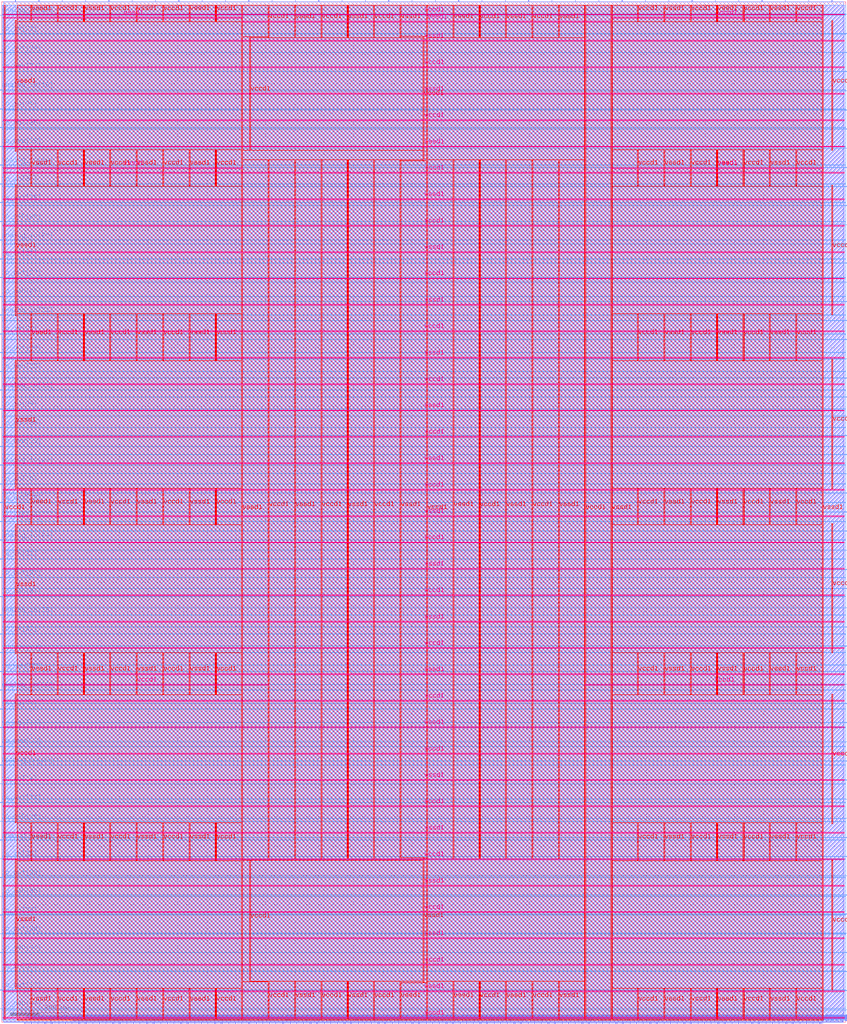
<source format=lef>
VERSION 5.7 ;
  NOWIREEXTENSIONATPIN ON ;
  DIVIDERCHAR "/" ;
  BUSBITCHARS "[]" ;
MACRO Marmot
  CLASS BLOCK ;
  FOREIGN Marmot ;
  ORIGIN 0.000 0.000 ;
  SIZE 2880.000 BY 3480.000 ;
  PIN analog_io[0]
    DIRECTION INOUT ;
    USE SIGNAL ;
    PORT
      LAYER met3 ;
        RECT 2879.000 1412.780 2884.800 1413.980 ;
    END
  END analog_io[0]
  PIN analog_io[10]
    DIRECTION INOUT ;
    USE SIGNAL ;
    PORT
      LAYER met2 ;
        RECT 2195.530 3479.000 2196.090 3484.800 ;
    END
  END analog_io[10]
  PIN analog_io[11]
    DIRECTION INOUT ;
    USE SIGNAL ;
    PORT
      LAYER met2 ;
        RECT 1877.210 3479.000 1877.770 3484.800 ;
    END
  END analog_io[11]
  PIN analog_io[12]
    DIRECTION INOUT ;
    USE SIGNAL ;
    PORT
      LAYER met2 ;
        RECT 1558.890 3479.000 1559.450 3484.800 ;
    END
  END analog_io[12]
  PIN analog_io[13]
    DIRECTION INOUT ;
    USE SIGNAL ;
    PORT
      LAYER met2 ;
        RECT 1240.570 3479.000 1241.130 3484.800 ;
    END
  END analog_io[13]
  PIN analog_io[14]
    DIRECTION INOUT ;
    USE SIGNAL ;
    PORT
      LAYER met2 ;
        RECT 922.250 3479.000 922.810 3484.800 ;
    END
  END analog_io[14]
  PIN analog_io[15]
    DIRECTION INOUT ;
    USE SIGNAL ;
    PORT
      LAYER met2 ;
        RECT 603.930 3479.000 604.490 3484.800 ;
    END
  END analog_io[15]
  PIN analog_io[16]
    DIRECTION INOUT ;
    USE SIGNAL ;
    PORT
      LAYER met2 ;
        RECT 285.610 3479.000 286.170 3484.800 ;
    END
  END analog_io[16]
  PIN analog_io[17]
    DIRECTION INOUT ;
    USE SIGNAL ;
    PORT
      LAYER met3 ;
        RECT -4.800 3433.060 1.000 3434.260 ;
    END
  END analog_io[17]
  PIN analog_io[18]
    DIRECTION INOUT ;
    USE SIGNAL ;
    PORT
      LAYER met3 ;
        RECT -4.800 3177.380 1.000 3178.580 ;
    END
  END analog_io[18]
  PIN analog_io[19]
    DIRECTION INOUT ;
    USE SIGNAL ;
    PORT
      LAYER met3 ;
        RECT -4.800 2921.700 1.000 2922.900 ;
    END
  END analog_io[19]
  PIN analog_io[1]
    DIRECTION INOUT ;
    USE SIGNAL ;
    PORT
      LAYER met3 ;
        RECT 2879.000 1673.900 2884.800 1675.100 ;
    END
  END analog_io[1]
  PIN analog_io[20]
    DIRECTION INOUT ;
    USE SIGNAL ;
    PORT
      LAYER met3 ;
        RECT -4.800 2666.020 1.000 2667.220 ;
    END
  END analog_io[20]
  PIN analog_io[21]
    DIRECTION INOUT ;
    USE SIGNAL ;
    PORT
      LAYER met3 ;
        RECT -4.800 2410.340 1.000 2411.540 ;
    END
  END analog_io[21]
  PIN analog_io[22]
    DIRECTION INOUT ;
    USE SIGNAL ;
    PORT
      LAYER met3 ;
        RECT -4.800 2154.660 1.000 2155.860 ;
    END
  END analog_io[22]
  PIN analog_io[23]
    DIRECTION INOUT ;
    USE SIGNAL ;
    PORT
      LAYER met3 ;
        RECT -4.800 1898.980 1.000 1900.180 ;
    END
  END analog_io[23]
  PIN analog_io[24]
    DIRECTION INOUT ;
    USE SIGNAL ;
    PORT
      LAYER met3 ;
        RECT -4.800 1643.300 1.000 1644.500 ;
    END
  END analog_io[24]
  PIN analog_io[25]
    DIRECTION INOUT ;
    USE SIGNAL ;
    PORT
      LAYER met3 ;
        RECT -4.800 1387.620 1.000 1388.820 ;
    END
  END analog_io[25]
  PIN analog_io[26]
    DIRECTION INOUT ;
    USE SIGNAL ;
    PORT
      LAYER met3 ;
        RECT -4.800 1131.940 1.000 1133.140 ;
    END
  END analog_io[26]
  PIN analog_io[27]
    DIRECTION INOUT ;
    USE SIGNAL ;
    PORT
      LAYER met3 ;
        RECT -4.800 876.260 1.000 877.460 ;
    END
  END analog_io[27]
  PIN analog_io[28]
    DIRECTION INOUT ;
    USE SIGNAL ;
    PORT
      LAYER met3 ;
        RECT -4.800 620.580 1.000 621.780 ;
    END
  END analog_io[28]
  PIN analog_io[2]
    DIRECTION INOUT ;
    USE SIGNAL ;
    PORT
      LAYER met3 ;
        RECT 2879.000 1935.020 2884.800 1936.220 ;
    END
  END analog_io[2]
  PIN analog_io[3]
    DIRECTION INOUT ;
    USE SIGNAL ;
    PORT
      LAYER met3 ;
        RECT 2879.000 2196.140 2884.800 2197.340 ;
    END
  END analog_io[3]
  PIN analog_io[4]
    DIRECTION INOUT ;
    USE SIGNAL ;
    PORT
      LAYER met3 ;
        RECT 2879.000 2457.260 2884.800 2458.460 ;
    END
  END analog_io[4]
  PIN analog_io[5]
    DIRECTION INOUT ;
    USE SIGNAL ;
    PORT
      LAYER met3 ;
        RECT 2879.000 2718.380 2884.800 2719.580 ;
    END
  END analog_io[5]
  PIN analog_io[6]
    DIRECTION INOUT ;
    USE SIGNAL ;
    PORT
      LAYER met3 ;
        RECT 2879.000 2979.500 2884.800 2980.700 ;
    END
  END analog_io[6]
  PIN analog_io[7]
    DIRECTION INOUT ;
    USE SIGNAL ;
    PORT
      LAYER met3 ;
        RECT 2879.000 3240.620 2884.800 3241.820 ;
    END
  END analog_io[7]
  PIN analog_io[8]
    DIRECTION INOUT ;
    USE SIGNAL ;
    PORT
      LAYER met2 ;
        RECT 2832.170 3479.000 2832.730 3484.800 ;
    END
  END analog_io[8]
  PIN analog_io[9]
    DIRECTION INOUT ;
    USE SIGNAL ;
    PORT
      LAYER met2 ;
        RECT 2513.850 3479.000 2514.410 3484.800 ;
    END
  END analog_io[9]
  PIN io_in[0]
    DIRECTION INPUT ;
    USE SIGNAL ;
    PORT
      LAYER met3 ;
        RECT 2879.000 41.900 2884.800 43.100 ;
    END
  END io_in[0]
  PIN io_in[10]
    DIRECTION INPUT ;
    USE SIGNAL ;
    PORT
      LAYER met3 ;
        RECT 2879.000 2261.420 2884.800 2262.620 ;
    END
  END io_in[10]
  PIN io_in[11]
    DIRECTION INPUT ;
    USE SIGNAL ;
    PORT
      LAYER met3 ;
        RECT 2879.000 2522.540 2884.800 2523.740 ;
    END
  END io_in[11]
  PIN io_in[12]
    DIRECTION INPUT ;
    USE SIGNAL ;
    PORT
      LAYER met3 ;
        RECT 2879.000 2783.660 2884.800 2784.860 ;
    END
  END io_in[12]
  PIN io_in[13]
    DIRECTION INPUT ;
    USE SIGNAL ;
    PORT
      LAYER met3 ;
        RECT 2879.000 3044.780 2884.800 3045.980 ;
    END
  END io_in[13]
  PIN io_in[14]
    DIRECTION INPUT ;
    USE SIGNAL ;
    PORT
      LAYER met3 ;
        RECT 2879.000 3305.900 2884.800 3307.100 ;
    END
  END io_in[14]
  PIN io_in[15]
    DIRECTION INPUT ;
    USE SIGNAL ;
    PORT
      LAYER met2 ;
        RECT 2752.590 3479.000 2753.150 3484.800 ;
    END
  END io_in[15]
  PIN io_in[16]
    DIRECTION INPUT ;
    USE SIGNAL ;
    PORT
      LAYER met2 ;
        RECT 2434.270 3479.000 2434.830 3484.800 ;
    END
  END io_in[16]
  PIN io_in[17]
    DIRECTION INPUT ;
    USE SIGNAL ;
    PORT
      LAYER met2 ;
        RECT 2115.950 3479.000 2116.510 3484.800 ;
    END
  END io_in[17]
  PIN io_in[18]
    DIRECTION INPUT ;
    USE SIGNAL ;
    PORT
      LAYER met2 ;
        RECT 1797.630 3479.000 1798.190 3484.800 ;
    END
  END io_in[18]
  PIN io_in[19]
    DIRECTION INPUT ;
    USE SIGNAL ;
    PORT
      LAYER met2 ;
        RECT 1479.310 3479.000 1479.870 3484.800 ;
    END
  END io_in[19]
  PIN io_in[1]
    DIRECTION INPUT ;
    USE SIGNAL ;
    PORT
      LAYER met3 ;
        RECT 2879.000 237.740 2884.800 238.940 ;
    END
  END io_in[1]
  PIN io_in[20]
    DIRECTION INPUT ;
    USE SIGNAL ;
    PORT
      LAYER met2 ;
        RECT 1160.990 3479.000 1161.550 3484.800 ;
    END
  END io_in[20]
  PIN io_in[21]
    DIRECTION INPUT ;
    USE SIGNAL ;
    PORT
      LAYER met2 ;
        RECT 842.670 3479.000 843.230 3484.800 ;
    END
  END io_in[21]
  PIN io_in[22]
    DIRECTION INPUT ;
    USE SIGNAL ;
    PORT
      LAYER met2 ;
        RECT 524.350 3479.000 524.910 3484.800 ;
    END
  END io_in[22]
  PIN io_in[23]
    DIRECTION INPUT ;
    USE SIGNAL ;
    PORT
      LAYER met2 ;
        RECT 206.030 3479.000 206.590 3484.800 ;
    END
  END io_in[23]
  PIN io_in[24]
    DIRECTION INPUT ;
    USE SIGNAL ;
    PORT
      LAYER met3 ;
        RECT -4.800 3369.140 1.000 3370.340 ;
    END
  END io_in[24]
  PIN io_in[25]
    DIRECTION INPUT ;
    USE SIGNAL ;
    PORT
      LAYER met3 ;
        RECT -4.800 3113.460 1.000 3114.660 ;
    END
  END io_in[25]
  PIN io_in[26]
    DIRECTION INPUT ;
    USE SIGNAL ;
    PORT
      LAYER met3 ;
        RECT -4.800 2857.780 1.000 2858.980 ;
    END
  END io_in[26]
  PIN io_in[27]
    DIRECTION INPUT ;
    USE SIGNAL ;
    PORT
      LAYER met3 ;
        RECT -4.800 2602.100 1.000 2603.300 ;
    END
  END io_in[27]
  PIN io_in[28]
    DIRECTION INPUT ;
    USE SIGNAL ;
    PORT
      LAYER met3 ;
        RECT -4.800 2346.420 1.000 2347.620 ;
    END
  END io_in[28]
  PIN io_in[29]
    DIRECTION INPUT ;
    USE SIGNAL ;
    PORT
      LAYER met3 ;
        RECT -4.800 2090.740 1.000 2091.940 ;
    END
  END io_in[29]
  PIN io_in[2]
    DIRECTION INPUT ;
    USE SIGNAL ;
    PORT
      LAYER met3 ;
        RECT 2879.000 433.580 2884.800 434.780 ;
    END
  END io_in[2]
  PIN io_in[30]
    DIRECTION INPUT ;
    USE SIGNAL ;
    PORT
      LAYER met3 ;
        RECT -4.800 1835.060 1.000 1836.260 ;
    END
  END io_in[30]
  PIN io_in[31]
    DIRECTION INPUT ;
    USE SIGNAL ;
    PORT
      LAYER met3 ;
        RECT -4.800 1579.380 1.000 1580.580 ;
    END
  END io_in[31]
  PIN io_in[32]
    DIRECTION INPUT ;
    USE SIGNAL ;
    PORT
      LAYER met3 ;
        RECT -4.800 1323.700 1.000 1324.900 ;
    END
  END io_in[32]
  PIN io_in[33]
    DIRECTION INPUT ;
    USE SIGNAL ;
    PORT
      LAYER met3 ;
        RECT -4.800 1068.020 1.000 1069.220 ;
    END
  END io_in[33]
  PIN io_in[34]
    DIRECTION INPUT ;
    USE SIGNAL ;
    PORT
      LAYER met3 ;
        RECT -4.800 812.340 1.000 813.540 ;
    END
  END io_in[34]
  PIN io_in[35]
    DIRECTION INPUT ;
    USE SIGNAL ;
    PORT
      LAYER met3 ;
        RECT -4.800 556.660 1.000 557.860 ;
    END
  END io_in[35]
  PIN io_in[36]
    DIRECTION INPUT ;
    USE SIGNAL ;
    PORT
      LAYER met3 ;
        RECT -4.800 364.900 1.000 366.100 ;
    END
  END io_in[36]
  PIN io_in[37]
    DIRECTION INPUT ;
    USE SIGNAL ;
    PORT
      LAYER met3 ;
        RECT -4.800 173.140 1.000 174.340 ;
    END
  END io_in[37]
  PIN io_in[3]
    DIRECTION INPUT ;
    USE SIGNAL ;
    PORT
      LAYER met3 ;
        RECT 2879.000 629.420 2884.800 630.620 ;
    END
  END io_in[3]
  PIN io_in[4]
    DIRECTION INPUT ;
    USE SIGNAL ;
    PORT
      LAYER met3 ;
        RECT 2879.000 825.260 2884.800 826.460 ;
    END
  END io_in[4]
  PIN io_in[5]
    DIRECTION INPUT ;
    USE SIGNAL ;
    PORT
      LAYER met3 ;
        RECT 2879.000 1021.100 2884.800 1022.300 ;
    END
  END io_in[5]
  PIN io_in[6]
    DIRECTION INPUT ;
    USE SIGNAL ;
    PORT
      LAYER met3 ;
        RECT 2879.000 1216.940 2884.800 1218.140 ;
    END
  END io_in[6]
  PIN io_in[7]
    DIRECTION INPUT ;
    USE SIGNAL ;
    PORT
      LAYER met3 ;
        RECT 2879.000 1478.060 2884.800 1479.260 ;
    END
  END io_in[7]
  PIN io_in[8]
    DIRECTION INPUT ;
    USE SIGNAL ;
    PORT
      LAYER met3 ;
        RECT 2879.000 1739.180 2884.800 1740.380 ;
    END
  END io_in[8]
  PIN io_in[9]
    DIRECTION INPUT ;
    USE SIGNAL ;
    PORT
      LAYER met3 ;
        RECT 2879.000 2000.300 2884.800 2001.500 ;
    END
  END io_in[9]
  PIN io_oeb[0]
    DIRECTION OUTPUT TRISTATE ;
    USE SIGNAL ;
    PORT
      LAYER met3 ;
        RECT 2879.000 172.460 2884.800 173.660 ;
    END
  END io_oeb[0]
  PIN io_oeb[10]
    DIRECTION OUTPUT TRISTATE ;
    USE SIGNAL ;
    PORT
      LAYER met3 ;
        RECT 2879.000 2391.980 2884.800 2393.180 ;
    END
  END io_oeb[10]
  PIN io_oeb[11]
    DIRECTION OUTPUT TRISTATE ;
    USE SIGNAL ;
    PORT
      LAYER met3 ;
        RECT 2879.000 2653.100 2884.800 2654.300 ;
    END
  END io_oeb[11]
  PIN io_oeb[12]
    DIRECTION OUTPUT TRISTATE ;
    USE SIGNAL ;
    PORT
      LAYER met3 ;
        RECT 2879.000 2914.220 2884.800 2915.420 ;
    END
  END io_oeb[12]
  PIN io_oeb[13]
    DIRECTION OUTPUT TRISTATE ;
    USE SIGNAL ;
    PORT
      LAYER met3 ;
        RECT 2879.000 3175.340 2884.800 3176.540 ;
    END
  END io_oeb[13]
  PIN io_oeb[14]
    DIRECTION OUTPUT TRISTATE ;
    USE SIGNAL ;
    PORT
      LAYER met3 ;
        RECT 2879.000 3436.460 2884.800 3437.660 ;
    END
  END io_oeb[14]
  PIN io_oeb[15]
    DIRECTION OUTPUT TRISTATE ;
    USE SIGNAL ;
    PORT
      LAYER met2 ;
        RECT 2593.430 3479.000 2593.990 3484.800 ;
    END
  END io_oeb[15]
  PIN io_oeb[16]
    DIRECTION OUTPUT TRISTATE ;
    USE SIGNAL ;
    PORT
      LAYER met2 ;
        RECT 2275.110 3479.000 2275.670 3484.800 ;
    END
  END io_oeb[16]
  PIN io_oeb[17]
    DIRECTION OUTPUT TRISTATE ;
    USE SIGNAL ;
    PORT
      LAYER met2 ;
        RECT 1956.790 3479.000 1957.350 3484.800 ;
    END
  END io_oeb[17]
  PIN io_oeb[18]
    DIRECTION OUTPUT TRISTATE ;
    USE SIGNAL ;
    PORT
      LAYER met2 ;
        RECT 1638.470 3479.000 1639.030 3484.800 ;
    END
  END io_oeb[18]
  PIN io_oeb[19]
    DIRECTION OUTPUT TRISTATE ;
    USE SIGNAL ;
    PORT
      LAYER met2 ;
        RECT 1320.150 3479.000 1320.710 3484.800 ;
    END
  END io_oeb[19]
  PIN io_oeb[1]
    DIRECTION OUTPUT TRISTATE ;
    USE SIGNAL ;
    PORT
      LAYER met3 ;
        RECT 2879.000 368.300 2884.800 369.500 ;
    END
  END io_oeb[1]
  PIN io_oeb[20]
    DIRECTION OUTPUT TRISTATE ;
    USE SIGNAL ;
    PORT
      LAYER met2 ;
        RECT 1001.830 3479.000 1002.390 3484.800 ;
    END
  END io_oeb[20]
  PIN io_oeb[21]
    DIRECTION OUTPUT TRISTATE ;
    USE SIGNAL ;
    PORT
      LAYER met2 ;
        RECT 683.510 3479.000 684.070 3484.800 ;
    END
  END io_oeb[21]
  PIN io_oeb[22]
    DIRECTION OUTPUT TRISTATE ;
    USE SIGNAL ;
    PORT
      LAYER met2 ;
        RECT 365.190 3479.000 365.750 3484.800 ;
    END
  END io_oeb[22]
  PIN io_oeb[23]
    DIRECTION OUTPUT TRISTATE ;
    USE SIGNAL ;
    PORT
      LAYER met2 ;
        RECT 46.870 3479.000 47.430 3484.800 ;
    END
  END io_oeb[23]
  PIN io_oeb[24]
    DIRECTION OUTPUT TRISTATE ;
    USE SIGNAL ;
    PORT
      LAYER met3 ;
        RECT -4.800 3241.300 1.000 3242.500 ;
    END
  END io_oeb[24]
  PIN io_oeb[25]
    DIRECTION OUTPUT TRISTATE ;
    USE SIGNAL ;
    PORT
      LAYER met3 ;
        RECT -4.800 2985.620 1.000 2986.820 ;
    END
  END io_oeb[25]
  PIN io_oeb[26]
    DIRECTION OUTPUT TRISTATE ;
    USE SIGNAL ;
    PORT
      LAYER met3 ;
        RECT -4.800 2729.940 1.000 2731.140 ;
    END
  END io_oeb[26]
  PIN io_oeb[27]
    DIRECTION OUTPUT TRISTATE ;
    USE SIGNAL ;
    PORT
      LAYER met3 ;
        RECT -4.800 2474.260 1.000 2475.460 ;
    END
  END io_oeb[27]
  PIN io_oeb[28]
    DIRECTION OUTPUT TRISTATE ;
    USE SIGNAL ;
    PORT
      LAYER met3 ;
        RECT -4.800 2218.580 1.000 2219.780 ;
    END
  END io_oeb[28]
  PIN io_oeb[29]
    DIRECTION OUTPUT TRISTATE ;
    USE SIGNAL ;
    PORT
      LAYER met3 ;
        RECT -4.800 1962.900 1.000 1964.100 ;
    END
  END io_oeb[29]
  PIN io_oeb[2]
    DIRECTION OUTPUT TRISTATE ;
    USE SIGNAL ;
    PORT
      LAYER met3 ;
        RECT 2879.000 564.140 2884.800 565.340 ;
    END
  END io_oeb[2]
  PIN io_oeb[30]
    DIRECTION OUTPUT TRISTATE ;
    USE SIGNAL ;
    PORT
      LAYER met3 ;
        RECT -4.800 1707.220 1.000 1708.420 ;
    END
  END io_oeb[30]
  PIN io_oeb[31]
    DIRECTION OUTPUT TRISTATE ;
    USE SIGNAL ;
    PORT
      LAYER met3 ;
        RECT -4.800 1451.540 1.000 1452.740 ;
    END
  END io_oeb[31]
  PIN io_oeb[32]
    DIRECTION OUTPUT TRISTATE ;
    USE SIGNAL ;
    PORT
      LAYER met3 ;
        RECT -4.800 1195.860 1.000 1197.060 ;
    END
  END io_oeb[32]
  PIN io_oeb[33]
    DIRECTION OUTPUT TRISTATE ;
    USE SIGNAL ;
    PORT
      LAYER met3 ;
        RECT -4.800 940.180 1.000 941.380 ;
    END
  END io_oeb[33]
  PIN io_oeb[34]
    DIRECTION OUTPUT TRISTATE ;
    USE SIGNAL ;
    PORT
      LAYER met3 ;
        RECT -4.800 684.500 1.000 685.700 ;
    END
  END io_oeb[34]
  PIN io_oeb[35]
    DIRECTION OUTPUT TRISTATE ;
    USE SIGNAL ;
    PORT
      LAYER met3 ;
        RECT -4.800 428.820 1.000 430.020 ;
    END
  END io_oeb[35]
  PIN io_oeb[36]
    DIRECTION OUTPUT TRISTATE ;
    USE SIGNAL ;
    PORT
      LAYER met3 ;
        RECT -4.800 237.060 1.000 238.260 ;
    END
  END io_oeb[36]
  PIN io_oeb[37]
    DIRECTION OUTPUT TRISTATE ;
    USE SIGNAL ;
    PORT
      LAYER met3 ;
        RECT -4.800 45.300 1.000 46.500 ;
    END
  END io_oeb[37]
  PIN io_oeb[3]
    DIRECTION OUTPUT TRISTATE ;
    USE SIGNAL ;
    PORT
      LAYER met3 ;
        RECT 2879.000 759.980 2884.800 761.180 ;
    END
  END io_oeb[3]
  PIN io_oeb[4]
    DIRECTION OUTPUT TRISTATE ;
    USE SIGNAL ;
    PORT
      LAYER met3 ;
        RECT 2879.000 955.820 2884.800 957.020 ;
    END
  END io_oeb[4]
  PIN io_oeb[5]
    DIRECTION OUTPUT TRISTATE ;
    USE SIGNAL ;
    PORT
      LAYER met3 ;
        RECT 2879.000 1151.660 2884.800 1152.860 ;
    END
  END io_oeb[5]
  PIN io_oeb[6]
    DIRECTION OUTPUT TRISTATE ;
    USE SIGNAL ;
    PORT
      LAYER met3 ;
        RECT 2879.000 1347.500 2884.800 1348.700 ;
    END
  END io_oeb[6]
  PIN io_oeb[7]
    DIRECTION OUTPUT TRISTATE ;
    USE SIGNAL ;
    PORT
      LAYER met3 ;
        RECT 2879.000 1608.620 2884.800 1609.820 ;
    END
  END io_oeb[7]
  PIN io_oeb[8]
    DIRECTION OUTPUT TRISTATE ;
    USE SIGNAL ;
    PORT
      LAYER met3 ;
        RECT 2879.000 1869.740 2884.800 1870.940 ;
    END
  END io_oeb[8]
  PIN io_oeb[9]
    DIRECTION OUTPUT TRISTATE ;
    USE SIGNAL ;
    PORT
      LAYER met3 ;
        RECT 2879.000 2130.860 2884.800 2132.060 ;
    END
  END io_oeb[9]
  PIN io_out[0]
    DIRECTION OUTPUT TRISTATE ;
    USE SIGNAL ;
    PORT
      LAYER met3 ;
        RECT 2879.000 107.180 2884.800 108.380 ;
    END
  END io_out[0]
  PIN io_out[10]
    DIRECTION OUTPUT TRISTATE ;
    USE SIGNAL ;
    PORT
      LAYER met3 ;
        RECT 2879.000 2326.700 2884.800 2327.900 ;
    END
  END io_out[10]
  PIN io_out[11]
    DIRECTION OUTPUT TRISTATE ;
    USE SIGNAL ;
    PORT
      LAYER met3 ;
        RECT 2879.000 2587.820 2884.800 2589.020 ;
    END
  END io_out[11]
  PIN io_out[12]
    DIRECTION OUTPUT TRISTATE ;
    USE SIGNAL ;
    PORT
      LAYER met3 ;
        RECT 2879.000 2848.940 2884.800 2850.140 ;
    END
  END io_out[12]
  PIN io_out[13]
    DIRECTION OUTPUT TRISTATE ;
    USE SIGNAL ;
    PORT
      LAYER met3 ;
        RECT 2879.000 3110.060 2884.800 3111.260 ;
    END
  END io_out[13]
  PIN io_out[14]
    DIRECTION OUTPUT TRISTATE ;
    USE SIGNAL ;
    PORT
      LAYER met3 ;
        RECT 2879.000 3371.180 2884.800 3372.380 ;
    END
  END io_out[14]
  PIN io_out[15]
    DIRECTION OUTPUT TRISTATE ;
    USE SIGNAL ;
    PORT
      LAYER met2 ;
        RECT 2673.010 3479.000 2673.570 3484.800 ;
    END
  END io_out[15]
  PIN io_out[16]
    DIRECTION OUTPUT TRISTATE ;
    USE SIGNAL ;
    PORT
      LAYER met2 ;
        RECT 2354.690 3479.000 2355.250 3484.800 ;
    END
  END io_out[16]
  PIN io_out[17]
    DIRECTION OUTPUT TRISTATE ;
    USE SIGNAL ;
    PORT
      LAYER met2 ;
        RECT 2036.370 3479.000 2036.930 3484.800 ;
    END
  END io_out[17]
  PIN io_out[18]
    DIRECTION OUTPUT TRISTATE ;
    USE SIGNAL ;
    PORT
      LAYER met2 ;
        RECT 1718.050 3479.000 1718.610 3484.800 ;
    END
  END io_out[18]
  PIN io_out[19]
    DIRECTION OUTPUT TRISTATE ;
    USE SIGNAL ;
    PORT
      LAYER met2 ;
        RECT 1399.730 3479.000 1400.290 3484.800 ;
    END
  END io_out[19]
  PIN io_out[1]
    DIRECTION OUTPUT TRISTATE ;
    USE SIGNAL ;
    PORT
      LAYER met3 ;
        RECT 2879.000 303.020 2884.800 304.220 ;
    END
  END io_out[1]
  PIN io_out[20]
    DIRECTION OUTPUT TRISTATE ;
    USE SIGNAL ;
    PORT
      LAYER met2 ;
        RECT 1081.410 3479.000 1081.970 3484.800 ;
    END
  END io_out[20]
  PIN io_out[21]
    DIRECTION OUTPUT TRISTATE ;
    USE SIGNAL ;
    PORT
      LAYER met2 ;
        RECT 763.090 3479.000 763.650 3484.800 ;
    END
  END io_out[21]
  PIN io_out[22]
    DIRECTION OUTPUT TRISTATE ;
    USE SIGNAL ;
    PORT
      LAYER met2 ;
        RECT 444.770 3479.000 445.330 3484.800 ;
    END
  END io_out[22]
  PIN io_out[23]
    DIRECTION OUTPUT TRISTATE ;
    USE SIGNAL ;
    PORT
      LAYER met2 ;
        RECT 126.450 3479.000 127.010 3484.800 ;
    END
  END io_out[23]
  PIN io_out[24]
    DIRECTION OUTPUT TRISTATE ;
    USE SIGNAL ;
    PORT
      LAYER met3 ;
        RECT -4.800 3305.220 1.000 3306.420 ;
    END
  END io_out[24]
  PIN io_out[25]
    DIRECTION OUTPUT TRISTATE ;
    USE SIGNAL ;
    PORT
      LAYER met3 ;
        RECT -4.800 3049.540 1.000 3050.740 ;
    END
  END io_out[25]
  PIN io_out[26]
    DIRECTION OUTPUT TRISTATE ;
    USE SIGNAL ;
    PORT
      LAYER met3 ;
        RECT -4.800 2793.860 1.000 2795.060 ;
    END
  END io_out[26]
  PIN io_out[27]
    DIRECTION OUTPUT TRISTATE ;
    USE SIGNAL ;
    PORT
      LAYER met3 ;
        RECT -4.800 2538.180 1.000 2539.380 ;
    END
  END io_out[27]
  PIN io_out[28]
    DIRECTION OUTPUT TRISTATE ;
    USE SIGNAL ;
    PORT
      LAYER met3 ;
        RECT -4.800 2282.500 1.000 2283.700 ;
    END
  END io_out[28]
  PIN io_out[29]
    DIRECTION OUTPUT TRISTATE ;
    USE SIGNAL ;
    PORT
      LAYER met3 ;
        RECT -4.800 2026.820 1.000 2028.020 ;
    END
  END io_out[29]
  PIN io_out[2]
    DIRECTION OUTPUT TRISTATE ;
    USE SIGNAL ;
    PORT
      LAYER met3 ;
        RECT 2879.000 498.860 2884.800 500.060 ;
    END
  END io_out[2]
  PIN io_out[30]
    DIRECTION OUTPUT TRISTATE ;
    USE SIGNAL ;
    PORT
      LAYER met3 ;
        RECT -4.800 1771.140 1.000 1772.340 ;
    END
  END io_out[30]
  PIN io_out[31]
    DIRECTION OUTPUT TRISTATE ;
    USE SIGNAL ;
    PORT
      LAYER met3 ;
        RECT -4.800 1515.460 1.000 1516.660 ;
    END
  END io_out[31]
  PIN io_out[32]
    DIRECTION OUTPUT TRISTATE ;
    USE SIGNAL ;
    PORT
      LAYER met3 ;
        RECT -4.800 1259.780 1.000 1260.980 ;
    END
  END io_out[32]
  PIN io_out[33]
    DIRECTION OUTPUT TRISTATE ;
    USE SIGNAL ;
    PORT
      LAYER met3 ;
        RECT -4.800 1004.100 1.000 1005.300 ;
    END
  END io_out[33]
  PIN io_out[34]
    DIRECTION OUTPUT TRISTATE ;
    USE SIGNAL ;
    PORT
      LAYER met3 ;
        RECT -4.800 748.420 1.000 749.620 ;
    END
  END io_out[34]
  PIN io_out[35]
    DIRECTION OUTPUT TRISTATE ;
    USE SIGNAL ;
    PORT
      LAYER met3 ;
        RECT -4.800 492.740 1.000 493.940 ;
    END
  END io_out[35]
  PIN io_out[36]
    DIRECTION OUTPUT TRISTATE ;
    USE SIGNAL ;
    PORT
      LAYER met3 ;
        RECT -4.800 300.980 1.000 302.180 ;
    END
  END io_out[36]
  PIN io_out[37]
    DIRECTION OUTPUT TRISTATE ;
    USE SIGNAL ;
    PORT
      LAYER met3 ;
        RECT -4.800 109.220 1.000 110.420 ;
    END
  END io_out[37]
  PIN io_out[3]
    DIRECTION OUTPUT TRISTATE ;
    USE SIGNAL ;
    PORT
      LAYER met3 ;
        RECT 2879.000 694.700 2884.800 695.900 ;
    END
  END io_out[3]
  PIN io_out[4]
    DIRECTION OUTPUT TRISTATE ;
    USE SIGNAL ;
    PORT
      LAYER met3 ;
        RECT 2879.000 890.540 2884.800 891.740 ;
    END
  END io_out[4]
  PIN io_out[5]
    DIRECTION OUTPUT TRISTATE ;
    USE SIGNAL ;
    PORT
      LAYER met3 ;
        RECT 2879.000 1086.380 2884.800 1087.580 ;
    END
  END io_out[5]
  PIN io_out[6]
    DIRECTION OUTPUT TRISTATE ;
    USE SIGNAL ;
    PORT
      LAYER met3 ;
        RECT 2879.000 1282.220 2884.800 1283.420 ;
    END
  END io_out[6]
  PIN io_out[7]
    DIRECTION OUTPUT TRISTATE ;
    USE SIGNAL ;
    PORT
      LAYER met3 ;
        RECT 2879.000 1543.340 2884.800 1544.540 ;
    END
  END io_out[7]
  PIN io_out[8]
    DIRECTION OUTPUT TRISTATE ;
    USE SIGNAL ;
    PORT
      LAYER met3 ;
        RECT 2879.000 1804.460 2884.800 1805.660 ;
    END
  END io_out[8]
  PIN io_out[9]
    DIRECTION OUTPUT TRISTATE ;
    USE SIGNAL ;
    PORT
      LAYER met3 ;
        RECT 2879.000 2065.580 2884.800 2066.780 ;
    END
  END io_out[9]
  PIN la_data_in[0]
    DIRECTION INPUT ;
    USE SIGNAL ;
    PORT
      LAYER met2 ;
        RECT 664.190 -4.800 664.750 1.000 ;
    END
  END la_data_in[0]
  PIN la_data_in[100]
    DIRECTION INPUT ;
    USE SIGNAL ;
    PORT
      LAYER met2 ;
        RECT 2320.190 -4.800 2320.750 1.000 ;
    END
  END la_data_in[100]
  PIN la_data_in[101]
    DIRECTION INPUT ;
    USE SIGNAL ;
    PORT
      LAYER met2 ;
        RECT 2336.750 -4.800 2337.310 1.000 ;
    END
  END la_data_in[101]
  PIN la_data_in[102]
    DIRECTION INPUT ;
    USE SIGNAL ;
    PORT
      LAYER met2 ;
        RECT 2353.310 -4.800 2353.870 1.000 ;
    END
  END la_data_in[102]
  PIN la_data_in[103]
    DIRECTION INPUT ;
    USE SIGNAL ;
    PORT
      LAYER met2 ;
        RECT 2369.870 -4.800 2370.430 1.000 ;
    END
  END la_data_in[103]
  PIN la_data_in[104]
    DIRECTION INPUT ;
    USE SIGNAL ;
    PORT
      LAYER met2 ;
        RECT 2386.430 -4.800 2386.990 1.000 ;
    END
  END la_data_in[104]
  PIN la_data_in[105]
    DIRECTION INPUT ;
    USE SIGNAL ;
    PORT
      LAYER met2 ;
        RECT 2402.990 -4.800 2403.550 1.000 ;
    END
  END la_data_in[105]
  PIN la_data_in[106]
    DIRECTION INPUT ;
    USE SIGNAL ;
    PORT
      LAYER met2 ;
        RECT 2419.550 -4.800 2420.110 1.000 ;
    END
  END la_data_in[106]
  PIN la_data_in[107]
    DIRECTION INPUT ;
    USE SIGNAL ;
    PORT
      LAYER met2 ;
        RECT 2436.110 -4.800 2436.670 1.000 ;
    END
  END la_data_in[107]
  PIN la_data_in[108]
    DIRECTION INPUT ;
    USE SIGNAL ;
    PORT
      LAYER met2 ;
        RECT 2452.670 -4.800 2453.230 1.000 ;
    END
  END la_data_in[108]
  PIN la_data_in[109]
    DIRECTION INPUT ;
    USE SIGNAL ;
    PORT
      LAYER met2 ;
        RECT 2469.230 -4.800 2469.790 1.000 ;
    END
  END la_data_in[109]
  PIN la_data_in[10]
    DIRECTION INPUT ;
    USE SIGNAL ;
    PORT
      LAYER met2 ;
        RECT 829.790 -4.800 830.350 1.000 ;
    END
  END la_data_in[10]
  PIN la_data_in[110]
    DIRECTION INPUT ;
    USE SIGNAL ;
    PORT
      LAYER met2 ;
        RECT 2485.790 -4.800 2486.350 1.000 ;
    END
  END la_data_in[110]
  PIN la_data_in[111]
    DIRECTION INPUT ;
    USE SIGNAL ;
    PORT
      LAYER met2 ;
        RECT 2502.350 -4.800 2502.910 1.000 ;
    END
  END la_data_in[111]
  PIN la_data_in[112]
    DIRECTION INPUT ;
    USE SIGNAL ;
    PORT
      LAYER met2 ;
        RECT 2518.910 -4.800 2519.470 1.000 ;
    END
  END la_data_in[112]
  PIN la_data_in[113]
    DIRECTION INPUT ;
    USE SIGNAL ;
    PORT
      LAYER met2 ;
        RECT 2535.470 -4.800 2536.030 1.000 ;
    END
  END la_data_in[113]
  PIN la_data_in[114]
    DIRECTION INPUT ;
    USE SIGNAL ;
    PORT
      LAYER met2 ;
        RECT 2552.030 -4.800 2552.590 1.000 ;
    END
  END la_data_in[114]
  PIN la_data_in[115]
    DIRECTION INPUT ;
    USE SIGNAL ;
    PORT
      LAYER met2 ;
        RECT 2568.590 -4.800 2569.150 1.000 ;
    END
  END la_data_in[115]
  PIN la_data_in[116]
    DIRECTION INPUT ;
    USE SIGNAL ;
    PORT
      LAYER met2 ;
        RECT 2585.150 -4.800 2585.710 1.000 ;
    END
  END la_data_in[116]
  PIN la_data_in[117]
    DIRECTION INPUT ;
    USE SIGNAL ;
    PORT
      LAYER met2 ;
        RECT 2601.710 -4.800 2602.270 1.000 ;
    END
  END la_data_in[117]
  PIN la_data_in[118]
    DIRECTION INPUT ;
    USE SIGNAL ;
    PORT
      LAYER met2 ;
        RECT 2618.270 -4.800 2618.830 1.000 ;
    END
  END la_data_in[118]
  PIN la_data_in[119]
    DIRECTION INPUT ;
    USE SIGNAL ;
    PORT
      LAYER met2 ;
        RECT 2634.830 -4.800 2635.390 1.000 ;
    END
  END la_data_in[119]
  PIN la_data_in[11]
    DIRECTION INPUT ;
    USE SIGNAL ;
    PORT
      LAYER met2 ;
        RECT 846.350 -4.800 846.910 1.000 ;
    END
  END la_data_in[11]
  PIN la_data_in[120]
    DIRECTION INPUT ;
    USE SIGNAL ;
    PORT
      LAYER met2 ;
        RECT 2651.390 -4.800 2651.950 1.000 ;
    END
  END la_data_in[120]
  PIN la_data_in[121]
    DIRECTION INPUT ;
    USE SIGNAL ;
    PORT
      LAYER met2 ;
        RECT 2667.950 -4.800 2668.510 1.000 ;
    END
  END la_data_in[121]
  PIN la_data_in[122]
    DIRECTION INPUT ;
    USE SIGNAL ;
    PORT
      LAYER met2 ;
        RECT 2684.510 -4.800 2685.070 1.000 ;
    END
  END la_data_in[122]
  PIN la_data_in[123]
    DIRECTION INPUT ;
    USE SIGNAL ;
    PORT
      LAYER met2 ;
        RECT 2701.070 -4.800 2701.630 1.000 ;
    END
  END la_data_in[123]
  PIN la_data_in[124]
    DIRECTION INPUT ;
    USE SIGNAL ;
    PORT
      LAYER met2 ;
        RECT 2717.630 -4.800 2718.190 1.000 ;
    END
  END la_data_in[124]
  PIN la_data_in[125]
    DIRECTION INPUT ;
    USE SIGNAL ;
    PORT
      LAYER met2 ;
        RECT 2734.190 -4.800 2734.750 1.000 ;
    END
  END la_data_in[125]
  PIN la_data_in[126]
    DIRECTION INPUT ;
    USE SIGNAL ;
    PORT
      LAYER met2 ;
        RECT 2750.750 -4.800 2751.310 1.000 ;
    END
  END la_data_in[126]
  PIN la_data_in[127]
    DIRECTION INPUT ;
    USE SIGNAL ;
    PORT
      LAYER met2 ;
        RECT 2767.310 -4.800 2767.870 1.000 ;
    END
  END la_data_in[127]
  PIN la_data_in[12]
    DIRECTION INPUT ;
    USE SIGNAL ;
    PORT
      LAYER met2 ;
        RECT 862.910 -4.800 863.470 1.000 ;
    END
  END la_data_in[12]
  PIN la_data_in[13]
    DIRECTION INPUT ;
    USE SIGNAL ;
    PORT
      LAYER met2 ;
        RECT 879.470 -4.800 880.030 1.000 ;
    END
  END la_data_in[13]
  PIN la_data_in[14]
    DIRECTION INPUT ;
    USE SIGNAL ;
    PORT
      LAYER met2 ;
        RECT 896.030 -4.800 896.590 1.000 ;
    END
  END la_data_in[14]
  PIN la_data_in[15]
    DIRECTION INPUT ;
    USE SIGNAL ;
    PORT
      LAYER met2 ;
        RECT 912.590 -4.800 913.150 1.000 ;
    END
  END la_data_in[15]
  PIN la_data_in[16]
    DIRECTION INPUT ;
    USE SIGNAL ;
    PORT
      LAYER met2 ;
        RECT 929.150 -4.800 929.710 1.000 ;
    END
  END la_data_in[16]
  PIN la_data_in[17]
    DIRECTION INPUT ;
    USE SIGNAL ;
    PORT
      LAYER met2 ;
        RECT 945.710 -4.800 946.270 1.000 ;
    END
  END la_data_in[17]
  PIN la_data_in[18]
    DIRECTION INPUT ;
    USE SIGNAL ;
    PORT
      LAYER met2 ;
        RECT 962.270 -4.800 962.830 1.000 ;
    END
  END la_data_in[18]
  PIN la_data_in[19]
    DIRECTION INPUT ;
    USE SIGNAL ;
    PORT
      LAYER met2 ;
        RECT 978.830 -4.800 979.390 1.000 ;
    END
  END la_data_in[19]
  PIN la_data_in[1]
    DIRECTION INPUT ;
    USE SIGNAL ;
    PORT
      LAYER met2 ;
        RECT 680.750 -4.800 681.310 1.000 ;
    END
  END la_data_in[1]
  PIN la_data_in[20]
    DIRECTION INPUT ;
    USE SIGNAL ;
    PORT
      LAYER met2 ;
        RECT 995.390 -4.800 995.950 1.000 ;
    END
  END la_data_in[20]
  PIN la_data_in[21]
    DIRECTION INPUT ;
    USE SIGNAL ;
    PORT
      LAYER met2 ;
        RECT 1011.950 -4.800 1012.510 1.000 ;
    END
  END la_data_in[21]
  PIN la_data_in[22]
    DIRECTION INPUT ;
    USE SIGNAL ;
    PORT
      LAYER met2 ;
        RECT 1028.510 -4.800 1029.070 1.000 ;
    END
  END la_data_in[22]
  PIN la_data_in[23]
    DIRECTION INPUT ;
    USE SIGNAL ;
    PORT
      LAYER met2 ;
        RECT 1045.070 -4.800 1045.630 1.000 ;
    END
  END la_data_in[23]
  PIN la_data_in[24]
    DIRECTION INPUT ;
    USE SIGNAL ;
    PORT
      LAYER met2 ;
        RECT 1061.630 -4.800 1062.190 1.000 ;
    END
  END la_data_in[24]
  PIN la_data_in[25]
    DIRECTION INPUT ;
    USE SIGNAL ;
    PORT
      LAYER met2 ;
        RECT 1078.190 -4.800 1078.750 1.000 ;
    END
  END la_data_in[25]
  PIN la_data_in[26]
    DIRECTION INPUT ;
    USE SIGNAL ;
    PORT
      LAYER met2 ;
        RECT 1094.750 -4.800 1095.310 1.000 ;
    END
  END la_data_in[26]
  PIN la_data_in[27]
    DIRECTION INPUT ;
    USE SIGNAL ;
    PORT
      LAYER met2 ;
        RECT 1111.310 -4.800 1111.870 1.000 ;
    END
  END la_data_in[27]
  PIN la_data_in[28]
    DIRECTION INPUT ;
    USE SIGNAL ;
    PORT
      LAYER met2 ;
        RECT 1127.870 -4.800 1128.430 1.000 ;
    END
  END la_data_in[28]
  PIN la_data_in[29]
    DIRECTION INPUT ;
    USE SIGNAL ;
    PORT
      LAYER met2 ;
        RECT 1144.430 -4.800 1144.990 1.000 ;
    END
  END la_data_in[29]
  PIN la_data_in[2]
    DIRECTION INPUT ;
    USE SIGNAL ;
    PORT
      LAYER met2 ;
        RECT 697.310 -4.800 697.870 1.000 ;
    END
  END la_data_in[2]
  PIN la_data_in[30]
    DIRECTION INPUT ;
    USE SIGNAL ;
    PORT
      LAYER met2 ;
        RECT 1160.990 -4.800 1161.550 1.000 ;
    END
  END la_data_in[30]
  PIN la_data_in[31]
    DIRECTION INPUT ;
    USE SIGNAL ;
    PORT
      LAYER met2 ;
        RECT 1177.550 -4.800 1178.110 1.000 ;
    END
  END la_data_in[31]
  PIN la_data_in[32]
    DIRECTION INPUT ;
    USE SIGNAL ;
    PORT
      LAYER met2 ;
        RECT 1194.110 -4.800 1194.670 1.000 ;
    END
  END la_data_in[32]
  PIN la_data_in[33]
    DIRECTION INPUT ;
    USE SIGNAL ;
    PORT
      LAYER met2 ;
        RECT 1210.670 -4.800 1211.230 1.000 ;
    END
  END la_data_in[33]
  PIN la_data_in[34]
    DIRECTION INPUT ;
    USE SIGNAL ;
    PORT
      LAYER met2 ;
        RECT 1227.230 -4.800 1227.790 1.000 ;
    END
  END la_data_in[34]
  PIN la_data_in[35]
    DIRECTION INPUT ;
    USE SIGNAL ;
    PORT
      LAYER met2 ;
        RECT 1243.790 -4.800 1244.350 1.000 ;
    END
  END la_data_in[35]
  PIN la_data_in[36]
    DIRECTION INPUT ;
    USE SIGNAL ;
    PORT
      LAYER met2 ;
        RECT 1260.350 -4.800 1260.910 1.000 ;
    END
  END la_data_in[36]
  PIN la_data_in[37]
    DIRECTION INPUT ;
    USE SIGNAL ;
    PORT
      LAYER met2 ;
        RECT 1276.910 -4.800 1277.470 1.000 ;
    END
  END la_data_in[37]
  PIN la_data_in[38]
    DIRECTION INPUT ;
    USE SIGNAL ;
    PORT
      LAYER met2 ;
        RECT 1293.470 -4.800 1294.030 1.000 ;
    END
  END la_data_in[38]
  PIN la_data_in[39]
    DIRECTION INPUT ;
    USE SIGNAL ;
    PORT
      LAYER met2 ;
        RECT 1310.030 -4.800 1310.590 1.000 ;
    END
  END la_data_in[39]
  PIN la_data_in[3]
    DIRECTION INPUT ;
    USE SIGNAL ;
    PORT
      LAYER met2 ;
        RECT 713.870 -4.800 714.430 1.000 ;
    END
  END la_data_in[3]
  PIN la_data_in[40]
    DIRECTION INPUT ;
    USE SIGNAL ;
    PORT
      LAYER met2 ;
        RECT 1326.590 -4.800 1327.150 1.000 ;
    END
  END la_data_in[40]
  PIN la_data_in[41]
    DIRECTION INPUT ;
    USE SIGNAL ;
    PORT
      LAYER met2 ;
        RECT 1343.150 -4.800 1343.710 1.000 ;
    END
  END la_data_in[41]
  PIN la_data_in[42]
    DIRECTION INPUT ;
    USE SIGNAL ;
    PORT
      LAYER met2 ;
        RECT 1359.710 -4.800 1360.270 1.000 ;
    END
  END la_data_in[42]
  PIN la_data_in[43]
    DIRECTION INPUT ;
    USE SIGNAL ;
    PORT
      LAYER met2 ;
        RECT 1376.270 -4.800 1376.830 1.000 ;
    END
  END la_data_in[43]
  PIN la_data_in[44]
    DIRECTION INPUT ;
    USE SIGNAL ;
    PORT
      LAYER met2 ;
        RECT 1392.830 -4.800 1393.390 1.000 ;
    END
  END la_data_in[44]
  PIN la_data_in[45]
    DIRECTION INPUT ;
    USE SIGNAL ;
    PORT
      LAYER met2 ;
        RECT 1409.390 -4.800 1409.950 1.000 ;
    END
  END la_data_in[45]
  PIN la_data_in[46]
    DIRECTION INPUT ;
    USE SIGNAL ;
    PORT
      LAYER met2 ;
        RECT 1425.950 -4.800 1426.510 1.000 ;
    END
  END la_data_in[46]
  PIN la_data_in[47]
    DIRECTION INPUT ;
    USE SIGNAL ;
    PORT
      LAYER met2 ;
        RECT 1442.510 -4.800 1443.070 1.000 ;
    END
  END la_data_in[47]
  PIN la_data_in[48]
    DIRECTION INPUT ;
    USE SIGNAL ;
    PORT
      LAYER met2 ;
        RECT 1459.070 -4.800 1459.630 1.000 ;
    END
  END la_data_in[48]
  PIN la_data_in[49]
    DIRECTION INPUT ;
    USE SIGNAL ;
    PORT
      LAYER met2 ;
        RECT 1475.630 -4.800 1476.190 1.000 ;
    END
  END la_data_in[49]
  PIN la_data_in[4]
    DIRECTION INPUT ;
    USE SIGNAL ;
    PORT
      LAYER met2 ;
        RECT 730.430 -4.800 730.990 1.000 ;
    END
  END la_data_in[4]
  PIN la_data_in[50]
    DIRECTION INPUT ;
    USE SIGNAL ;
    PORT
      LAYER met2 ;
        RECT 1492.190 -4.800 1492.750 1.000 ;
    END
  END la_data_in[50]
  PIN la_data_in[51]
    DIRECTION INPUT ;
    USE SIGNAL ;
    PORT
      LAYER met2 ;
        RECT 1508.750 -4.800 1509.310 1.000 ;
    END
  END la_data_in[51]
  PIN la_data_in[52]
    DIRECTION INPUT ;
    USE SIGNAL ;
    PORT
      LAYER met2 ;
        RECT 1525.310 -4.800 1525.870 1.000 ;
    END
  END la_data_in[52]
  PIN la_data_in[53]
    DIRECTION INPUT ;
    USE SIGNAL ;
    PORT
      LAYER met2 ;
        RECT 1541.870 -4.800 1542.430 1.000 ;
    END
  END la_data_in[53]
  PIN la_data_in[54]
    DIRECTION INPUT ;
    USE SIGNAL ;
    PORT
      LAYER met2 ;
        RECT 1558.430 -4.800 1558.990 1.000 ;
    END
  END la_data_in[54]
  PIN la_data_in[55]
    DIRECTION INPUT ;
    USE SIGNAL ;
    PORT
      LAYER met2 ;
        RECT 1574.990 -4.800 1575.550 1.000 ;
    END
  END la_data_in[55]
  PIN la_data_in[56]
    DIRECTION INPUT ;
    USE SIGNAL ;
    PORT
      LAYER met2 ;
        RECT 1591.550 -4.800 1592.110 1.000 ;
    END
  END la_data_in[56]
  PIN la_data_in[57]
    DIRECTION INPUT ;
    USE SIGNAL ;
    PORT
      LAYER met2 ;
        RECT 1608.110 -4.800 1608.670 1.000 ;
    END
  END la_data_in[57]
  PIN la_data_in[58]
    DIRECTION INPUT ;
    USE SIGNAL ;
    PORT
      LAYER met2 ;
        RECT 1624.670 -4.800 1625.230 1.000 ;
    END
  END la_data_in[58]
  PIN la_data_in[59]
    DIRECTION INPUT ;
    USE SIGNAL ;
    PORT
      LAYER met2 ;
        RECT 1641.230 -4.800 1641.790 1.000 ;
    END
  END la_data_in[59]
  PIN la_data_in[5]
    DIRECTION INPUT ;
    USE SIGNAL ;
    PORT
      LAYER met2 ;
        RECT 746.990 -4.800 747.550 1.000 ;
    END
  END la_data_in[5]
  PIN la_data_in[60]
    DIRECTION INPUT ;
    USE SIGNAL ;
    PORT
      LAYER met2 ;
        RECT 1657.790 -4.800 1658.350 1.000 ;
    END
  END la_data_in[60]
  PIN la_data_in[61]
    DIRECTION INPUT ;
    USE SIGNAL ;
    PORT
      LAYER met2 ;
        RECT 1674.350 -4.800 1674.910 1.000 ;
    END
  END la_data_in[61]
  PIN la_data_in[62]
    DIRECTION INPUT ;
    USE SIGNAL ;
    PORT
      LAYER met2 ;
        RECT 1690.910 -4.800 1691.470 1.000 ;
    END
  END la_data_in[62]
  PIN la_data_in[63]
    DIRECTION INPUT ;
    USE SIGNAL ;
    PORT
      LAYER met2 ;
        RECT 1707.470 -4.800 1708.030 1.000 ;
    END
  END la_data_in[63]
  PIN la_data_in[64]
    DIRECTION INPUT ;
    USE SIGNAL ;
    PORT
      LAYER met2 ;
        RECT 1724.030 -4.800 1724.590 1.000 ;
    END
  END la_data_in[64]
  PIN la_data_in[65]
    DIRECTION INPUT ;
    USE SIGNAL ;
    PORT
      LAYER met2 ;
        RECT 1740.590 -4.800 1741.150 1.000 ;
    END
  END la_data_in[65]
  PIN la_data_in[66]
    DIRECTION INPUT ;
    USE SIGNAL ;
    PORT
      LAYER met2 ;
        RECT 1757.150 -4.800 1757.710 1.000 ;
    END
  END la_data_in[66]
  PIN la_data_in[67]
    DIRECTION INPUT ;
    USE SIGNAL ;
    PORT
      LAYER met2 ;
        RECT 1773.710 -4.800 1774.270 1.000 ;
    END
  END la_data_in[67]
  PIN la_data_in[68]
    DIRECTION INPUT ;
    USE SIGNAL ;
    PORT
      LAYER met2 ;
        RECT 1790.270 -4.800 1790.830 1.000 ;
    END
  END la_data_in[68]
  PIN la_data_in[69]
    DIRECTION INPUT ;
    USE SIGNAL ;
    PORT
      LAYER met2 ;
        RECT 1806.830 -4.800 1807.390 1.000 ;
    END
  END la_data_in[69]
  PIN la_data_in[6]
    DIRECTION INPUT ;
    USE SIGNAL ;
    PORT
      LAYER met2 ;
        RECT 763.550 -4.800 764.110 1.000 ;
    END
  END la_data_in[6]
  PIN la_data_in[70]
    DIRECTION INPUT ;
    USE SIGNAL ;
    PORT
      LAYER met2 ;
        RECT 1823.390 -4.800 1823.950 1.000 ;
    END
  END la_data_in[70]
  PIN la_data_in[71]
    DIRECTION INPUT ;
    USE SIGNAL ;
    PORT
      LAYER met2 ;
        RECT 1839.950 -4.800 1840.510 1.000 ;
    END
  END la_data_in[71]
  PIN la_data_in[72]
    DIRECTION INPUT ;
    USE SIGNAL ;
    PORT
      LAYER met2 ;
        RECT 1856.510 -4.800 1857.070 1.000 ;
    END
  END la_data_in[72]
  PIN la_data_in[73]
    DIRECTION INPUT ;
    USE SIGNAL ;
    PORT
      LAYER met2 ;
        RECT 1873.070 -4.800 1873.630 1.000 ;
    END
  END la_data_in[73]
  PIN la_data_in[74]
    DIRECTION INPUT ;
    USE SIGNAL ;
    PORT
      LAYER met2 ;
        RECT 1889.630 -4.800 1890.190 1.000 ;
    END
  END la_data_in[74]
  PIN la_data_in[75]
    DIRECTION INPUT ;
    USE SIGNAL ;
    PORT
      LAYER met2 ;
        RECT 1906.190 -4.800 1906.750 1.000 ;
    END
  END la_data_in[75]
  PIN la_data_in[76]
    DIRECTION INPUT ;
    USE SIGNAL ;
    PORT
      LAYER met2 ;
        RECT 1922.750 -4.800 1923.310 1.000 ;
    END
  END la_data_in[76]
  PIN la_data_in[77]
    DIRECTION INPUT ;
    USE SIGNAL ;
    PORT
      LAYER met2 ;
        RECT 1939.310 -4.800 1939.870 1.000 ;
    END
  END la_data_in[77]
  PIN la_data_in[78]
    DIRECTION INPUT ;
    USE SIGNAL ;
    PORT
      LAYER met2 ;
        RECT 1955.870 -4.800 1956.430 1.000 ;
    END
  END la_data_in[78]
  PIN la_data_in[79]
    DIRECTION INPUT ;
    USE SIGNAL ;
    PORT
      LAYER met2 ;
        RECT 1972.430 -4.800 1972.990 1.000 ;
    END
  END la_data_in[79]
  PIN la_data_in[7]
    DIRECTION INPUT ;
    USE SIGNAL ;
    PORT
      LAYER met2 ;
        RECT 780.110 -4.800 780.670 1.000 ;
    END
  END la_data_in[7]
  PIN la_data_in[80]
    DIRECTION INPUT ;
    USE SIGNAL ;
    PORT
      LAYER met2 ;
        RECT 1988.990 -4.800 1989.550 1.000 ;
    END
  END la_data_in[80]
  PIN la_data_in[81]
    DIRECTION INPUT ;
    USE SIGNAL ;
    PORT
      LAYER met2 ;
        RECT 2005.550 -4.800 2006.110 1.000 ;
    END
  END la_data_in[81]
  PIN la_data_in[82]
    DIRECTION INPUT ;
    USE SIGNAL ;
    PORT
      LAYER met2 ;
        RECT 2022.110 -4.800 2022.670 1.000 ;
    END
  END la_data_in[82]
  PIN la_data_in[83]
    DIRECTION INPUT ;
    USE SIGNAL ;
    PORT
      LAYER met2 ;
        RECT 2038.670 -4.800 2039.230 1.000 ;
    END
  END la_data_in[83]
  PIN la_data_in[84]
    DIRECTION INPUT ;
    USE SIGNAL ;
    PORT
      LAYER met2 ;
        RECT 2055.230 -4.800 2055.790 1.000 ;
    END
  END la_data_in[84]
  PIN la_data_in[85]
    DIRECTION INPUT ;
    USE SIGNAL ;
    PORT
      LAYER met2 ;
        RECT 2071.790 -4.800 2072.350 1.000 ;
    END
  END la_data_in[85]
  PIN la_data_in[86]
    DIRECTION INPUT ;
    USE SIGNAL ;
    PORT
      LAYER met2 ;
        RECT 2088.350 -4.800 2088.910 1.000 ;
    END
  END la_data_in[86]
  PIN la_data_in[87]
    DIRECTION INPUT ;
    USE SIGNAL ;
    PORT
      LAYER met2 ;
        RECT 2104.910 -4.800 2105.470 1.000 ;
    END
  END la_data_in[87]
  PIN la_data_in[88]
    DIRECTION INPUT ;
    USE SIGNAL ;
    PORT
      LAYER met2 ;
        RECT 2121.470 -4.800 2122.030 1.000 ;
    END
  END la_data_in[88]
  PIN la_data_in[89]
    DIRECTION INPUT ;
    USE SIGNAL ;
    PORT
      LAYER met2 ;
        RECT 2138.030 -4.800 2138.590 1.000 ;
    END
  END la_data_in[89]
  PIN la_data_in[8]
    DIRECTION INPUT ;
    USE SIGNAL ;
    PORT
      LAYER met2 ;
        RECT 796.670 -4.800 797.230 1.000 ;
    END
  END la_data_in[8]
  PIN la_data_in[90]
    DIRECTION INPUT ;
    USE SIGNAL ;
    PORT
      LAYER met2 ;
        RECT 2154.590 -4.800 2155.150 1.000 ;
    END
  END la_data_in[90]
  PIN la_data_in[91]
    DIRECTION INPUT ;
    USE SIGNAL ;
    PORT
      LAYER met2 ;
        RECT 2171.150 -4.800 2171.710 1.000 ;
    END
  END la_data_in[91]
  PIN la_data_in[92]
    DIRECTION INPUT ;
    USE SIGNAL ;
    PORT
      LAYER met2 ;
        RECT 2187.710 -4.800 2188.270 1.000 ;
    END
  END la_data_in[92]
  PIN la_data_in[93]
    DIRECTION INPUT ;
    USE SIGNAL ;
    PORT
      LAYER met2 ;
        RECT 2204.270 -4.800 2204.830 1.000 ;
    END
  END la_data_in[93]
  PIN la_data_in[94]
    DIRECTION INPUT ;
    USE SIGNAL ;
    PORT
      LAYER met2 ;
        RECT 2220.830 -4.800 2221.390 1.000 ;
    END
  END la_data_in[94]
  PIN la_data_in[95]
    DIRECTION INPUT ;
    USE SIGNAL ;
    PORT
      LAYER met2 ;
        RECT 2237.390 -4.800 2237.950 1.000 ;
    END
  END la_data_in[95]
  PIN la_data_in[96]
    DIRECTION INPUT ;
    USE SIGNAL ;
    PORT
      LAYER met2 ;
        RECT 2253.950 -4.800 2254.510 1.000 ;
    END
  END la_data_in[96]
  PIN la_data_in[97]
    DIRECTION INPUT ;
    USE SIGNAL ;
    PORT
      LAYER met2 ;
        RECT 2270.510 -4.800 2271.070 1.000 ;
    END
  END la_data_in[97]
  PIN la_data_in[98]
    DIRECTION INPUT ;
    USE SIGNAL ;
    PORT
      LAYER met2 ;
        RECT 2287.070 -4.800 2287.630 1.000 ;
    END
  END la_data_in[98]
  PIN la_data_in[99]
    DIRECTION INPUT ;
    USE SIGNAL ;
    PORT
      LAYER met2 ;
        RECT 2303.630 -4.800 2304.190 1.000 ;
    END
  END la_data_in[99]
  PIN la_data_in[9]
    DIRECTION INPUT ;
    USE SIGNAL ;
    PORT
      LAYER met2 ;
        RECT 813.230 -4.800 813.790 1.000 ;
    END
  END la_data_in[9]
  PIN la_data_out[0]
    DIRECTION OUTPUT TRISTATE ;
    USE SIGNAL ;
    PORT
      LAYER met2 ;
        RECT 669.710 -4.800 670.270 1.000 ;
    END
  END la_data_out[0]
  PIN la_data_out[100]
    DIRECTION OUTPUT TRISTATE ;
    USE SIGNAL ;
    PORT
      LAYER met2 ;
        RECT 2325.710 -4.800 2326.270 1.000 ;
    END
  END la_data_out[100]
  PIN la_data_out[101]
    DIRECTION OUTPUT TRISTATE ;
    USE SIGNAL ;
    PORT
      LAYER met2 ;
        RECT 2342.270 -4.800 2342.830 1.000 ;
    END
  END la_data_out[101]
  PIN la_data_out[102]
    DIRECTION OUTPUT TRISTATE ;
    USE SIGNAL ;
    PORT
      LAYER met2 ;
        RECT 2358.830 -4.800 2359.390 1.000 ;
    END
  END la_data_out[102]
  PIN la_data_out[103]
    DIRECTION OUTPUT TRISTATE ;
    USE SIGNAL ;
    PORT
      LAYER met2 ;
        RECT 2375.390 -4.800 2375.950 1.000 ;
    END
  END la_data_out[103]
  PIN la_data_out[104]
    DIRECTION OUTPUT TRISTATE ;
    USE SIGNAL ;
    PORT
      LAYER met2 ;
        RECT 2391.950 -4.800 2392.510 1.000 ;
    END
  END la_data_out[104]
  PIN la_data_out[105]
    DIRECTION OUTPUT TRISTATE ;
    USE SIGNAL ;
    PORT
      LAYER met2 ;
        RECT 2408.510 -4.800 2409.070 1.000 ;
    END
  END la_data_out[105]
  PIN la_data_out[106]
    DIRECTION OUTPUT TRISTATE ;
    USE SIGNAL ;
    PORT
      LAYER met2 ;
        RECT 2425.070 -4.800 2425.630 1.000 ;
    END
  END la_data_out[106]
  PIN la_data_out[107]
    DIRECTION OUTPUT TRISTATE ;
    USE SIGNAL ;
    PORT
      LAYER met2 ;
        RECT 2441.630 -4.800 2442.190 1.000 ;
    END
  END la_data_out[107]
  PIN la_data_out[108]
    DIRECTION OUTPUT TRISTATE ;
    USE SIGNAL ;
    PORT
      LAYER met2 ;
        RECT 2458.190 -4.800 2458.750 1.000 ;
    END
  END la_data_out[108]
  PIN la_data_out[109]
    DIRECTION OUTPUT TRISTATE ;
    USE SIGNAL ;
    PORT
      LAYER met2 ;
        RECT 2474.750 -4.800 2475.310 1.000 ;
    END
  END la_data_out[109]
  PIN la_data_out[10]
    DIRECTION OUTPUT TRISTATE ;
    USE SIGNAL ;
    PORT
      LAYER met2 ;
        RECT 835.310 -4.800 835.870 1.000 ;
    END
  END la_data_out[10]
  PIN la_data_out[110]
    DIRECTION OUTPUT TRISTATE ;
    USE SIGNAL ;
    PORT
      LAYER met2 ;
        RECT 2491.310 -4.800 2491.870 1.000 ;
    END
  END la_data_out[110]
  PIN la_data_out[111]
    DIRECTION OUTPUT TRISTATE ;
    USE SIGNAL ;
    PORT
      LAYER met2 ;
        RECT 2507.870 -4.800 2508.430 1.000 ;
    END
  END la_data_out[111]
  PIN la_data_out[112]
    DIRECTION OUTPUT TRISTATE ;
    USE SIGNAL ;
    PORT
      LAYER met2 ;
        RECT 2524.430 -4.800 2524.990 1.000 ;
    END
  END la_data_out[112]
  PIN la_data_out[113]
    DIRECTION OUTPUT TRISTATE ;
    USE SIGNAL ;
    PORT
      LAYER met2 ;
        RECT 2540.990 -4.800 2541.550 1.000 ;
    END
  END la_data_out[113]
  PIN la_data_out[114]
    DIRECTION OUTPUT TRISTATE ;
    USE SIGNAL ;
    PORT
      LAYER met2 ;
        RECT 2557.550 -4.800 2558.110 1.000 ;
    END
  END la_data_out[114]
  PIN la_data_out[115]
    DIRECTION OUTPUT TRISTATE ;
    USE SIGNAL ;
    PORT
      LAYER met2 ;
        RECT 2574.110 -4.800 2574.670 1.000 ;
    END
  END la_data_out[115]
  PIN la_data_out[116]
    DIRECTION OUTPUT TRISTATE ;
    USE SIGNAL ;
    PORT
      LAYER met2 ;
        RECT 2590.670 -4.800 2591.230 1.000 ;
    END
  END la_data_out[116]
  PIN la_data_out[117]
    DIRECTION OUTPUT TRISTATE ;
    USE SIGNAL ;
    PORT
      LAYER met2 ;
        RECT 2607.230 -4.800 2607.790 1.000 ;
    END
  END la_data_out[117]
  PIN la_data_out[118]
    DIRECTION OUTPUT TRISTATE ;
    USE SIGNAL ;
    PORT
      LAYER met2 ;
        RECT 2623.790 -4.800 2624.350 1.000 ;
    END
  END la_data_out[118]
  PIN la_data_out[119]
    DIRECTION OUTPUT TRISTATE ;
    USE SIGNAL ;
    PORT
      LAYER met2 ;
        RECT 2640.350 -4.800 2640.910 1.000 ;
    END
  END la_data_out[119]
  PIN la_data_out[11]
    DIRECTION OUTPUT TRISTATE ;
    USE SIGNAL ;
    PORT
      LAYER met2 ;
        RECT 851.870 -4.800 852.430 1.000 ;
    END
  END la_data_out[11]
  PIN la_data_out[120]
    DIRECTION OUTPUT TRISTATE ;
    USE SIGNAL ;
    PORT
      LAYER met2 ;
        RECT 2656.910 -4.800 2657.470 1.000 ;
    END
  END la_data_out[120]
  PIN la_data_out[121]
    DIRECTION OUTPUT TRISTATE ;
    USE SIGNAL ;
    PORT
      LAYER met2 ;
        RECT 2673.470 -4.800 2674.030 1.000 ;
    END
  END la_data_out[121]
  PIN la_data_out[122]
    DIRECTION OUTPUT TRISTATE ;
    USE SIGNAL ;
    PORT
      LAYER met2 ;
        RECT 2690.030 -4.800 2690.590 1.000 ;
    END
  END la_data_out[122]
  PIN la_data_out[123]
    DIRECTION OUTPUT TRISTATE ;
    USE SIGNAL ;
    PORT
      LAYER met2 ;
        RECT 2706.590 -4.800 2707.150 1.000 ;
    END
  END la_data_out[123]
  PIN la_data_out[124]
    DIRECTION OUTPUT TRISTATE ;
    USE SIGNAL ;
    PORT
      LAYER met2 ;
        RECT 2723.150 -4.800 2723.710 1.000 ;
    END
  END la_data_out[124]
  PIN la_data_out[125]
    DIRECTION OUTPUT TRISTATE ;
    USE SIGNAL ;
    PORT
      LAYER met2 ;
        RECT 2739.710 -4.800 2740.270 1.000 ;
    END
  END la_data_out[125]
  PIN la_data_out[126]
    DIRECTION OUTPUT TRISTATE ;
    USE SIGNAL ;
    PORT
      LAYER met2 ;
        RECT 2756.270 -4.800 2756.830 1.000 ;
    END
  END la_data_out[126]
  PIN la_data_out[127]
    DIRECTION OUTPUT TRISTATE ;
    USE SIGNAL ;
    PORT
      LAYER met2 ;
        RECT 2772.830 -4.800 2773.390 1.000 ;
    END
  END la_data_out[127]
  PIN la_data_out[12]
    DIRECTION OUTPUT TRISTATE ;
    USE SIGNAL ;
    PORT
      LAYER met2 ;
        RECT 868.430 -4.800 868.990 1.000 ;
    END
  END la_data_out[12]
  PIN la_data_out[13]
    DIRECTION OUTPUT TRISTATE ;
    USE SIGNAL ;
    PORT
      LAYER met2 ;
        RECT 884.990 -4.800 885.550 1.000 ;
    END
  END la_data_out[13]
  PIN la_data_out[14]
    DIRECTION OUTPUT TRISTATE ;
    USE SIGNAL ;
    PORT
      LAYER met2 ;
        RECT 901.550 -4.800 902.110 1.000 ;
    END
  END la_data_out[14]
  PIN la_data_out[15]
    DIRECTION OUTPUT TRISTATE ;
    USE SIGNAL ;
    PORT
      LAYER met2 ;
        RECT 918.110 -4.800 918.670 1.000 ;
    END
  END la_data_out[15]
  PIN la_data_out[16]
    DIRECTION OUTPUT TRISTATE ;
    USE SIGNAL ;
    PORT
      LAYER met2 ;
        RECT 934.670 -4.800 935.230 1.000 ;
    END
  END la_data_out[16]
  PIN la_data_out[17]
    DIRECTION OUTPUT TRISTATE ;
    USE SIGNAL ;
    PORT
      LAYER met2 ;
        RECT 951.230 -4.800 951.790 1.000 ;
    END
  END la_data_out[17]
  PIN la_data_out[18]
    DIRECTION OUTPUT TRISTATE ;
    USE SIGNAL ;
    PORT
      LAYER met2 ;
        RECT 967.790 -4.800 968.350 1.000 ;
    END
  END la_data_out[18]
  PIN la_data_out[19]
    DIRECTION OUTPUT TRISTATE ;
    USE SIGNAL ;
    PORT
      LAYER met2 ;
        RECT 984.350 -4.800 984.910 1.000 ;
    END
  END la_data_out[19]
  PIN la_data_out[1]
    DIRECTION OUTPUT TRISTATE ;
    USE SIGNAL ;
    PORT
      LAYER met2 ;
        RECT 686.270 -4.800 686.830 1.000 ;
    END
  END la_data_out[1]
  PIN la_data_out[20]
    DIRECTION OUTPUT TRISTATE ;
    USE SIGNAL ;
    PORT
      LAYER met2 ;
        RECT 1000.910 -4.800 1001.470 1.000 ;
    END
  END la_data_out[20]
  PIN la_data_out[21]
    DIRECTION OUTPUT TRISTATE ;
    USE SIGNAL ;
    PORT
      LAYER met2 ;
        RECT 1017.470 -4.800 1018.030 1.000 ;
    END
  END la_data_out[21]
  PIN la_data_out[22]
    DIRECTION OUTPUT TRISTATE ;
    USE SIGNAL ;
    PORT
      LAYER met2 ;
        RECT 1034.030 -4.800 1034.590 1.000 ;
    END
  END la_data_out[22]
  PIN la_data_out[23]
    DIRECTION OUTPUT TRISTATE ;
    USE SIGNAL ;
    PORT
      LAYER met2 ;
        RECT 1050.590 -4.800 1051.150 1.000 ;
    END
  END la_data_out[23]
  PIN la_data_out[24]
    DIRECTION OUTPUT TRISTATE ;
    USE SIGNAL ;
    PORT
      LAYER met2 ;
        RECT 1067.150 -4.800 1067.710 1.000 ;
    END
  END la_data_out[24]
  PIN la_data_out[25]
    DIRECTION OUTPUT TRISTATE ;
    USE SIGNAL ;
    PORT
      LAYER met2 ;
        RECT 1083.710 -4.800 1084.270 1.000 ;
    END
  END la_data_out[25]
  PIN la_data_out[26]
    DIRECTION OUTPUT TRISTATE ;
    USE SIGNAL ;
    PORT
      LAYER met2 ;
        RECT 1100.270 -4.800 1100.830 1.000 ;
    END
  END la_data_out[26]
  PIN la_data_out[27]
    DIRECTION OUTPUT TRISTATE ;
    USE SIGNAL ;
    PORT
      LAYER met2 ;
        RECT 1116.830 -4.800 1117.390 1.000 ;
    END
  END la_data_out[27]
  PIN la_data_out[28]
    DIRECTION OUTPUT TRISTATE ;
    USE SIGNAL ;
    PORT
      LAYER met2 ;
        RECT 1133.390 -4.800 1133.950 1.000 ;
    END
  END la_data_out[28]
  PIN la_data_out[29]
    DIRECTION OUTPUT TRISTATE ;
    USE SIGNAL ;
    PORT
      LAYER met2 ;
        RECT 1149.950 -4.800 1150.510 1.000 ;
    END
  END la_data_out[29]
  PIN la_data_out[2]
    DIRECTION OUTPUT TRISTATE ;
    USE SIGNAL ;
    PORT
      LAYER met2 ;
        RECT 702.830 -4.800 703.390 1.000 ;
    END
  END la_data_out[2]
  PIN la_data_out[30]
    DIRECTION OUTPUT TRISTATE ;
    USE SIGNAL ;
    PORT
      LAYER met2 ;
        RECT 1166.510 -4.800 1167.070 1.000 ;
    END
  END la_data_out[30]
  PIN la_data_out[31]
    DIRECTION OUTPUT TRISTATE ;
    USE SIGNAL ;
    PORT
      LAYER met2 ;
        RECT 1183.070 -4.800 1183.630 1.000 ;
    END
  END la_data_out[31]
  PIN la_data_out[32]
    DIRECTION OUTPUT TRISTATE ;
    USE SIGNAL ;
    PORT
      LAYER met2 ;
        RECT 1199.630 -4.800 1200.190 1.000 ;
    END
  END la_data_out[32]
  PIN la_data_out[33]
    DIRECTION OUTPUT TRISTATE ;
    USE SIGNAL ;
    PORT
      LAYER met2 ;
        RECT 1216.190 -4.800 1216.750 1.000 ;
    END
  END la_data_out[33]
  PIN la_data_out[34]
    DIRECTION OUTPUT TRISTATE ;
    USE SIGNAL ;
    PORT
      LAYER met2 ;
        RECT 1232.750 -4.800 1233.310 1.000 ;
    END
  END la_data_out[34]
  PIN la_data_out[35]
    DIRECTION OUTPUT TRISTATE ;
    USE SIGNAL ;
    PORT
      LAYER met2 ;
        RECT 1249.310 -4.800 1249.870 1.000 ;
    END
  END la_data_out[35]
  PIN la_data_out[36]
    DIRECTION OUTPUT TRISTATE ;
    USE SIGNAL ;
    PORT
      LAYER met2 ;
        RECT 1265.870 -4.800 1266.430 1.000 ;
    END
  END la_data_out[36]
  PIN la_data_out[37]
    DIRECTION OUTPUT TRISTATE ;
    USE SIGNAL ;
    PORT
      LAYER met2 ;
        RECT 1282.430 -4.800 1282.990 1.000 ;
    END
  END la_data_out[37]
  PIN la_data_out[38]
    DIRECTION OUTPUT TRISTATE ;
    USE SIGNAL ;
    PORT
      LAYER met2 ;
        RECT 1298.990 -4.800 1299.550 1.000 ;
    END
  END la_data_out[38]
  PIN la_data_out[39]
    DIRECTION OUTPUT TRISTATE ;
    USE SIGNAL ;
    PORT
      LAYER met2 ;
        RECT 1315.550 -4.800 1316.110 1.000 ;
    END
  END la_data_out[39]
  PIN la_data_out[3]
    DIRECTION OUTPUT TRISTATE ;
    USE SIGNAL ;
    PORT
      LAYER met2 ;
        RECT 719.390 -4.800 719.950 1.000 ;
    END
  END la_data_out[3]
  PIN la_data_out[40]
    DIRECTION OUTPUT TRISTATE ;
    USE SIGNAL ;
    PORT
      LAYER met2 ;
        RECT 1332.110 -4.800 1332.670 1.000 ;
    END
  END la_data_out[40]
  PIN la_data_out[41]
    DIRECTION OUTPUT TRISTATE ;
    USE SIGNAL ;
    PORT
      LAYER met2 ;
        RECT 1348.670 -4.800 1349.230 1.000 ;
    END
  END la_data_out[41]
  PIN la_data_out[42]
    DIRECTION OUTPUT TRISTATE ;
    USE SIGNAL ;
    PORT
      LAYER met2 ;
        RECT 1365.230 -4.800 1365.790 1.000 ;
    END
  END la_data_out[42]
  PIN la_data_out[43]
    DIRECTION OUTPUT TRISTATE ;
    USE SIGNAL ;
    PORT
      LAYER met2 ;
        RECT 1381.790 -4.800 1382.350 1.000 ;
    END
  END la_data_out[43]
  PIN la_data_out[44]
    DIRECTION OUTPUT TRISTATE ;
    USE SIGNAL ;
    PORT
      LAYER met2 ;
        RECT 1398.350 -4.800 1398.910 1.000 ;
    END
  END la_data_out[44]
  PIN la_data_out[45]
    DIRECTION OUTPUT TRISTATE ;
    USE SIGNAL ;
    PORT
      LAYER met2 ;
        RECT 1414.910 -4.800 1415.470 1.000 ;
    END
  END la_data_out[45]
  PIN la_data_out[46]
    DIRECTION OUTPUT TRISTATE ;
    USE SIGNAL ;
    PORT
      LAYER met2 ;
        RECT 1431.470 -4.800 1432.030 1.000 ;
    END
  END la_data_out[46]
  PIN la_data_out[47]
    DIRECTION OUTPUT TRISTATE ;
    USE SIGNAL ;
    PORT
      LAYER met2 ;
        RECT 1448.030 -4.800 1448.590 1.000 ;
    END
  END la_data_out[47]
  PIN la_data_out[48]
    DIRECTION OUTPUT TRISTATE ;
    USE SIGNAL ;
    PORT
      LAYER met2 ;
        RECT 1464.590 -4.800 1465.150 1.000 ;
    END
  END la_data_out[48]
  PIN la_data_out[49]
    DIRECTION OUTPUT TRISTATE ;
    USE SIGNAL ;
    PORT
      LAYER met2 ;
        RECT 1481.150 -4.800 1481.710 1.000 ;
    END
  END la_data_out[49]
  PIN la_data_out[4]
    DIRECTION OUTPUT TRISTATE ;
    USE SIGNAL ;
    PORT
      LAYER met2 ;
        RECT 735.950 -4.800 736.510 1.000 ;
    END
  END la_data_out[4]
  PIN la_data_out[50]
    DIRECTION OUTPUT TRISTATE ;
    USE SIGNAL ;
    PORT
      LAYER met2 ;
        RECT 1497.710 -4.800 1498.270 1.000 ;
    END
  END la_data_out[50]
  PIN la_data_out[51]
    DIRECTION OUTPUT TRISTATE ;
    USE SIGNAL ;
    PORT
      LAYER met2 ;
        RECT 1514.270 -4.800 1514.830 1.000 ;
    END
  END la_data_out[51]
  PIN la_data_out[52]
    DIRECTION OUTPUT TRISTATE ;
    USE SIGNAL ;
    PORT
      LAYER met2 ;
        RECT 1530.830 -4.800 1531.390 1.000 ;
    END
  END la_data_out[52]
  PIN la_data_out[53]
    DIRECTION OUTPUT TRISTATE ;
    USE SIGNAL ;
    PORT
      LAYER met2 ;
        RECT 1547.390 -4.800 1547.950 1.000 ;
    END
  END la_data_out[53]
  PIN la_data_out[54]
    DIRECTION OUTPUT TRISTATE ;
    USE SIGNAL ;
    PORT
      LAYER met2 ;
        RECT 1563.950 -4.800 1564.510 1.000 ;
    END
  END la_data_out[54]
  PIN la_data_out[55]
    DIRECTION OUTPUT TRISTATE ;
    USE SIGNAL ;
    PORT
      LAYER met2 ;
        RECT 1580.510 -4.800 1581.070 1.000 ;
    END
  END la_data_out[55]
  PIN la_data_out[56]
    DIRECTION OUTPUT TRISTATE ;
    USE SIGNAL ;
    PORT
      LAYER met2 ;
        RECT 1597.070 -4.800 1597.630 1.000 ;
    END
  END la_data_out[56]
  PIN la_data_out[57]
    DIRECTION OUTPUT TRISTATE ;
    USE SIGNAL ;
    PORT
      LAYER met2 ;
        RECT 1613.630 -4.800 1614.190 1.000 ;
    END
  END la_data_out[57]
  PIN la_data_out[58]
    DIRECTION OUTPUT TRISTATE ;
    USE SIGNAL ;
    PORT
      LAYER met2 ;
        RECT 1630.190 -4.800 1630.750 1.000 ;
    END
  END la_data_out[58]
  PIN la_data_out[59]
    DIRECTION OUTPUT TRISTATE ;
    USE SIGNAL ;
    PORT
      LAYER met2 ;
        RECT 1646.750 -4.800 1647.310 1.000 ;
    END
  END la_data_out[59]
  PIN la_data_out[5]
    DIRECTION OUTPUT TRISTATE ;
    USE SIGNAL ;
    PORT
      LAYER met2 ;
        RECT 752.510 -4.800 753.070 1.000 ;
    END
  END la_data_out[5]
  PIN la_data_out[60]
    DIRECTION OUTPUT TRISTATE ;
    USE SIGNAL ;
    PORT
      LAYER met2 ;
        RECT 1663.310 -4.800 1663.870 1.000 ;
    END
  END la_data_out[60]
  PIN la_data_out[61]
    DIRECTION OUTPUT TRISTATE ;
    USE SIGNAL ;
    PORT
      LAYER met2 ;
        RECT 1679.870 -4.800 1680.430 1.000 ;
    END
  END la_data_out[61]
  PIN la_data_out[62]
    DIRECTION OUTPUT TRISTATE ;
    USE SIGNAL ;
    PORT
      LAYER met2 ;
        RECT 1696.430 -4.800 1696.990 1.000 ;
    END
  END la_data_out[62]
  PIN la_data_out[63]
    DIRECTION OUTPUT TRISTATE ;
    USE SIGNAL ;
    PORT
      LAYER met2 ;
        RECT 1712.990 -4.800 1713.550 1.000 ;
    END
  END la_data_out[63]
  PIN la_data_out[64]
    DIRECTION OUTPUT TRISTATE ;
    USE SIGNAL ;
    PORT
      LAYER met2 ;
        RECT 1729.550 -4.800 1730.110 1.000 ;
    END
  END la_data_out[64]
  PIN la_data_out[65]
    DIRECTION OUTPUT TRISTATE ;
    USE SIGNAL ;
    PORT
      LAYER met2 ;
        RECT 1746.110 -4.800 1746.670 1.000 ;
    END
  END la_data_out[65]
  PIN la_data_out[66]
    DIRECTION OUTPUT TRISTATE ;
    USE SIGNAL ;
    PORT
      LAYER met2 ;
        RECT 1762.670 -4.800 1763.230 1.000 ;
    END
  END la_data_out[66]
  PIN la_data_out[67]
    DIRECTION OUTPUT TRISTATE ;
    USE SIGNAL ;
    PORT
      LAYER met2 ;
        RECT 1779.230 -4.800 1779.790 1.000 ;
    END
  END la_data_out[67]
  PIN la_data_out[68]
    DIRECTION OUTPUT TRISTATE ;
    USE SIGNAL ;
    PORT
      LAYER met2 ;
        RECT 1795.790 -4.800 1796.350 1.000 ;
    END
  END la_data_out[68]
  PIN la_data_out[69]
    DIRECTION OUTPUT TRISTATE ;
    USE SIGNAL ;
    PORT
      LAYER met2 ;
        RECT 1812.350 -4.800 1812.910 1.000 ;
    END
  END la_data_out[69]
  PIN la_data_out[6]
    DIRECTION OUTPUT TRISTATE ;
    USE SIGNAL ;
    PORT
      LAYER met2 ;
        RECT 769.070 -4.800 769.630 1.000 ;
    END
  END la_data_out[6]
  PIN la_data_out[70]
    DIRECTION OUTPUT TRISTATE ;
    USE SIGNAL ;
    PORT
      LAYER met2 ;
        RECT 1828.910 -4.800 1829.470 1.000 ;
    END
  END la_data_out[70]
  PIN la_data_out[71]
    DIRECTION OUTPUT TRISTATE ;
    USE SIGNAL ;
    PORT
      LAYER met2 ;
        RECT 1845.470 -4.800 1846.030 1.000 ;
    END
  END la_data_out[71]
  PIN la_data_out[72]
    DIRECTION OUTPUT TRISTATE ;
    USE SIGNAL ;
    PORT
      LAYER met2 ;
        RECT 1862.030 -4.800 1862.590 1.000 ;
    END
  END la_data_out[72]
  PIN la_data_out[73]
    DIRECTION OUTPUT TRISTATE ;
    USE SIGNAL ;
    PORT
      LAYER met2 ;
        RECT 1878.590 -4.800 1879.150 1.000 ;
    END
  END la_data_out[73]
  PIN la_data_out[74]
    DIRECTION OUTPUT TRISTATE ;
    USE SIGNAL ;
    PORT
      LAYER met2 ;
        RECT 1895.150 -4.800 1895.710 1.000 ;
    END
  END la_data_out[74]
  PIN la_data_out[75]
    DIRECTION OUTPUT TRISTATE ;
    USE SIGNAL ;
    PORT
      LAYER met2 ;
        RECT 1911.710 -4.800 1912.270 1.000 ;
    END
  END la_data_out[75]
  PIN la_data_out[76]
    DIRECTION OUTPUT TRISTATE ;
    USE SIGNAL ;
    PORT
      LAYER met2 ;
        RECT 1928.270 -4.800 1928.830 1.000 ;
    END
  END la_data_out[76]
  PIN la_data_out[77]
    DIRECTION OUTPUT TRISTATE ;
    USE SIGNAL ;
    PORT
      LAYER met2 ;
        RECT 1944.830 -4.800 1945.390 1.000 ;
    END
  END la_data_out[77]
  PIN la_data_out[78]
    DIRECTION OUTPUT TRISTATE ;
    USE SIGNAL ;
    PORT
      LAYER met2 ;
        RECT 1961.390 -4.800 1961.950 1.000 ;
    END
  END la_data_out[78]
  PIN la_data_out[79]
    DIRECTION OUTPUT TRISTATE ;
    USE SIGNAL ;
    PORT
      LAYER met2 ;
        RECT 1977.950 -4.800 1978.510 1.000 ;
    END
  END la_data_out[79]
  PIN la_data_out[7]
    DIRECTION OUTPUT TRISTATE ;
    USE SIGNAL ;
    PORT
      LAYER met2 ;
        RECT 785.630 -4.800 786.190 1.000 ;
    END
  END la_data_out[7]
  PIN la_data_out[80]
    DIRECTION OUTPUT TRISTATE ;
    USE SIGNAL ;
    PORT
      LAYER met2 ;
        RECT 1994.510 -4.800 1995.070 1.000 ;
    END
  END la_data_out[80]
  PIN la_data_out[81]
    DIRECTION OUTPUT TRISTATE ;
    USE SIGNAL ;
    PORT
      LAYER met2 ;
        RECT 2011.070 -4.800 2011.630 1.000 ;
    END
  END la_data_out[81]
  PIN la_data_out[82]
    DIRECTION OUTPUT TRISTATE ;
    USE SIGNAL ;
    PORT
      LAYER met2 ;
        RECT 2027.630 -4.800 2028.190 1.000 ;
    END
  END la_data_out[82]
  PIN la_data_out[83]
    DIRECTION OUTPUT TRISTATE ;
    USE SIGNAL ;
    PORT
      LAYER met2 ;
        RECT 2044.190 -4.800 2044.750 1.000 ;
    END
  END la_data_out[83]
  PIN la_data_out[84]
    DIRECTION OUTPUT TRISTATE ;
    USE SIGNAL ;
    PORT
      LAYER met2 ;
        RECT 2060.750 -4.800 2061.310 1.000 ;
    END
  END la_data_out[84]
  PIN la_data_out[85]
    DIRECTION OUTPUT TRISTATE ;
    USE SIGNAL ;
    PORT
      LAYER met2 ;
        RECT 2077.310 -4.800 2077.870 1.000 ;
    END
  END la_data_out[85]
  PIN la_data_out[86]
    DIRECTION OUTPUT TRISTATE ;
    USE SIGNAL ;
    PORT
      LAYER met2 ;
        RECT 2093.870 -4.800 2094.430 1.000 ;
    END
  END la_data_out[86]
  PIN la_data_out[87]
    DIRECTION OUTPUT TRISTATE ;
    USE SIGNAL ;
    PORT
      LAYER met2 ;
        RECT 2110.430 -4.800 2110.990 1.000 ;
    END
  END la_data_out[87]
  PIN la_data_out[88]
    DIRECTION OUTPUT TRISTATE ;
    USE SIGNAL ;
    PORT
      LAYER met2 ;
        RECT 2126.990 -4.800 2127.550 1.000 ;
    END
  END la_data_out[88]
  PIN la_data_out[89]
    DIRECTION OUTPUT TRISTATE ;
    USE SIGNAL ;
    PORT
      LAYER met2 ;
        RECT 2143.550 -4.800 2144.110 1.000 ;
    END
  END la_data_out[89]
  PIN la_data_out[8]
    DIRECTION OUTPUT TRISTATE ;
    USE SIGNAL ;
    PORT
      LAYER met2 ;
        RECT 802.190 -4.800 802.750 1.000 ;
    END
  END la_data_out[8]
  PIN la_data_out[90]
    DIRECTION OUTPUT TRISTATE ;
    USE SIGNAL ;
    PORT
      LAYER met2 ;
        RECT 2160.110 -4.800 2160.670 1.000 ;
    END
  END la_data_out[90]
  PIN la_data_out[91]
    DIRECTION OUTPUT TRISTATE ;
    USE SIGNAL ;
    PORT
      LAYER met2 ;
        RECT 2176.670 -4.800 2177.230 1.000 ;
    END
  END la_data_out[91]
  PIN la_data_out[92]
    DIRECTION OUTPUT TRISTATE ;
    USE SIGNAL ;
    PORT
      LAYER met2 ;
        RECT 2193.230 -4.800 2193.790 1.000 ;
    END
  END la_data_out[92]
  PIN la_data_out[93]
    DIRECTION OUTPUT TRISTATE ;
    USE SIGNAL ;
    PORT
      LAYER met2 ;
        RECT 2209.790 -4.800 2210.350 1.000 ;
    END
  END la_data_out[93]
  PIN la_data_out[94]
    DIRECTION OUTPUT TRISTATE ;
    USE SIGNAL ;
    PORT
      LAYER met2 ;
        RECT 2226.350 -4.800 2226.910 1.000 ;
    END
  END la_data_out[94]
  PIN la_data_out[95]
    DIRECTION OUTPUT TRISTATE ;
    USE SIGNAL ;
    PORT
      LAYER met2 ;
        RECT 2242.910 -4.800 2243.470 1.000 ;
    END
  END la_data_out[95]
  PIN la_data_out[96]
    DIRECTION OUTPUT TRISTATE ;
    USE SIGNAL ;
    PORT
      LAYER met2 ;
        RECT 2259.470 -4.800 2260.030 1.000 ;
    END
  END la_data_out[96]
  PIN la_data_out[97]
    DIRECTION OUTPUT TRISTATE ;
    USE SIGNAL ;
    PORT
      LAYER met2 ;
        RECT 2276.030 -4.800 2276.590 1.000 ;
    END
  END la_data_out[97]
  PIN la_data_out[98]
    DIRECTION OUTPUT TRISTATE ;
    USE SIGNAL ;
    PORT
      LAYER met2 ;
        RECT 2292.590 -4.800 2293.150 1.000 ;
    END
  END la_data_out[98]
  PIN la_data_out[99]
    DIRECTION OUTPUT TRISTATE ;
    USE SIGNAL ;
    PORT
      LAYER met2 ;
        RECT 2309.150 -4.800 2309.710 1.000 ;
    END
  END la_data_out[99]
  PIN la_data_out[9]
    DIRECTION OUTPUT TRISTATE ;
    USE SIGNAL ;
    PORT
      LAYER met2 ;
        RECT 818.750 -4.800 819.310 1.000 ;
    END
  END la_data_out[9]
  PIN la_oenb[0]
    DIRECTION INPUT ;
    USE SIGNAL ;
    PORT
      LAYER met2 ;
        RECT 675.230 -4.800 675.790 1.000 ;
    END
  END la_oenb[0]
  PIN la_oenb[100]
    DIRECTION INPUT ;
    USE SIGNAL ;
    PORT
      LAYER met2 ;
        RECT 2331.230 -4.800 2331.790 1.000 ;
    END
  END la_oenb[100]
  PIN la_oenb[101]
    DIRECTION INPUT ;
    USE SIGNAL ;
    PORT
      LAYER met2 ;
        RECT 2347.790 -4.800 2348.350 1.000 ;
    END
  END la_oenb[101]
  PIN la_oenb[102]
    DIRECTION INPUT ;
    USE SIGNAL ;
    PORT
      LAYER met2 ;
        RECT 2364.350 -4.800 2364.910 1.000 ;
    END
  END la_oenb[102]
  PIN la_oenb[103]
    DIRECTION INPUT ;
    USE SIGNAL ;
    PORT
      LAYER met2 ;
        RECT 2380.910 -4.800 2381.470 1.000 ;
    END
  END la_oenb[103]
  PIN la_oenb[104]
    DIRECTION INPUT ;
    USE SIGNAL ;
    PORT
      LAYER met2 ;
        RECT 2397.470 -4.800 2398.030 1.000 ;
    END
  END la_oenb[104]
  PIN la_oenb[105]
    DIRECTION INPUT ;
    USE SIGNAL ;
    PORT
      LAYER met2 ;
        RECT 2414.030 -4.800 2414.590 1.000 ;
    END
  END la_oenb[105]
  PIN la_oenb[106]
    DIRECTION INPUT ;
    USE SIGNAL ;
    PORT
      LAYER met2 ;
        RECT 2430.590 -4.800 2431.150 1.000 ;
    END
  END la_oenb[106]
  PIN la_oenb[107]
    DIRECTION INPUT ;
    USE SIGNAL ;
    PORT
      LAYER met2 ;
        RECT 2447.150 -4.800 2447.710 1.000 ;
    END
  END la_oenb[107]
  PIN la_oenb[108]
    DIRECTION INPUT ;
    USE SIGNAL ;
    PORT
      LAYER met2 ;
        RECT 2463.710 -4.800 2464.270 1.000 ;
    END
  END la_oenb[108]
  PIN la_oenb[109]
    DIRECTION INPUT ;
    USE SIGNAL ;
    PORT
      LAYER met2 ;
        RECT 2480.270 -4.800 2480.830 1.000 ;
    END
  END la_oenb[109]
  PIN la_oenb[10]
    DIRECTION INPUT ;
    USE SIGNAL ;
    PORT
      LAYER met2 ;
        RECT 840.830 -4.800 841.390 1.000 ;
    END
  END la_oenb[10]
  PIN la_oenb[110]
    DIRECTION INPUT ;
    USE SIGNAL ;
    PORT
      LAYER met2 ;
        RECT 2496.830 -4.800 2497.390 1.000 ;
    END
  END la_oenb[110]
  PIN la_oenb[111]
    DIRECTION INPUT ;
    USE SIGNAL ;
    PORT
      LAYER met2 ;
        RECT 2513.390 -4.800 2513.950 1.000 ;
    END
  END la_oenb[111]
  PIN la_oenb[112]
    DIRECTION INPUT ;
    USE SIGNAL ;
    PORT
      LAYER met2 ;
        RECT 2529.950 -4.800 2530.510 1.000 ;
    END
  END la_oenb[112]
  PIN la_oenb[113]
    DIRECTION INPUT ;
    USE SIGNAL ;
    PORT
      LAYER met2 ;
        RECT 2546.510 -4.800 2547.070 1.000 ;
    END
  END la_oenb[113]
  PIN la_oenb[114]
    DIRECTION INPUT ;
    USE SIGNAL ;
    PORT
      LAYER met2 ;
        RECT 2563.070 -4.800 2563.630 1.000 ;
    END
  END la_oenb[114]
  PIN la_oenb[115]
    DIRECTION INPUT ;
    USE SIGNAL ;
    PORT
      LAYER met2 ;
        RECT 2579.630 -4.800 2580.190 1.000 ;
    END
  END la_oenb[115]
  PIN la_oenb[116]
    DIRECTION INPUT ;
    USE SIGNAL ;
    PORT
      LAYER met2 ;
        RECT 2596.190 -4.800 2596.750 1.000 ;
    END
  END la_oenb[116]
  PIN la_oenb[117]
    DIRECTION INPUT ;
    USE SIGNAL ;
    PORT
      LAYER met2 ;
        RECT 2612.750 -4.800 2613.310 1.000 ;
    END
  END la_oenb[117]
  PIN la_oenb[118]
    DIRECTION INPUT ;
    USE SIGNAL ;
    PORT
      LAYER met2 ;
        RECT 2629.310 -4.800 2629.870 1.000 ;
    END
  END la_oenb[118]
  PIN la_oenb[119]
    DIRECTION INPUT ;
    USE SIGNAL ;
    PORT
      LAYER met2 ;
        RECT 2645.870 -4.800 2646.430 1.000 ;
    END
  END la_oenb[119]
  PIN la_oenb[11]
    DIRECTION INPUT ;
    USE SIGNAL ;
    PORT
      LAYER met2 ;
        RECT 857.390 -4.800 857.950 1.000 ;
    END
  END la_oenb[11]
  PIN la_oenb[120]
    DIRECTION INPUT ;
    USE SIGNAL ;
    PORT
      LAYER met2 ;
        RECT 2662.430 -4.800 2662.990 1.000 ;
    END
  END la_oenb[120]
  PIN la_oenb[121]
    DIRECTION INPUT ;
    USE SIGNAL ;
    PORT
      LAYER met2 ;
        RECT 2678.990 -4.800 2679.550 1.000 ;
    END
  END la_oenb[121]
  PIN la_oenb[122]
    DIRECTION INPUT ;
    USE SIGNAL ;
    PORT
      LAYER met2 ;
        RECT 2695.550 -4.800 2696.110 1.000 ;
    END
  END la_oenb[122]
  PIN la_oenb[123]
    DIRECTION INPUT ;
    USE SIGNAL ;
    PORT
      LAYER met2 ;
        RECT 2712.110 -4.800 2712.670 1.000 ;
    END
  END la_oenb[123]
  PIN la_oenb[124]
    DIRECTION INPUT ;
    USE SIGNAL ;
    PORT
      LAYER met2 ;
        RECT 2728.670 -4.800 2729.230 1.000 ;
    END
  END la_oenb[124]
  PIN la_oenb[125]
    DIRECTION INPUT ;
    USE SIGNAL ;
    PORT
      LAYER met2 ;
        RECT 2745.230 -4.800 2745.790 1.000 ;
    END
  END la_oenb[125]
  PIN la_oenb[126]
    DIRECTION INPUT ;
    USE SIGNAL ;
    PORT
      LAYER met2 ;
        RECT 2761.790 -4.800 2762.350 1.000 ;
    END
  END la_oenb[126]
  PIN la_oenb[127]
    DIRECTION INPUT ;
    USE SIGNAL ;
    PORT
      LAYER met2 ;
        RECT 2778.350 -4.800 2778.910 1.000 ;
    END
  END la_oenb[127]
  PIN la_oenb[12]
    DIRECTION INPUT ;
    USE SIGNAL ;
    PORT
      LAYER met2 ;
        RECT 873.950 -4.800 874.510 1.000 ;
    END
  END la_oenb[12]
  PIN la_oenb[13]
    DIRECTION INPUT ;
    USE SIGNAL ;
    PORT
      LAYER met2 ;
        RECT 890.510 -4.800 891.070 1.000 ;
    END
  END la_oenb[13]
  PIN la_oenb[14]
    DIRECTION INPUT ;
    USE SIGNAL ;
    PORT
      LAYER met2 ;
        RECT 907.070 -4.800 907.630 1.000 ;
    END
  END la_oenb[14]
  PIN la_oenb[15]
    DIRECTION INPUT ;
    USE SIGNAL ;
    PORT
      LAYER met2 ;
        RECT 923.630 -4.800 924.190 1.000 ;
    END
  END la_oenb[15]
  PIN la_oenb[16]
    DIRECTION INPUT ;
    USE SIGNAL ;
    PORT
      LAYER met2 ;
        RECT 940.190 -4.800 940.750 1.000 ;
    END
  END la_oenb[16]
  PIN la_oenb[17]
    DIRECTION INPUT ;
    USE SIGNAL ;
    PORT
      LAYER met2 ;
        RECT 956.750 -4.800 957.310 1.000 ;
    END
  END la_oenb[17]
  PIN la_oenb[18]
    DIRECTION INPUT ;
    USE SIGNAL ;
    PORT
      LAYER met2 ;
        RECT 973.310 -4.800 973.870 1.000 ;
    END
  END la_oenb[18]
  PIN la_oenb[19]
    DIRECTION INPUT ;
    USE SIGNAL ;
    PORT
      LAYER met2 ;
        RECT 989.870 -4.800 990.430 1.000 ;
    END
  END la_oenb[19]
  PIN la_oenb[1]
    DIRECTION INPUT ;
    USE SIGNAL ;
    PORT
      LAYER met2 ;
        RECT 691.790 -4.800 692.350 1.000 ;
    END
  END la_oenb[1]
  PIN la_oenb[20]
    DIRECTION INPUT ;
    USE SIGNAL ;
    PORT
      LAYER met2 ;
        RECT 1006.430 -4.800 1006.990 1.000 ;
    END
  END la_oenb[20]
  PIN la_oenb[21]
    DIRECTION INPUT ;
    USE SIGNAL ;
    PORT
      LAYER met2 ;
        RECT 1022.990 -4.800 1023.550 1.000 ;
    END
  END la_oenb[21]
  PIN la_oenb[22]
    DIRECTION INPUT ;
    USE SIGNAL ;
    PORT
      LAYER met2 ;
        RECT 1039.550 -4.800 1040.110 1.000 ;
    END
  END la_oenb[22]
  PIN la_oenb[23]
    DIRECTION INPUT ;
    USE SIGNAL ;
    PORT
      LAYER met2 ;
        RECT 1056.110 -4.800 1056.670 1.000 ;
    END
  END la_oenb[23]
  PIN la_oenb[24]
    DIRECTION INPUT ;
    USE SIGNAL ;
    PORT
      LAYER met2 ;
        RECT 1072.670 -4.800 1073.230 1.000 ;
    END
  END la_oenb[24]
  PIN la_oenb[25]
    DIRECTION INPUT ;
    USE SIGNAL ;
    PORT
      LAYER met2 ;
        RECT 1089.230 -4.800 1089.790 1.000 ;
    END
  END la_oenb[25]
  PIN la_oenb[26]
    DIRECTION INPUT ;
    USE SIGNAL ;
    PORT
      LAYER met2 ;
        RECT 1105.790 -4.800 1106.350 1.000 ;
    END
  END la_oenb[26]
  PIN la_oenb[27]
    DIRECTION INPUT ;
    USE SIGNAL ;
    PORT
      LAYER met2 ;
        RECT 1122.350 -4.800 1122.910 1.000 ;
    END
  END la_oenb[27]
  PIN la_oenb[28]
    DIRECTION INPUT ;
    USE SIGNAL ;
    PORT
      LAYER met2 ;
        RECT 1138.910 -4.800 1139.470 1.000 ;
    END
  END la_oenb[28]
  PIN la_oenb[29]
    DIRECTION INPUT ;
    USE SIGNAL ;
    PORT
      LAYER met2 ;
        RECT 1155.470 -4.800 1156.030 1.000 ;
    END
  END la_oenb[29]
  PIN la_oenb[2]
    DIRECTION INPUT ;
    USE SIGNAL ;
    PORT
      LAYER met2 ;
        RECT 708.350 -4.800 708.910 1.000 ;
    END
  END la_oenb[2]
  PIN la_oenb[30]
    DIRECTION INPUT ;
    USE SIGNAL ;
    PORT
      LAYER met2 ;
        RECT 1172.030 -4.800 1172.590 1.000 ;
    END
  END la_oenb[30]
  PIN la_oenb[31]
    DIRECTION INPUT ;
    USE SIGNAL ;
    PORT
      LAYER met2 ;
        RECT 1188.590 -4.800 1189.150 1.000 ;
    END
  END la_oenb[31]
  PIN la_oenb[32]
    DIRECTION INPUT ;
    USE SIGNAL ;
    PORT
      LAYER met2 ;
        RECT 1205.150 -4.800 1205.710 1.000 ;
    END
  END la_oenb[32]
  PIN la_oenb[33]
    DIRECTION INPUT ;
    USE SIGNAL ;
    PORT
      LAYER met2 ;
        RECT 1221.710 -4.800 1222.270 1.000 ;
    END
  END la_oenb[33]
  PIN la_oenb[34]
    DIRECTION INPUT ;
    USE SIGNAL ;
    PORT
      LAYER met2 ;
        RECT 1238.270 -4.800 1238.830 1.000 ;
    END
  END la_oenb[34]
  PIN la_oenb[35]
    DIRECTION INPUT ;
    USE SIGNAL ;
    PORT
      LAYER met2 ;
        RECT 1254.830 -4.800 1255.390 1.000 ;
    END
  END la_oenb[35]
  PIN la_oenb[36]
    DIRECTION INPUT ;
    USE SIGNAL ;
    PORT
      LAYER met2 ;
        RECT 1271.390 -4.800 1271.950 1.000 ;
    END
  END la_oenb[36]
  PIN la_oenb[37]
    DIRECTION INPUT ;
    USE SIGNAL ;
    PORT
      LAYER met2 ;
        RECT 1287.950 -4.800 1288.510 1.000 ;
    END
  END la_oenb[37]
  PIN la_oenb[38]
    DIRECTION INPUT ;
    USE SIGNAL ;
    PORT
      LAYER met2 ;
        RECT 1304.510 -4.800 1305.070 1.000 ;
    END
  END la_oenb[38]
  PIN la_oenb[39]
    DIRECTION INPUT ;
    USE SIGNAL ;
    PORT
      LAYER met2 ;
        RECT 1321.070 -4.800 1321.630 1.000 ;
    END
  END la_oenb[39]
  PIN la_oenb[3]
    DIRECTION INPUT ;
    USE SIGNAL ;
    PORT
      LAYER met2 ;
        RECT 724.910 -4.800 725.470 1.000 ;
    END
  END la_oenb[3]
  PIN la_oenb[40]
    DIRECTION INPUT ;
    USE SIGNAL ;
    PORT
      LAYER met2 ;
        RECT 1337.630 -4.800 1338.190 1.000 ;
    END
  END la_oenb[40]
  PIN la_oenb[41]
    DIRECTION INPUT ;
    USE SIGNAL ;
    PORT
      LAYER met2 ;
        RECT 1354.190 -4.800 1354.750 1.000 ;
    END
  END la_oenb[41]
  PIN la_oenb[42]
    DIRECTION INPUT ;
    USE SIGNAL ;
    PORT
      LAYER met2 ;
        RECT 1370.750 -4.800 1371.310 1.000 ;
    END
  END la_oenb[42]
  PIN la_oenb[43]
    DIRECTION INPUT ;
    USE SIGNAL ;
    PORT
      LAYER met2 ;
        RECT 1387.310 -4.800 1387.870 1.000 ;
    END
  END la_oenb[43]
  PIN la_oenb[44]
    DIRECTION INPUT ;
    USE SIGNAL ;
    PORT
      LAYER met2 ;
        RECT 1403.870 -4.800 1404.430 1.000 ;
    END
  END la_oenb[44]
  PIN la_oenb[45]
    DIRECTION INPUT ;
    USE SIGNAL ;
    PORT
      LAYER met2 ;
        RECT 1420.430 -4.800 1420.990 1.000 ;
    END
  END la_oenb[45]
  PIN la_oenb[46]
    DIRECTION INPUT ;
    USE SIGNAL ;
    PORT
      LAYER met2 ;
        RECT 1436.990 -4.800 1437.550 1.000 ;
    END
  END la_oenb[46]
  PIN la_oenb[47]
    DIRECTION INPUT ;
    USE SIGNAL ;
    PORT
      LAYER met2 ;
        RECT 1453.550 -4.800 1454.110 1.000 ;
    END
  END la_oenb[47]
  PIN la_oenb[48]
    DIRECTION INPUT ;
    USE SIGNAL ;
    PORT
      LAYER met2 ;
        RECT 1470.110 -4.800 1470.670 1.000 ;
    END
  END la_oenb[48]
  PIN la_oenb[49]
    DIRECTION INPUT ;
    USE SIGNAL ;
    PORT
      LAYER met2 ;
        RECT 1486.670 -4.800 1487.230 1.000 ;
    END
  END la_oenb[49]
  PIN la_oenb[4]
    DIRECTION INPUT ;
    USE SIGNAL ;
    PORT
      LAYER met2 ;
        RECT 741.470 -4.800 742.030 1.000 ;
    END
  END la_oenb[4]
  PIN la_oenb[50]
    DIRECTION INPUT ;
    USE SIGNAL ;
    PORT
      LAYER met2 ;
        RECT 1503.230 -4.800 1503.790 1.000 ;
    END
  END la_oenb[50]
  PIN la_oenb[51]
    DIRECTION INPUT ;
    USE SIGNAL ;
    PORT
      LAYER met2 ;
        RECT 1519.790 -4.800 1520.350 1.000 ;
    END
  END la_oenb[51]
  PIN la_oenb[52]
    DIRECTION INPUT ;
    USE SIGNAL ;
    PORT
      LAYER met2 ;
        RECT 1536.350 -4.800 1536.910 1.000 ;
    END
  END la_oenb[52]
  PIN la_oenb[53]
    DIRECTION INPUT ;
    USE SIGNAL ;
    PORT
      LAYER met2 ;
        RECT 1552.910 -4.800 1553.470 1.000 ;
    END
  END la_oenb[53]
  PIN la_oenb[54]
    DIRECTION INPUT ;
    USE SIGNAL ;
    PORT
      LAYER met2 ;
        RECT 1569.470 -4.800 1570.030 1.000 ;
    END
  END la_oenb[54]
  PIN la_oenb[55]
    DIRECTION INPUT ;
    USE SIGNAL ;
    PORT
      LAYER met2 ;
        RECT 1586.030 -4.800 1586.590 1.000 ;
    END
  END la_oenb[55]
  PIN la_oenb[56]
    DIRECTION INPUT ;
    USE SIGNAL ;
    PORT
      LAYER met2 ;
        RECT 1602.590 -4.800 1603.150 1.000 ;
    END
  END la_oenb[56]
  PIN la_oenb[57]
    DIRECTION INPUT ;
    USE SIGNAL ;
    PORT
      LAYER met2 ;
        RECT 1619.150 -4.800 1619.710 1.000 ;
    END
  END la_oenb[57]
  PIN la_oenb[58]
    DIRECTION INPUT ;
    USE SIGNAL ;
    PORT
      LAYER met2 ;
        RECT 1635.710 -4.800 1636.270 1.000 ;
    END
  END la_oenb[58]
  PIN la_oenb[59]
    DIRECTION INPUT ;
    USE SIGNAL ;
    PORT
      LAYER met2 ;
        RECT 1652.270 -4.800 1652.830 1.000 ;
    END
  END la_oenb[59]
  PIN la_oenb[5]
    DIRECTION INPUT ;
    USE SIGNAL ;
    PORT
      LAYER met2 ;
        RECT 758.030 -4.800 758.590 1.000 ;
    END
  END la_oenb[5]
  PIN la_oenb[60]
    DIRECTION INPUT ;
    USE SIGNAL ;
    PORT
      LAYER met2 ;
        RECT 1668.830 -4.800 1669.390 1.000 ;
    END
  END la_oenb[60]
  PIN la_oenb[61]
    DIRECTION INPUT ;
    USE SIGNAL ;
    PORT
      LAYER met2 ;
        RECT 1685.390 -4.800 1685.950 1.000 ;
    END
  END la_oenb[61]
  PIN la_oenb[62]
    DIRECTION INPUT ;
    USE SIGNAL ;
    PORT
      LAYER met2 ;
        RECT 1701.950 -4.800 1702.510 1.000 ;
    END
  END la_oenb[62]
  PIN la_oenb[63]
    DIRECTION INPUT ;
    USE SIGNAL ;
    PORT
      LAYER met2 ;
        RECT 1718.510 -4.800 1719.070 1.000 ;
    END
  END la_oenb[63]
  PIN la_oenb[64]
    DIRECTION INPUT ;
    USE SIGNAL ;
    PORT
      LAYER met2 ;
        RECT 1735.070 -4.800 1735.630 1.000 ;
    END
  END la_oenb[64]
  PIN la_oenb[65]
    DIRECTION INPUT ;
    USE SIGNAL ;
    PORT
      LAYER met2 ;
        RECT 1751.630 -4.800 1752.190 1.000 ;
    END
  END la_oenb[65]
  PIN la_oenb[66]
    DIRECTION INPUT ;
    USE SIGNAL ;
    PORT
      LAYER met2 ;
        RECT 1768.190 -4.800 1768.750 1.000 ;
    END
  END la_oenb[66]
  PIN la_oenb[67]
    DIRECTION INPUT ;
    USE SIGNAL ;
    PORT
      LAYER met2 ;
        RECT 1784.750 -4.800 1785.310 1.000 ;
    END
  END la_oenb[67]
  PIN la_oenb[68]
    DIRECTION INPUT ;
    USE SIGNAL ;
    PORT
      LAYER met2 ;
        RECT 1801.310 -4.800 1801.870 1.000 ;
    END
  END la_oenb[68]
  PIN la_oenb[69]
    DIRECTION INPUT ;
    USE SIGNAL ;
    PORT
      LAYER met2 ;
        RECT 1817.870 -4.800 1818.430 1.000 ;
    END
  END la_oenb[69]
  PIN la_oenb[6]
    DIRECTION INPUT ;
    USE SIGNAL ;
    PORT
      LAYER met2 ;
        RECT 774.590 -4.800 775.150 1.000 ;
    END
  END la_oenb[6]
  PIN la_oenb[70]
    DIRECTION INPUT ;
    USE SIGNAL ;
    PORT
      LAYER met2 ;
        RECT 1834.430 -4.800 1834.990 1.000 ;
    END
  END la_oenb[70]
  PIN la_oenb[71]
    DIRECTION INPUT ;
    USE SIGNAL ;
    PORT
      LAYER met2 ;
        RECT 1850.990 -4.800 1851.550 1.000 ;
    END
  END la_oenb[71]
  PIN la_oenb[72]
    DIRECTION INPUT ;
    USE SIGNAL ;
    PORT
      LAYER met2 ;
        RECT 1867.550 -4.800 1868.110 1.000 ;
    END
  END la_oenb[72]
  PIN la_oenb[73]
    DIRECTION INPUT ;
    USE SIGNAL ;
    PORT
      LAYER met2 ;
        RECT 1884.110 -4.800 1884.670 1.000 ;
    END
  END la_oenb[73]
  PIN la_oenb[74]
    DIRECTION INPUT ;
    USE SIGNAL ;
    PORT
      LAYER met2 ;
        RECT 1900.670 -4.800 1901.230 1.000 ;
    END
  END la_oenb[74]
  PIN la_oenb[75]
    DIRECTION INPUT ;
    USE SIGNAL ;
    PORT
      LAYER met2 ;
        RECT 1917.230 -4.800 1917.790 1.000 ;
    END
  END la_oenb[75]
  PIN la_oenb[76]
    DIRECTION INPUT ;
    USE SIGNAL ;
    PORT
      LAYER met2 ;
        RECT 1933.790 -4.800 1934.350 1.000 ;
    END
  END la_oenb[76]
  PIN la_oenb[77]
    DIRECTION INPUT ;
    USE SIGNAL ;
    PORT
      LAYER met2 ;
        RECT 1950.350 -4.800 1950.910 1.000 ;
    END
  END la_oenb[77]
  PIN la_oenb[78]
    DIRECTION INPUT ;
    USE SIGNAL ;
    PORT
      LAYER met2 ;
        RECT 1966.910 -4.800 1967.470 1.000 ;
    END
  END la_oenb[78]
  PIN la_oenb[79]
    DIRECTION INPUT ;
    USE SIGNAL ;
    PORT
      LAYER met2 ;
        RECT 1983.470 -4.800 1984.030 1.000 ;
    END
  END la_oenb[79]
  PIN la_oenb[7]
    DIRECTION INPUT ;
    USE SIGNAL ;
    PORT
      LAYER met2 ;
        RECT 791.150 -4.800 791.710 1.000 ;
    END
  END la_oenb[7]
  PIN la_oenb[80]
    DIRECTION INPUT ;
    USE SIGNAL ;
    PORT
      LAYER met2 ;
        RECT 2000.030 -4.800 2000.590 1.000 ;
    END
  END la_oenb[80]
  PIN la_oenb[81]
    DIRECTION INPUT ;
    USE SIGNAL ;
    PORT
      LAYER met2 ;
        RECT 2016.590 -4.800 2017.150 1.000 ;
    END
  END la_oenb[81]
  PIN la_oenb[82]
    DIRECTION INPUT ;
    USE SIGNAL ;
    PORT
      LAYER met2 ;
        RECT 2033.150 -4.800 2033.710 1.000 ;
    END
  END la_oenb[82]
  PIN la_oenb[83]
    DIRECTION INPUT ;
    USE SIGNAL ;
    PORT
      LAYER met2 ;
        RECT 2049.710 -4.800 2050.270 1.000 ;
    END
  END la_oenb[83]
  PIN la_oenb[84]
    DIRECTION INPUT ;
    USE SIGNAL ;
    PORT
      LAYER met2 ;
        RECT 2066.270 -4.800 2066.830 1.000 ;
    END
  END la_oenb[84]
  PIN la_oenb[85]
    DIRECTION INPUT ;
    USE SIGNAL ;
    PORT
      LAYER met2 ;
        RECT 2082.830 -4.800 2083.390 1.000 ;
    END
  END la_oenb[85]
  PIN la_oenb[86]
    DIRECTION INPUT ;
    USE SIGNAL ;
    PORT
      LAYER met2 ;
        RECT 2099.390 -4.800 2099.950 1.000 ;
    END
  END la_oenb[86]
  PIN la_oenb[87]
    DIRECTION INPUT ;
    USE SIGNAL ;
    PORT
      LAYER met2 ;
        RECT 2115.950 -4.800 2116.510 1.000 ;
    END
  END la_oenb[87]
  PIN la_oenb[88]
    DIRECTION INPUT ;
    USE SIGNAL ;
    PORT
      LAYER met2 ;
        RECT 2132.510 -4.800 2133.070 1.000 ;
    END
  END la_oenb[88]
  PIN la_oenb[89]
    DIRECTION INPUT ;
    USE SIGNAL ;
    PORT
      LAYER met2 ;
        RECT 2149.070 -4.800 2149.630 1.000 ;
    END
  END la_oenb[89]
  PIN la_oenb[8]
    DIRECTION INPUT ;
    USE SIGNAL ;
    PORT
      LAYER met2 ;
        RECT 807.710 -4.800 808.270 1.000 ;
    END
  END la_oenb[8]
  PIN la_oenb[90]
    DIRECTION INPUT ;
    USE SIGNAL ;
    PORT
      LAYER met2 ;
        RECT 2165.630 -4.800 2166.190 1.000 ;
    END
  END la_oenb[90]
  PIN la_oenb[91]
    DIRECTION INPUT ;
    USE SIGNAL ;
    PORT
      LAYER met2 ;
        RECT 2182.190 -4.800 2182.750 1.000 ;
    END
  END la_oenb[91]
  PIN la_oenb[92]
    DIRECTION INPUT ;
    USE SIGNAL ;
    PORT
      LAYER met2 ;
        RECT 2198.750 -4.800 2199.310 1.000 ;
    END
  END la_oenb[92]
  PIN la_oenb[93]
    DIRECTION INPUT ;
    USE SIGNAL ;
    PORT
      LAYER met2 ;
        RECT 2215.310 -4.800 2215.870 1.000 ;
    END
  END la_oenb[93]
  PIN la_oenb[94]
    DIRECTION INPUT ;
    USE SIGNAL ;
    PORT
      LAYER met2 ;
        RECT 2231.870 -4.800 2232.430 1.000 ;
    END
  END la_oenb[94]
  PIN la_oenb[95]
    DIRECTION INPUT ;
    USE SIGNAL ;
    PORT
      LAYER met2 ;
        RECT 2248.430 -4.800 2248.990 1.000 ;
    END
  END la_oenb[95]
  PIN la_oenb[96]
    DIRECTION INPUT ;
    USE SIGNAL ;
    PORT
      LAYER met2 ;
        RECT 2264.990 -4.800 2265.550 1.000 ;
    END
  END la_oenb[96]
  PIN la_oenb[97]
    DIRECTION INPUT ;
    USE SIGNAL ;
    PORT
      LAYER met2 ;
        RECT 2281.550 -4.800 2282.110 1.000 ;
    END
  END la_oenb[97]
  PIN la_oenb[98]
    DIRECTION INPUT ;
    USE SIGNAL ;
    PORT
      LAYER met2 ;
        RECT 2298.110 -4.800 2298.670 1.000 ;
    END
  END la_oenb[98]
  PIN la_oenb[99]
    DIRECTION INPUT ;
    USE SIGNAL ;
    PORT
      LAYER met2 ;
        RECT 2314.670 -4.800 2315.230 1.000 ;
    END
  END la_oenb[99]
  PIN la_oenb[9]
    DIRECTION INPUT ;
    USE SIGNAL ;
    PORT
      LAYER met2 ;
        RECT 824.270 -4.800 824.830 1.000 ;
    END
  END la_oenb[9]
  PIN user_clock2
    DIRECTION INPUT ;
    USE SIGNAL ;
    PORT
      LAYER met2 ;
        RECT 2783.870 -4.800 2784.430 1.000 ;
    END
  END user_clock2
  PIN user_irq[0]
    DIRECTION OUTPUT TRISTATE ;
    USE SIGNAL ;
    PORT
      LAYER met2 ;
        RECT 2789.390 -4.800 2789.950 1.000 ;
    END
  END user_irq[0]
  PIN user_irq[1]
    DIRECTION OUTPUT TRISTATE ;
    USE SIGNAL ;
    PORT
      LAYER met2 ;
        RECT 2794.910 -4.800 2795.470 1.000 ;
    END
  END user_irq[1]
  PIN user_irq[2]
    DIRECTION OUTPUT TRISTATE ;
    USE SIGNAL ;
    PORT
      LAYER met2 ;
        RECT 2800.430 -4.800 2800.990 1.000 ;
    END
  END user_irq[2]
  PIN vccd1
    DIRECTION INOUT ;
    USE POWER ;
    PORT
      LAYER met4 ;
        RECT 8.970 10.640 12.070 3468.240 ;
    END
    PORT
      LAYER met4 ;
        RECT 188.970 10.640 192.070 115.000 ;
    END
    PORT
      LAYER met4 ;
        RECT 188.970 551.540 192.070 680.000 ;
    END
    PORT
      LAYER met4 ;
        RECT 188.970 1116.540 192.070 1260.000 ;
    END
    PORT
      LAYER met4 ;
        RECT 188.970 1696.540 192.070 1820.000 ;
    END
    PORT
      LAYER met4 ;
        RECT 188.970 2256.540 192.070 2415.000 ;
    END
    PORT
      LAYER met4 ;
        RECT 188.970 2851.540 192.070 2975.000 ;
    END
    PORT
      LAYER met4 ;
        RECT 188.970 3411.540 192.070 3468.240 ;
    END
    PORT
      LAYER met4 ;
        RECT 368.970 10.640 372.070 115.000 ;
    END
    PORT
      LAYER met4 ;
        RECT 368.970 551.540 372.070 680.000 ;
    END
    PORT
      LAYER met4 ;
        RECT 368.970 1116.540 372.070 1260.000 ;
    END
    PORT
      LAYER met4 ;
        RECT 368.970 1696.540 372.070 1820.000 ;
    END
    PORT
      LAYER met4 ;
        RECT 368.970 2256.540 372.070 2415.000 ;
    END
    PORT
      LAYER met4 ;
        RECT 368.970 2851.540 372.070 2975.000 ;
    END
    PORT
      LAYER met4 ;
        RECT 368.970 3411.540 372.070 3468.240 ;
    END
    PORT
      LAYER met4 ;
        RECT 548.970 10.640 552.070 115.000 ;
    END
    PORT
      LAYER met4 ;
        RECT 548.970 551.540 552.070 680.000 ;
    END
    PORT
      LAYER met4 ;
        RECT 548.970 1116.540 552.070 1260.000 ;
    END
    PORT
      LAYER met4 ;
        RECT 548.970 1696.540 552.070 1820.000 ;
    END
    PORT
      LAYER met4 ;
        RECT 548.970 2256.540 552.070 2415.000 ;
    END
    PORT
      LAYER met4 ;
        RECT 548.970 2851.540 552.070 2975.000 ;
    END
    PORT
      LAYER met4 ;
        RECT 548.970 3411.540 552.070 3468.240 ;
    END
    PORT
      LAYER met4 ;
        RECT 728.970 10.640 732.070 115.000 ;
    END
    PORT
      LAYER met4 ;
        RECT 728.970 551.540 732.070 680.000 ;
    END
    PORT
      LAYER met4 ;
        RECT 728.970 1116.540 732.070 1260.000 ;
    END
    PORT
      LAYER met4 ;
        RECT 728.970 1696.540 732.070 1820.000 ;
    END
    PORT
      LAYER met4 ;
        RECT 728.970 2256.540 732.070 2415.000 ;
    END
    PORT
      LAYER met4 ;
        RECT 728.970 2851.540 732.070 2975.000 ;
    END
    PORT
      LAYER met4 ;
        RECT 728.970 3411.540 732.070 3468.240 ;
    END
    PORT
      LAYER met4 ;
        RECT 908.970 10.640 912.070 140.000 ;
    END
    PORT
      LAYER met4 ;
        RECT 908.970 557.500 912.070 2940.000 ;
    END
    PORT
      LAYER met4 ;
        RECT 908.970 3357.500 912.070 3468.240 ;
    END
    PORT
      LAYER met4 ;
        RECT 1088.970 10.640 1092.070 140.000 ;
    END
    PORT
      LAYER met4 ;
        RECT 1088.970 557.500 1092.070 2940.000 ;
    END
    PORT
      LAYER met4 ;
        RECT 1088.970 3357.500 1092.070 3468.240 ;
    END
    PORT
      LAYER met4 ;
        RECT 1268.970 10.640 1272.070 140.000 ;
    END
    PORT
      LAYER met4 ;
        RECT 1268.970 557.500 1272.070 2940.000 ;
    END
    PORT
      LAYER met4 ;
        RECT 1268.970 3357.500 1272.070 3468.240 ;
    END
    PORT
      LAYER met4 ;
        RECT 1448.970 10.640 1452.070 3468.240 ;
    END
    PORT
      LAYER met4 ;
        RECT 1628.970 10.640 1632.070 140.000 ;
    END
    PORT
      LAYER met4 ;
        RECT 1628.970 557.500 1632.070 2940.000 ;
    END
    PORT
      LAYER met4 ;
        RECT 1628.970 3357.500 1632.070 3468.240 ;
    END
    PORT
      LAYER met4 ;
        RECT 1808.970 10.640 1812.070 140.000 ;
    END
    PORT
      LAYER met4 ;
        RECT 1808.970 557.500 1812.070 2940.000 ;
    END
    PORT
      LAYER met4 ;
        RECT 1808.970 3357.500 1812.070 3468.240 ;
    END
    PORT
      LAYER met4 ;
        RECT 1988.970 10.640 1992.070 3468.240 ;
    END
    PORT
      LAYER met4 ;
        RECT 2168.970 10.640 2172.070 115.000 ;
    END
    PORT
      LAYER met4 ;
        RECT 2168.970 551.540 2172.070 680.000 ;
    END
    PORT
      LAYER met4 ;
        RECT 2168.970 1116.540 2172.070 1260.000 ;
    END
    PORT
      LAYER met4 ;
        RECT 2168.970 1696.540 2172.070 1820.000 ;
    END
    PORT
      LAYER met4 ;
        RECT 2168.970 2256.540 2172.070 2415.000 ;
    END
    PORT
      LAYER met4 ;
        RECT 2168.970 2851.540 2172.070 2975.000 ;
    END
    PORT
      LAYER met4 ;
        RECT 2168.970 3411.540 2172.070 3468.240 ;
    END
    PORT
      LAYER met4 ;
        RECT 2348.970 10.640 2352.070 115.000 ;
    END
    PORT
      LAYER met4 ;
        RECT 2348.970 551.540 2352.070 680.000 ;
    END
    PORT
      LAYER met4 ;
        RECT 2348.970 1116.540 2352.070 1260.000 ;
    END
    PORT
      LAYER met4 ;
        RECT 2348.970 1696.540 2352.070 1820.000 ;
    END
    PORT
      LAYER met4 ;
        RECT 2348.970 2256.540 2352.070 2415.000 ;
    END
    PORT
      LAYER met4 ;
        RECT 2348.970 2851.540 2352.070 2975.000 ;
    END
    PORT
      LAYER met4 ;
        RECT 2348.970 3411.540 2352.070 3468.240 ;
    END
    PORT
      LAYER met4 ;
        RECT 2528.970 10.640 2532.070 115.000 ;
    END
    PORT
      LAYER met4 ;
        RECT 2528.970 551.540 2532.070 680.000 ;
    END
    PORT
      LAYER met4 ;
        RECT 2528.970 1116.540 2532.070 1260.000 ;
    END
    PORT
      LAYER met4 ;
        RECT 2528.970 1696.540 2532.070 1820.000 ;
    END
    PORT
      LAYER met4 ;
        RECT 2528.970 2256.540 2532.070 2415.000 ;
    END
    PORT
      LAYER met4 ;
        RECT 2528.970 2851.540 2532.070 2975.000 ;
    END
    PORT
      LAYER met4 ;
        RECT 2528.970 3411.540 2532.070 3468.240 ;
    END
    PORT
      LAYER met4 ;
        RECT 2708.970 10.640 2712.070 115.000 ;
    END
    PORT
      LAYER met4 ;
        RECT 2708.970 551.540 2712.070 680.000 ;
    END
    PORT
      LAYER met4 ;
        RECT 2708.970 1116.540 2712.070 1260.000 ;
    END
    PORT
      LAYER met4 ;
        RECT 2708.970 1696.540 2712.070 1820.000 ;
    END
    PORT
      LAYER met4 ;
        RECT 2708.970 2256.540 2712.070 2415.000 ;
    END
    PORT
      LAYER met4 ;
        RECT 2708.970 2851.540 2712.070 2975.000 ;
    END
    PORT
      LAYER met4 ;
        RECT 2708.970 3411.540 2712.070 3468.240 ;
    END
    PORT
      LAYER met5 ;
        RECT 5.280 14.330 2874.320 17.430 ;
    END
    PORT
      LAYER met5 ;
        RECT 5.280 194.330 2874.320 197.430 ;
    END
    PORT
      LAYER met5 ;
        RECT 5.280 374.330 2874.320 377.430 ;
    END
    PORT
      LAYER met5 ;
        RECT 5.280 554.330 2874.320 557.430 ;
    END
    PORT
      LAYER met5 ;
        RECT 5.280 734.330 2874.320 737.430 ;
    END
    PORT
      LAYER met5 ;
        RECT 5.280 914.330 2874.320 917.430 ;
    END
    PORT
      LAYER met5 ;
        RECT 5.280 1094.330 2874.320 1097.430 ;
    END
    PORT
      LAYER met5 ;
        RECT 5.280 1274.330 2874.320 1277.430 ;
    END
    PORT
      LAYER met5 ;
        RECT 5.280 1454.330 2874.320 1457.430 ;
    END
    PORT
      LAYER met5 ;
        RECT 5.280 1634.330 2874.320 1637.430 ;
    END
    PORT
      LAYER met5 ;
        RECT 5.280 1814.330 2874.320 1817.430 ;
    END
    PORT
      LAYER met5 ;
        RECT 5.280 1994.330 2874.320 1997.430 ;
    END
    PORT
      LAYER met5 ;
        RECT 5.280 2174.330 2874.320 2177.430 ;
    END
    PORT
      LAYER met5 ;
        RECT 5.280 2354.330 2874.320 2357.430 ;
    END
    PORT
      LAYER met5 ;
        RECT 5.280 2534.330 2874.320 2537.430 ;
    END
    PORT
      LAYER met5 ;
        RECT 5.280 2714.330 2874.320 2717.430 ;
    END
    PORT
      LAYER met5 ;
        RECT 5.280 2894.330 2874.320 2897.430 ;
    END
    PORT
      LAYER met5 ;
        RECT 5.280 3074.330 2874.320 3077.430 ;
    END
    PORT
      LAYER met5 ;
        RECT 5.280 3254.330 2874.320 3257.430 ;
    END
    PORT
      LAYER met5 ;
        RECT 5.280 3434.330 2874.320 3437.430 ;
    END
    PORT
      LAYER met4 ;
        RECT 845.310 2972.720 848.410 3359.440 ;
    END
    PORT
      LAYER met4 ;
        RECT 2831.590 677.040 2834.690 1118.160 ;
    END
    PORT
      LAYER met4 ;
        RECT 845.310 138.480 848.410 552.400 ;
    END
    PORT
      LAYER met4 ;
        RECT 2831.590 1259.120 2834.690 1700.240 ;
    END
    PORT
      LAYER met4 ;
        RECT 2831.590 1819.440 2834.690 2260.560 ;
    END
    PORT
      LAYER met4 ;
        RECT 2831.590 111.280 2834.690 552.400 ;
    END
    PORT
      LAYER met4 ;
        RECT 2831.590 2972.720 2834.690 3413.840 ;
    END
    PORT
      LAYER met4 ;
        RECT 2831.590 2412.400 2834.690 2853.520 ;
    END
    PORT
      LAYER met5 ;
        RECT 1988.970 1149.350 2874.320 1152.450 ;
    END
    PORT
      LAYER met5 ;
        RECT 8.970 1149.350 912.070 1152.450 ;
    END
  END vccd1
  PIN vssd1
    DIRECTION INOUT ;
    USE GROUND ;
    PORT
      LAYER met4 ;
        RECT 98.970 10.640 102.070 115.000 ;
    END
    PORT
      LAYER met4 ;
        RECT 98.970 551.540 102.070 680.000 ;
    END
    PORT
      LAYER met4 ;
        RECT 98.970 1116.540 102.070 1260.000 ;
    END
    PORT
      LAYER met4 ;
        RECT 98.970 1696.540 102.070 1820.000 ;
    END
    PORT
      LAYER met4 ;
        RECT 98.970 2256.540 102.070 2415.000 ;
    END
    PORT
      LAYER met4 ;
        RECT 98.970 2851.540 102.070 2975.000 ;
    END
    PORT
      LAYER met4 ;
        RECT 98.970 3411.540 102.070 3468.240 ;
    END
    PORT
      LAYER met4 ;
        RECT 278.970 10.640 282.070 115.000 ;
    END
    PORT
      LAYER met4 ;
        RECT 278.970 551.540 282.070 680.000 ;
    END
    PORT
      LAYER met4 ;
        RECT 278.970 1116.540 282.070 1260.000 ;
    END
    PORT
      LAYER met4 ;
        RECT 278.970 1696.540 282.070 1820.000 ;
    END
    PORT
      LAYER met4 ;
        RECT 278.970 2256.540 282.070 2415.000 ;
    END
    PORT
      LAYER met4 ;
        RECT 278.970 2851.540 282.070 2975.000 ;
    END
    PORT
      LAYER met4 ;
        RECT 278.970 3411.540 282.070 3468.240 ;
    END
    PORT
      LAYER met4 ;
        RECT 458.970 10.640 462.070 115.000 ;
    END
    PORT
      LAYER met4 ;
        RECT 458.970 551.540 462.070 680.000 ;
    END
    PORT
      LAYER met4 ;
        RECT 458.970 1116.540 462.070 1260.000 ;
    END
    PORT
      LAYER met4 ;
        RECT 458.970 1696.540 462.070 1820.000 ;
    END
    PORT
      LAYER met4 ;
        RECT 458.970 2256.540 462.070 2415.000 ;
    END
    PORT
      LAYER met4 ;
        RECT 458.970 2851.540 462.070 2975.000 ;
    END
    PORT
      LAYER met4 ;
        RECT 458.970 3411.540 462.070 3468.240 ;
    END
    PORT
      LAYER met4 ;
        RECT 638.970 10.640 642.070 115.000 ;
    END
    PORT
      LAYER met4 ;
        RECT 638.970 551.540 642.070 680.000 ;
    END
    PORT
      LAYER met4 ;
        RECT 638.970 1116.540 642.070 1260.000 ;
    END
    PORT
      LAYER met4 ;
        RECT 638.970 1696.540 642.070 1820.000 ;
    END
    PORT
      LAYER met4 ;
        RECT 638.970 2256.540 642.070 2415.000 ;
    END
    PORT
      LAYER met4 ;
        RECT 638.970 2851.540 642.070 2975.000 ;
    END
    PORT
      LAYER met4 ;
        RECT 638.970 3411.540 642.070 3468.240 ;
    END
    PORT
      LAYER met4 ;
        RECT 818.970 10.640 822.070 3468.240 ;
    END
    PORT
      LAYER met4 ;
        RECT 998.970 10.640 1002.070 140.000 ;
    END
    PORT
      LAYER met4 ;
        RECT 998.970 557.500 1002.070 2940.000 ;
    END
    PORT
      LAYER met4 ;
        RECT 998.970 3357.500 1002.070 3468.240 ;
    END
    PORT
      LAYER met4 ;
        RECT 1178.970 10.640 1182.070 140.000 ;
    END
    PORT
      LAYER met4 ;
        RECT 1178.970 557.500 1182.070 2940.000 ;
    END
    PORT
      LAYER met4 ;
        RECT 1178.970 3357.500 1182.070 3468.240 ;
    END
    PORT
      LAYER met4 ;
        RECT 1358.970 10.640 1362.070 140.000 ;
    END
    PORT
      LAYER met4 ;
        RECT 1358.970 557.500 1362.070 2940.000 ;
    END
    PORT
      LAYER met4 ;
        RECT 1358.970 3357.500 1362.070 3468.240 ;
    END
    PORT
      LAYER met4 ;
        RECT 1538.970 10.640 1542.070 140.000 ;
    END
    PORT
      LAYER met4 ;
        RECT 1538.970 557.500 1542.070 2940.000 ;
    END
    PORT
      LAYER met4 ;
        RECT 1538.970 3357.500 1542.070 3468.240 ;
    END
    PORT
      LAYER met4 ;
        RECT 1718.970 10.640 1722.070 140.000 ;
    END
    PORT
      LAYER met4 ;
        RECT 1718.970 557.500 1722.070 2940.000 ;
    END
    PORT
      LAYER met4 ;
        RECT 1718.970 3357.500 1722.070 3468.240 ;
    END
    PORT
      LAYER met4 ;
        RECT 1898.970 10.640 1902.070 140.000 ;
    END
    PORT
      LAYER met4 ;
        RECT 1898.970 557.500 1902.070 2940.000 ;
    END
    PORT
      LAYER met4 ;
        RECT 1898.970 3357.500 1902.070 3468.240 ;
    END
    PORT
      LAYER met4 ;
        RECT 2078.970 10.640 2082.070 3468.240 ;
    END
    PORT
      LAYER met4 ;
        RECT 2258.970 10.640 2262.070 115.000 ;
    END
    PORT
      LAYER met4 ;
        RECT 2258.970 551.540 2262.070 680.000 ;
    END
    PORT
      LAYER met4 ;
        RECT 2258.970 1116.540 2262.070 1260.000 ;
    END
    PORT
      LAYER met4 ;
        RECT 2258.970 1696.540 2262.070 1820.000 ;
    END
    PORT
      LAYER met4 ;
        RECT 2258.970 2256.540 2262.070 2415.000 ;
    END
    PORT
      LAYER met4 ;
        RECT 2258.970 2851.540 2262.070 2975.000 ;
    END
    PORT
      LAYER met4 ;
        RECT 2258.970 3411.540 2262.070 3468.240 ;
    END
    PORT
      LAYER met4 ;
        RECT 2438.970 10.640 2442.070 115.000 ;
    END
    PORT
      LAYER met4 ;
        RECT 2438.970 551.540 2442.070 680.000 ;
    END
    PORT
      LAYER met4 ;
        RECT 2438.970 1116.540 2442.070 1260.000 ;
    END
    PORT
      LAYER met4 ;
        RECT 2438.970 1696.540 2442.070 1820.000 ;
    END
    PORT
      LAYER met4 ;
        RECT 2438.970 2256.540 2442.070 2415.000 ;
    END
    PORT
      LAYER met4 ;
        RECT 2438.970 2851.540 2442.070 2975.000 ;
    END
    PORT
      LAYER met4 ;
        RECT 2438.970 3411.540 2442.070 3468.240 ;
    END
    PORT
      LAYER met4 ;
        RECT 2618.970 10.640 2622.070 115.000 ;
    END
    PORT
      LAYER met4 ;
        RECT 2618.970 551.540 2622.070 680.000 ;
    END
    PORT
      LAYER met4 ;
        RECT 2618.970 1116.540 2622.070 1260.000 ;
    END
    PORT
      LAYER met4 ;
        RECT 2618.970 1696.540 2622.070 1820.000 ;
    END
    PORT
      LAYER met4 ;
        RECT 2618.970 2256.540 2622.070 2415.000 ;
    END
    PORT
      LAYER met4 ;
        RECT 2618.970 2851.540 2622.070 2975.000 ;
    END
    PORT
      LAYER met4 ;
        RECT 2618.970 3411.540 2622.070 3468.240 ;
    END
    PORT
      LAYER met4 ;
        RECT 2798.970 10.640 2802.070 3468.240 ;
    END
    PORT
      LAYER met5 ;
        RECT 5.280 104.330 2874.320 107.430 ;
    END
    PORT
      LAYER met5 ;
        RECT 5.280 284.330 2874.320 287.430 ;
    END
    PORT
      LAYER met5 ;
        RECT 5.280 464.330 2874.320 467.430 ;
    END
    PORT
      LAYER met5 ;
        RECT 5.280 644.330 2874.320 647.430 ;
    END
    PORT
      LAYER met5 ;
        RECT 5.280 824.330 2874.320 827.430 ;
    END
    PORT
      LAYER met5 ;
        RECT 5.280 1004.330 2874.320 1007.430 ;
    END
    PORT
      LAYER met5 ;
        RECT 5.280 1184.330 2874.320 1187.430 ;
    END
    PORT
      LAYER met5 ;
        RECT 5.280 1364.330 2874.320 1367.430 ;
    END
    PORT
      LAYER met5 ;
        RECT 5.280 1544.330 2874.320 1547.430 ;
    END
    PORT
      LAYER met5 ;
        RECT 5.280 1724.330 2874.320 1727.430 ;
    END
    PORT
      LAYER met5 ;
        RECT 5.280 1904.330 2874.320 1907.430 ;
    END
    PORT
      LAYER met5 ;
        RECT 5.280 2084.330 2874.320 2087.430 ;
    END
    PORT
      LAYER met5 ;
        RECT 5.280 2264.330 2874.320 2267.430 ;
    END
    PORT
      LAYER met5 ;
        RECT 5.280 2444.330 2874.320 2447.430 ;
    END
    PORT
      LAYER met5 ;
        RECT 5.280 2624.330 2874.320 2627.430 ;
    END
    PORT
      LAYER met5 ;
        RECT 5.280 2804.330 2874.320 2807.430 ;
    END
    PORT
      LAYER met5 ;
        RECT 5.280 2984.330 2874.320 2987.430 ;
    END
    PORT
      LAYER met5 ;
        RECT 5.280 3164.330 2874.320 3167.430 ;
    END
    PORT
      LAYER met5 ;
        RECT 5.280 3344.330 2874.320 3347.430 ;
    END
    PORT
      LAYER met4 ;
        RECT 45.830 114.000 48.930 555.120 ;
    END
    PORT
      LAYER met4 ;
        RECT 45.830 679.760 48.930 1120.880 ;
    END
    PORT
      LAYER met4 ;
        RECT 1437.790 2937.360 1440.890 3362.160 ;
    END
    PORT
      LAYER met4 ;
        RECT 45.830 1256.400 48.930 1697.520 ;
    END
    PORT
      LAYER met4 ;
        RECT 1437.790 135.760 1440.890 560.560 ;
    END
    PORT
      LAYER met4 ;
        RECT 45.830 1816.720 48.930 2257.840 ;
    END
    PORT
      LAYER met5 ;
        RECT 818.970 3410.350 2082.070 3413.450 ;
    END
    PORT
      LAYER met4 ;
        RECT 45.830 2409.680 48.930 2856.240 ;
    END
    PORT
      LAYER met4 ;
        RECT 45.830 2970.000 48.930 3416.560 ;
    END
    PORT
      LAYER met5 ;
        RECT 5.280 2910.550 822.070 2913.650 ;
    END
    PORT
      LAYER met5 ;
        RECT 5.280 3423.950 822.070 3427.050 ;
    END
    PORT
      LAYER met5 ;
        RECT 2078.970 2910.550 2802.070 2913.650 ;
    END
    PORT
      LAYER met5 ;
        RECT 2078.970 3423.950 2802.070 3427.050 ;
    END
  END vssd1
  PIN wb_clk_i
    DIRECTION INPUT ;
    USE SIGNAL ;
    PORT
      LAYER met2 ;
        RECT 79.070 -4.800 79.630 1.000 ;
    END
  END wb_clk_i
  PIN wb_rst_i
    DIRECTION INPUT ;
    USE SIGNAL ;
    PORT
      LAYER met2 ;
        RECT 84.590 -4.800 85.150 1.000 ;
    END
  END wb_rst_i
  PIN wbs_ack_o
    DIRECTION OUTPUT TRISTATE ;
    USE SIGNAL ;
    PORT
      LAYER met2 ;
        RECT 90.110 -4.800 90.670 1.000 ;
    END
  END wbs_ack_o
  PIN wbs_adr_i[0]
    DIRECTION INPUT ;
    USE SIGNAL ;
    PORT
      LAYER met2 ;
        RECT 112.190 -4.800 112.750 1.000 ;
    END
  END wbs_adr_i[0]
  PIN wbs_adr_i[10]
    DIRECTION INPUT ;
    USE SIGNAL ;
    PORT
      LAYER met2 ;
        RECT 299.870 -4.800 300.430 1.000 ;
    END
  END wbs_adr_i[10]
  PIN wbs_adr_i[11]
    DIRECTION INPUT ;
    USE SIGNAL ;
    PORT
      LAYER met2 ;
        RECT 316.430 -4.800 316.990 1.000 ;
    END
  END wbs_adr_i[11]
  PIN wbs_adr_i[12]
    DIRECTION INPUT ;
    USE SIGNAL ;
    PORT
      LAYER met2 ;
        RECT 332.990 -4.800 333.550 1.000 ;
    END
  END wbs_adr_i[12]
  PIN wbs_adr_i[13]
    DIRECTION INPUT ;
    USE SIGNAL ;
    PORT
      LAYER met2 ;
        RECT 349.550 -4.800 350.110 1.000 ;
    END
  END wbs_adr_i[13]
  PIN wbs_adr_i[14]
    DIRECTION INPUT ;
    USE SIGNAL ;
    PORT
      LAYER met2 ;
        RECT 366.110 -4.800 366.670 1.000 ;
    END
  END wbs_adr_i[14]
  PIN wbs_adr_i[15]
    DIRECTION INPUT ;
    USE SIGNAL ;
    PORT
      LAYER met2 ;
        RECT 382.670 -4.800 383.230 1.000 ;
    END
  END wbs_adr_i[15]
  PIN wbs_adr_i[16]
    DIRECTION INPUT ;
    USE SIGNAL ;
    PORT
      LAYER met2 ;
        RECT 399.230 -4.800 399.790 1.000 ;
    END
  END wbs_adr_i[16]
  PIN wbs_adr_i[17]
    DIRECTION INPUT ;
    USE SIGNAL ;
    PORT
      LAYER met2 ;
        RECT 415.790 -4.800 416.350 1.000 ;
    END
  END wbs_adr_i[17]
  PIN wbs_adr_i[18]
    DIRECTION INPUT ;
    USE SIGNAL ;
    PORT
      LAYER met2 ;
        RECT 432.350 -4.800 432.910 1.000 ;
    END
  END wbs_adr_i[18]
  PIN wbs_adr_i[19]
    DIRECTION INPUT ;
    USE SIGNAL ;
    PORT
      LAYER met2 ;
        RECT 448.910 -4.800 449.470 1.000 ;
    END
  END wbs_adr_i[19]
  PIN wbs_adr_i[1]
    DIRECTION INPUT ;
    USE SIGNAL ;
    PORT
      LAYER met2 ;
        RECT 134.270 -4.800 134.830 1.000 ;
    END
  END wbs_adr_i[1]
  PIN wbs_adr_i[20]
    DIRECTION INPUT ;
    USE SIGNAL ;
    PORT
      LAYER met2 ;
        RECT 465.470 -4.800 466.030 1.000 ;
    END
  END wbs_adr_i[20]
  PIN wbs_adr_i[21]
    DIRECTION INPUT ;
    USE SIGNAL ;
    PORT
      LAYER met2 ;
        RECT 482.030 -4.800 482.590 1.000 ;
    END
  END wbs_adr_i[21]
  PIN wbs_adr_i[22]
    DIRECTION INPUT ;
    USE SIGNAL ;
    PORT
      LAYER met2 ;
        RECT 498.590 -4.800 499.150 1.000 ;
    END
  END wbs_adr_i[22]
  PIN wbs_adr_i[23]
    DIRECTION INPUT ;
    USE SIGNAL ;
    PORT
      LAYER met2 ;
        RECT 515.150 -4.800 515.710 1.000 ;
    END
  END wbs_adr_i[23]
  PIN wbs_adr_i[24]
    DIRECTION INPUT ;
    USE SIGNAL ;
    PORT
      LAYER met2 ;
        RECT 531.710 -4.800 532.270 1.000 ;
    END
  END wbs_adr_i[24]
  PIN wbs_adr_i[25]
    DIRECTION INPUT ;
    USE SIGNAL ;
    PORT
      LAYER met2 ;
        RECT 548.270 -4.800 548.830 1.000 ;
    END
  END wbs_adr_i[25]
  PIN wbs_adr_i[26]
    DIRECTION INPUT ;
    USE SIGNAL ;
    PORT
      LAYER met2 ;
        RECT 564.830 -4.800 565.390 1.000 ;
    END
  END wbs_adr_i[26]
  PIN wbs_adr_i[27]
    DIRECTION INPUT ;
    USE SIGNAL ;
    PORT
      LAYER met2 ;
        RECT 581.390 -4.800 581.950 1.000 ;
    END
  END wbs_adr_i[27]
  PIN wbs_adr_i[28]
    DIRECTION INPUT ;
    USE SIGNAL ;
    PORT
      LAYER met2 ;
        RECT 597.950 -4.800 598.510 1.000 ;
    END
  END wbs_adr_i[28]
  PIN wbs_adr_i[29]
    DIRECTION INPUT ;
    USE SIGNAL ;
    PORT
      LAYER met2 ;
        RECT 614.510 -4.800 615.070 1.000 ;
    END
  END wbs_adr_i[29]
  PIN wbs_adr_i[2]
    DIRECTION INPUT ;
    USE SIGNAL ;
    PORT
      LAYER met2 ;
        RECT 156.350 -4.800 156.910 1.000 ;
    END
  END wbs_adr_i[2]
  PIN wbs_adr_i[30]
    DIRECTION INPUT ;
    USE SIGNAL ;
    PORT
      LAYER met2 ;
        RECT 631.070 -4.800 631.630 1.000 ;
    END
  END wbs_adr_i[30]
  PIN wbs_adr_i[31]
    DIRECTION INPUT ;
    USE SIGNAL ;
    PORT
      LAYER met2 ;
        RECT 647.630 -4.800 648.190 1.000 ;
    END
  END wbs_adr_i[31]
  PIN wbs_adr_i[3]
    DIRECTION INPUT ;
    USE SIGNAL ;
    PORT
      LAYER met2 ;
        RECT 178.430 -4.800 178.990 1.000 ;
    END
  END wbs_adr_i[3]
  PIN wbs_adr_i[4]
    DIRECTION INPUT ;
    USE SIGNAL ;
    PORT
      LAYER met2 ;
        RECT 200.510 -4.800 201.070 1.000 ;
    END
  END wbs_adr_i[4]
  PIN wbs_adr_i[5]
    DIRECTION INPUT ;
    USE SIGNAL ;
    PORT
      LAYER met2 ;
        RECT 217.070 -4.800 217.630 1.000 ;
    END
  END wbs_adr_i[5]
  PIN wbs_adr_i[6]
    DIRECTION INPUT ;
    USE SIGNAL ;
    PORT
      LAYER met2 ;
        RECT 233.630 -4.800 234.190 1.000 ;
    END
  END wbs_adr_i[6]
  PIN wbs_adr_i[7]
    DIRECTION INPUT ;
    USE SIGNAL ;
    PORT
      LAYER met2 ;
        RECT 250.190 -4.800 250.750 1.000 ;
    END
  END wbs_adr_i[7]
  PIN wbs_adr_i[8]
    DIRECTION INPUT ;
    USE SIGNAL ;
    PORT
      LAYER met2 ;
        RECT 266.750 -4.800 267.310 1.000 ;
    END
  END wbs_adr_i[8]
  PIN wbs_adr_i[9]
    DIRECTION INPUT ;
    USE SIGNAL ;
    PORT
      LAYER met2 ;
        RECT 283.310 -4.800 283.870 1.000 ;
    END
  END wbs_adr_i[9]
  PIN wbs_cyc_i
    DIRECTION INPUT ;
    USE SIGNAL ;
    PORT
      LAYER met2 ;
        RECT 95.630 -4.800 96.190 1.000 ;
    END
  END wbs_cyc_i
  PIN wbs_dat_i[0]
    DIRECTION INPUT ;
    USE SIGNAL ;
    PORT
      LAYER met2 ;
        RECT 117.710 -4.800 118.270 1.000 ;
    END
  END wbs_dat_i[0]
  PIN wbs_dat_i[10]
    DIRECTION INPUT ;
    USE SIGNAL ;
    PORT
      LAYER met2 ;
        RECT 305.390 -4.800 305.950 1.000 ;
    END
  END wbs_dat_i[10]
  PIN wbs_dat_i[11]
    DIRECTION INPUT ;
    USE SIGNAL ;
    PORT
      LAYER met2 ;
        RECT 321.950 -4.800 322.510 1.000 ;
    END
  END wbs_dat_i[11]
  PIN wbs_dat_i[12]
    DIRECTION INPUT ;
    USE SIGNAL ;
    PORT
      LAYER met2 ;
        RECT 338.510 -4.800 339.070 1.000 ;
    END
  END wbs_dat_i[12]
  PIN wbs_dat_i[13]
    DIRECTION INPUT ;
    USE SIGNAL ;
    PORT
      LAYER met2 ;
        RECT 355.070 -4.800 355.630 1.000 ;
    END
  END wbs_dat_i[13]
  PIN wbs_dat_i[14]
    DIRECTION INPUT ;
    USE SIGNAL ;
    PORT
      LAYER met2 ;
        RECT 371.630 -4.800 372.190 1.000 ;
    END
  END wbs_dat_i[14]
  PIN wbs_dat_i[15]
    DIRECTION INPUT ;
    USE SIGNAL ;
    PORT
      LAYER met2 ;
        RECT 388.190 -4.800 388.750 1.000 ;
    END
  END wbs_dat_i[15]
  PIN wbs_dat_i[16]
    DIRECTION INPUT ;
    USE SIGNAL ;
    PORT
      LAYER met2 ;
        RECT 404.750 -4.800 405.310 1.000 ;
    END
  END wbs_dat_i[16]
  PIN wbs_dat_i[17]
    DIRECTION INPUT ;
    USE SIGNAL ;
    PORT
      LAYER met2 ;
        RECT 421.310 -4.800 421.870 1.000 ;
    END
  END wbs_dat_i[17]
  PIN wbs_dat_i[18]
    DIRECTION INPUT ;
    USE SIGNAL ;
    PORT
      LAYER met2 ;
        RECT 437.870 -4.800 438.430 1.000 ;
    END
  END wbs_dat_i[18]
  PIN wbs_dat_i[19]
    DIRECTION INPUT ;
    USE SIGNAL ;
    PORT
      LAYER met2 ;
        RECT 454.430 -4.800 454.990 1.000 ;
    END
  END wbs_dat_i[19]
  PIN wbs_dat_i[1]
    DIRECTION INPUT ;
    USE SIGNAL ;
    PORT
      LAYER met2 ;
        RECT 139.790 -4.800 140.350 1.000 ;
    END
  END wbs_dat_i[1]
  PIN wbs_dat_i[20]
    DIRECTION INPUT ;
    USE SIGNAL ;
    PORT
      LAYER met2 ;
        RECT 470.990 -4.800 471.550 1.000 ;
    END
  END wbs_dat_i[20]
  PIN wbs_dat_i[21]
    DIRECTION INPUT ;
    USE SIGNAL ;
    PORT
      LAYER met2 ;
        RECT 487.550 -4.800 488.110 1.000 ;
    END
  END wbs_dat_i[21]
  PIN wbs_dat_i[22]
    DIRECTION INPUT ;
    USE SIGNAL ;
    PORT
      LAYER met2 ;
        RECT 504.110 -4.800 504.670 1.000 ;
    END
  END wbs_dat_i[22]
  PIN wbs_dat_i[23]
    DIRECTION INPUT ;
    USE SIGNAL ;
    PORT
      LAYER met2 ;
        RECT 520.670 -4.800 521.230 1.000 ;
    END
  END wbs_dat_i[23]
  PIN wbs_dat_i[24]
    DIRECTION INPUT ;
    USE SIGNAL ;
    PORT
      LAYER met2 ;
        RECT 537.230 -4.800 537.790 1.000 ;
    END
  END wbs_dat_i[24]
  PIN wbs_dat_i[25]
    DIRECTION INPUT ;
    USE SIGNAL ;
    PORT
      LAYER met2 ;
        RECT 553.790 -4.800 554.350 1.000 ;
    END
  END wbs_dat_i[25]
  PIN wbs_dat_i[26]
    DIRECTION INPUT ;
    USE SIGNAL ;
    PORT
      LAYER met2 ;
        RECT 570.350 -4.800 570.910 1.000 ;
    END
  END wbs_dat_i[26]
  PIN wbs_dat_i[27]
    DIRECTION INPUT ;
    USE SIGNAL ;
    PORT
      LAYER met2 ;
        RECT 586.910 -4.800 587.470 1.000 ;
    END
  END wbs_dat_i[27]
  PIN wbs_dat_i[28]
    DIRECTION INPUT ;
    USE SIGNAL ;
    PORT
      LAYER met2 ;
        RECT 603.470 -4.800 604.030 1.000 ;
    END
  END wbs_dat_i[28]
  PIN wbs_dat_i[29]
    DIRECTION INPUT ;
    USE SIGNAL ;
    PORT
      LAYER met2 ;
        RECT 620.030 -4.800 620.590 1.000 ;
    END
  END wbs_dat_i[29]
  PIN wbs_dat_i[2]
    DIRECTION INPUT ;
    USE SIGNAL ;
    PORT
      LAYER met2 ;
        RECT 161.870 -4.800 162.430 1.000 ;
    END
  END wbs_dat_i[2]
  PIN wbs_dat_i[30]
    DIRECTION INPUT ;
    USE SIGNAL ;
    PORT
      LAYER met2 ;
        RECT 636.590 -4.800 637.150 1.000 ;
    END
  END wbs_dat_i[30]
  PIN wbs_dat_i[31]
    DIRECTION INPUT ;
    USE SIGNAL ;
    PORT
      LAYER met2 ;
        RECT 653.150 -4.800 653.710 1.000 ;
    END
  END wbs_dat_i[31]
  PIN wbs_dat_i[3]
    DIRECTION INPUT ;
    USE SIGNAL ;
    PORT
      LAYER met2 ;
        RECT 183.950 -4.800 184.510 1.000 ;
    END
  END wbs_dat_i[3]
  PIN wbs_dat_i[4]
    DIRECTION INPUT ;
    USE SIGNAL ;
    PORT
      LAYER met2 ;
        RECT 206.030 -4.800 206.590 1.000 ;
    END
  END wbs_dat_i[4]
  PIN wbs_dat_i[5]
    DIRECTION INPUT ;
    USE SIGNAL ;
    PORT
      LAYER met2 ;
        RECT 222.590 -4.800 223.150 1.000 ;
    END
  END wbs_dat_i[5]
  PIN wbs_dat_i[6]
    DIRECTION INPUT ;
    USE SIGNAL ;
    PORT
      LAYER met2 ;
        RECT 239.150 -4.800 239.710 1.000 ;
    END
  END wbs_dat_i[6]
  PIN wbs_dat_i[7]
    DIRECTION INPUT ;
    USE SIGNAL ;
    PORT
      LAYER met2 ;
        RECT 255.710 -4.800 256.270 1.000 ;
    END
  END wbs_dat_i[7]
  PIN wbs_dat_i[8]
    DIRECTION INPUT ;
    USE SIGNAL ;
    PORT
      LAYER met2 ;
        RECT 272.270 -4.800 272.830 1.000 ;
    END
  END wbs_dat_i[8]
  PIN wbs_dat_i[9]
    DIRECTION INPUT ;
    USE SIGNAL ;
    PORT
      LAYER met2 ;
        RECT 288.830 -4.800 289.390 1.000 ;
    END
  END wbs_dat_i[9]
  PIN wbs_dat_o[0]
    DIRECTION OUTPUT TRISTATE ;
    USE SIGNAL ;
    PORT
      LAYER met2 ;
        RECT 123.230 -4.800 123.790 1.000 ;
    END
  END wbs_dat_o[0]
  PIN wbs_dat_o[10]
    DIRECTION OUTPUT TRISTATE ;
    USE SIGNAL ;
    PORT
      LAYER met2 ;
        RECT 310.910 -4.800 311.470 1.000 ;
    END
  END wbs_dat_o[10]
  PIN wbs_dat_o[11]
    DIRECTION OUTPUT TRISTATE ;
    USE SIGNAL ;
    PORT
      LAYER met2 ;
        RECT 327.470 -4.800 328.030 1.000 ;
    END
  END wbs_dat_o[11]
  PIN wbs_dat_o[12]
    DIRECTION OUTPUT TRISTATE ;
    USE SIGNAL ;
    PORT
      LAYER met2 ;
        RECT 344.030 -4.800 344.590 1.000 ;
    END
  END wbs_dat_o[12]
  PIN wbs_dat_o[13]
    DIRECTION OUTPUT TRISTATE ;
    USE SIGNAL ;
    PORT
      LAYER met2 ;
        RECT 360.590 -4.800 361.150 1.000 ;
    END
  END wbs_dat_o[13]
  PIN wbs_dat_o[14]
    DIRECTION OUTPUT TRISTATE ;
    USE SIGNAL ;
    PORT
      LAYER met2 ;
        RECT 377.150 -4.800 377.710 1.000 ;
    END
  END wbs_dat_o[14]
  PIN wbs_dat_o[15]
    DIRECTION OUTPUT TRISTATE ;
    USE SIGNAL ;
    PORT
      LAYER met2 ;
        RECT 393.710 -4.800 394.270 1.000 ;
    END
  END wbs_dat_o[15]
  PIN wbs_dat_o[16]
    DIRECTION OUTPUT TRISTATE ;
    USE SIGNAL ;
    PORT
      LAYER met2 ;
        RECT 410.270 -4.800 410.830 1.000 ;
    END
  END wbs_dat_o[16]
  PIN wbs_dat_o[17]
    DIRECTION OUTPUT TRISTATE ;
    USE SIGNAL ;
    PORT
      LAYER met2 ;
        RECT 426.830 -4.800 427.390 1.000 ;
    END
  END wbs_dat_o[17]
  PIN wbs_dat_o[18]
    DIRECTION OUTPUT TRISTATE ;
    USE SIGNAL ;
    PORT
      LAYER met2 ;
        RECT 443.390 -4.800 443.950 1.000 ;
    END
  END wbs_dat_o[18]
  PIN wbs_dat_o[19]
    DIRECTION OUTPUT TRISTATE ;
    USE SIGNAL ;
    PORT
      LAYER met2 ;
        RECT 459.950 -4.800 460.510 1.000 ;
    END
  END wbs_dat_o[19]
  PIN wbs_dat_o[1]
    DIRECTION OUTPUT TRISTATE ;
    USE SIGNAL ;
    PORT
      LAYER met2 ;
        RECT 145.310 -4.800 145.870 1.000 ;
    END
  END wbs_dat_o[1]
  PIN wbs_dat_o[20]
    DIRECTION OUTPUT TRISTATE ;
    USE SIGNAL ;
    PORT
      LAYER met2 ;
        RECT 476.510 -4.800 477.070 1.000 ;
    END
  END wbs_dat_o[20]
  PIN wbs_dat_o[21]
    DIRECTION OUTPUT TRISTATE ;
    USE SIGNAL ;
    PORT
      LAYER met2 ;
        RECT 493.070 -4.800 493.630 1.000 ;
    END
  END wbs_dat_o[21]
  PIN wbs_dat_o[22]
    DIRECTION OUTPUT TRISTATE ;
    USE SIGNAL ;
    PORT
      LAYER met2 ;
        RECT 509.630 -4.800 510.190 1.000 ;
    END
  END wbs_dat_o[22]
  PIN wbs_dat_o[23]
    DIRECTION OUTPUT TRISTATE ;
    USE SIGNAL ;
    PORT
      LAYER met2 ;
        RECT 526.190 -4.800 526.750 1.000 ;
    END
  END wbs_dat_o[23]
  PIN wbs_dat_o[24]
    DIRECTION OUTPUT TRISTATE ;
    USE SIGNAL ;
    PORT
      LAYER met2 ;
        RECT 542.750 -4.800 543.310 1.000 ;
    END
  END wbs_dat_o[24]
  PIN wbs_dat_o[25]
    DIRECTION OUTPUT TRISTATE ;
    USE SIGNAL ;
    PORT
      LAYER met2 ;
        RECT 559.310 -4.800 559.870 1.000 ;
    END
  END wbs_dat_o[25]
  PIN wbs_dat_o[26]
    DIRECTION OUTPUT TRISTATE ;
    USE SIGNAL ;
    PORT
      LAYER met2 ;
        RECT 575.870 -4.800 576.430 1.000 ;
    END
  END wbs_dat_o[26]
  PIN wbs_dat_o[27]
    DIRECTION OUTPUT TRISTATE ;
    USE SIGNAL ;
    PORT
      LAYER met2 ;
        RECT 592.430 -4.800 592.990 1.000 ;
    END
  END wbs_dat_o[27]
  PIN wbs_dat_o[28]
    DIRECTION OUTPUT TRISTATE ;
    USE SIGNAL ;
    PORT
      LAYER met2 ;
        RECT 608.990 -4.800 609.550 1.000 ;
    END
  END wbs_dat_o[28]
  PIN wbs_dat_o[29]
    DIRECTION OUTPUT TRISTATE ;
    USE SIGNAL ;
    PORT
      LAYER met2 ;
        RECT 625.550 -4.800 626.110 1.000 ;
    END
  END wbs_dat_o[29]
  PIN wbs_dat_o[2]
    DIRECTION OUTPUT TRISTATE ;
    USE SIGNAL ;
    PORT
      LAYER met2 ;
        RECT 167.390 -4.800 167.950 1.000 ;
    END
  END wbs_dat_o[2]
  PIN wbs_dat_o[30]
    DIRECTION OUTPUT TRISTATE ;
    USE SIGNAL ;
    PORT
      LAYER met2 ;
        RECT 642.110 -4.800 642.670 1.000 ;
    END
  END wbs_dat_o[30]
  PIN wbs_dat_o[31]
    DIRECTION OUTPUT TRISTATE ;
    USE SIGNAL ;
    PORT
      LAYER met2 ;
        RECT 658.670 -4.800 659.230 1.000 ;
    END
  END wbs_dat_o[31]
  PIN wbs_dat_o[3]
    DIRECTION OUTPUT TRISTATE ;
    USE SIGNAL ;
    PORT
      LAYER met2 ;
        RECT 189.470 -4.800 190.030 1.000 ;
    END
  END wbs_dat_o[3]
  PIN wbs_dat_o[4]
    DIRECTION OUTPUT TRISTATE ;
    USE SIGNAL ;
    PORT
      LAYER met2 ;
        RECT 211.550 -4.800 212.110 1.000 ;
    END
  END wbs_dat_o[4]
  PIN wbs_dat_o[5]
    DIRECTION OUTPUT TRISTATE ;
    USE SIGNAL ;
    PORT
      LAYER met2 ;
        RECT 228.110 -4.800 228.670 1.000 ;
    END
  END wbs_dat_o[5]
  PIN wbs_dat_o[6]
    DIRECTION OUTPUT TRISTATE ;
    USE SIGNAL ;
    PORT
      LAYER met2 ;
        RECT 244.670 -4.800 245.230 1.000 ;
    END
  END wbs_dat_o[6]
  PIN wbs_dat_o[7]
    DIRECTION OUTPUT TRISTATE ;
    USE SIGNAL ;
    PORT
      LAYER met2 ;
        RECT 261.230 -4.800 261.790 1.000 ;
    END
  END wbs_dat_o[7]
  PIN wbs_dat_o[8]
    DIRECTION OUTPUT TRISTATE ;
    USE SIGNAL ;
    PORT
      LAYER met2 ;
        RECT 277.790 -4.800 278.350 1.000 ;
    END
  END wbs_dat_o[8]
  PIN wbs_dat_o[9]
    DIRECTION OUTPUT TRISTATE ;
    USE SIGNAL ;
    PORT
      LAYER met2 ;
        RECT 294.350 -4.800 294.910 1.000 ;
    END
  END wbs_dat_o[9]
  PIN wbs_sel_i[0]
    DIRECTION INPUT ;
    USE SIGNAL ;
    PORT
      LAYER met2 ;
        RECT 128.750 -4.800 129.310 1.000 ;
    END
  END wbs_sel_i[0]
  PIN wbs_sel_i[1]
    DIRECTION INPUT ;
    USE SIGNAL ;
    PORT
      LAYER met2 ;
        RECT 150.830 -4.800 151.390 1.000 ;
    END
  END wbs_sel_i[1]
  PIN wbs_sel_i[2]
    DIRECTION INPUT ;
    USE SIGNAL ;
    PORT
      LAYER met2 ;
        RECT 172.910 -4.800 173.470 1.000 ;
    END
  END wbs_sel_i[2]
  PIN wbs_sel_i[3]
    DIRECTION INPUT ;
    USE SIGNAL ;
    PORT
      LAYER met2 ;
        RECT 194.990 -4.800 195.550 1.000 ;
    END
  END wbs_sel_i[3]
  PIN wbs_stb_i
    DIRECTION INPUT ;
    USE SIGNAL ;
    PORT
      LAYER met2 ;
        RECT 101.150 -4.800 101.710 1.000 ;
    END
  END wbs_stb_i
  PIN wbs_we_i
    DIRECTION INPUT ;
    USE SIGNAL ;
    PORT
      LAYER met2 ;
        RECT 106.670 -4.800 107.230 1.000 ;
    END
  END wbs_we_i
  OBS
      LAYER li1 ;
        RECT 5.520 10.795 2874.080 3468.085 ;
      LAYER met1 ;
        RECT 5.520 6.840 2874.080 3468.240 ;
      LAYER met2 ;
        RECT 6.990 3478.720 46.590 3479.000 ;
        RECT 47.710 3478.720 126.170 3479.000 ;
        RECT 127.290 3478.720 205.750 3479.000 ;
        RECT 206.870 3478.720 285.330 3479.000 ;
        RECT 286.450 3478.720 364.910 3479.000 ;
        RECT 366.030 3478.720 444.490 3479.000 ;
        RECT 445.610 3478.720 524.070 3479.000 ;
        RECT 525.190 3478.720 603.650 3479.000 ;
        RECT 604.770 3478.720 683.230 3479.000 ;
        RECT 684.350 3478.720 762.810 3479.000 ;
        RECT 763.930 3478.720 842.390 3479.000 ;
        RECT 843.510 3478.720 921.970 3479.000 ;
        RECT 923.090 3478.720 1001.550 3479.000 ;
        RECT 1002.670 3478.720 1081.130 3479.000 ;
        RECT 1082.250 3478.720 1160.710 3479.000 ;
        RECT 1161.830 3478.720 1240.290 3479.000 ;
        RECT 1241.410 3478.720 1319.870 3479.000 ;
        RECT 1320.990 3478.720 1399.450 3479.000 ;
        RECT 1400.570 3478.720 1479.030 3479.000 ;
        RECT 1480.150 3478.720 1558.610 3479.000 ;
        RECT 1559.730 3478.720 1638.190 3479.000 ;
        RECT 1639.310 3478.720 1717.770 3479.000 ;
        RECT 1718.890 3478.720 1797.350 3479.000 ;
        RECT 1798.470 3478.720 1876.930 3479.000 ;
        RECT 1878.050 3478.720 1956.510 3479.000 ;
        RECT 1957.630 3478.720 2036.090 3479.000 ;
        RECT 2037.210 3478.720 2115.670 3479.000 ;
        RECT 2116.790 3478.720 2195.250 3479.000 ;
        RECT 2196.370 3478.720 2274.830 3479.000 ;
        RECT 2275.950 3478.720 2354.410 3479.000 ;
        RECT 2355.530 3478.720 2433.990 3479.000 ;
        RECT 2435.110 3478.720 2513.570 3479.000 ;
        RECT 2514.690 3478.720 2593.150 3479.000 ;
        RECT 2594.270 3478.720 2672.730 3479.000 ;
        RECT 2673.850 3478.720 2752.310 3479.000 ;
        RECT 2753.430 3478.720 2831.890 3479.000 ;
        RECT 2833.010 3478.720 2871.690 3479.000 ;
        RECT 6.990 1.280 2871.690 3478.720 ;
        RECT 6.990 0.270 78.790 1.280 ;
        RECT 79.910 0.270 84.310 1.280 ;
        RECT 85.430 0.270 89.830 1.280 ;
        RECT 90.950 0.270 95.350 1.280 ;
        RECT 96.470 0.270 100.870 1.280 ;
        RECT 101.990 0.270 106.390 1.280 ;
        RECT 107.510 0.270 111.910 1.280 ;
        RECT 113.030 0.270 117.430 1.280 ;
        RECT 118.550 0.270 122.950 1.280 ;
        RECT 124.070 0.270 128.470 1.280 ;
        RECT 129.590 0.270 133.990 1.280 ;
        RECT 135.110 0.270 139.510 1.280 ;
        RECT 140.630 0.270 145.030 1.280 ;
        RECT 146.150 0.270 150.550 1.280 ;
        RECT 151.670 0.270 156.070 1.280 ;
        RECT 157.190 0.270 161.590 1.280 ;
        RECT 162.710 0.270 167.110 1.280 ;
        RECT 168.230 0.270 172.630 1.280 ;
        RECT 173.750 0.270 178.150 1.280 ;
        RECT 179.270 0.270 183.670 1.280 ;
        RECT 184.790 0.270 189.190 1.280 ;
        RECT 190.310 0.270 194.710 1.280 ;
        RECT 195.830 0.270 200.230 1.280 ;
        RECT 201.350 0.270 205.750 1.280 ;
        RECT 206.870 0.270 211.270 1.280 ;
        RECT 212.390 0.270 216.790 1.280 ;
        RECT 217.910 0.270 222.310 1.280 ;
        RECT 223.430 0.270 227.830 1.280 ;
        RECT 228.950 0.270 233.350 1.280 ;
        RECT 234.470 0.270 238.870 1.280 ;
        RECT 239.990 0.270 244.390 1.280 ;
        RECT 245.510 0.270 249.910 1.280 ;
        RECT 251.030 0.270 255.430 1.280 ;
        RECT 256.550 0.270 260.950 1.280 ;
        RECT 262.070 0.270 266.470 1.280 ;
        RECT 267.590 0.270 271.990 1.280 ;
        RECT 273.110 0.270 277.510 1.280 ;
        RECT 278.630 0.270 283.030 1.280 ;
        RECT 284.150 0.270 288.550 1.280 ;
        RECT 289.670 0.270 294.070 1.280 ;
        RECT 295.190 0.270 299.590 1.280 ;
        RECT 300.710 0.270 305.110 1.280 ;
        RECT 306.230 0.270 310.630 1.280 ;
        RECT 311.750 0.270 316.150 1.280 ;
        RECT 317.270 0.270 321.670 1.280 ;
        RECT 322.790 0.270 327.190 1.280 ;
        RECT 328.310 0.270 332.710 1.280 ;
        RECT 333.830 0.270 338.230 1.280 ;
        RECT 339.350 0.270 343.750 1.280 ;
        RECT 344.870 0.270 349.270 1.280 ;
        RECT 350.390 0.270 354.790 1.280 ;
        RECT 355.910 0.270 360.310 1.280 ;
        RECT 361.430 0.270 365.830 1.280 ;
        RECT 366.950 0.270 371.350 1.280 ;
        RECT 372.470 0.270 376.870 1.280 ;
        RECT 377.990 0.270 382.390 1.280 ;
        RECT 383.510 0.270 387.910 1.280 ;
        RECT 389.030 0.270 393.430 1.280 ;
        RECT 394.550 0.270 398.950 1.280 ;
        RECT 400.070 0.270 404.470 1.280 ;
        RECT 405.590 0.270 409.990 1.280 ;
        RECT 411.110 0.270 415.510 1.280 ;
        RECT 416.630 0.270 421.030 1.280 ;
        RECT 422.150 0.270 426.550 1.280 ;
        RECT 427.670 0.270 432.070 1.280 ;
        RECT 433.190 0.270 437.590 1.280 ;
        RECT 438.710 0.270 443.110 1.280 ;
        RECT 444.230 0.270 448.630 1.280 ;
        RECT 449.750 0.270 454.150 1.280 ;
        RECT 455.270 0.270 459.670 1.280 ;
        RECT 460.790 0.270 465.190 1.280 ;
        RECT 466.310 0.270 470.710 1.280 ;
        RECT 471.830 0.270 476.230 1.280 ;
        RECT 477.350 0.270 481.750 1.280 ;
        RECT 482.870 0.270 487.270 1.280 ;
        RECT 488.390 0.270 492.790 1.280 ;
        RECT 493.910 0.270 498.310 1.280 ;
        RECT 499.430 0.270 503.830 1.280 ;
        RECT 504.950 0.270 509.350 1.280 ;
        RECT 510.470 0.270 514.870 1.280 ;
        RECT 515.990 0.270 520.390 1.280 ;
        RECT 521.510 0.270 525.910 1.280 ;
        RECT 527.030 0.270 531.430 1.280 ;
        RECT 532.550 0.270 536.950 1.280 ;
        RECT 538.070 0.270 542.470 1.280 ;
        RECT 543.590 0.270 547.990 1.280 ;
        RECT 549.110 0.270 553.510 1.280 ;
        RECT 554.630 0.270 559.030 1.280 ;
        RECT 560.150 0.270 564.550 1.280 ;
        RECT 565.670 0.270 570.070 1.280 ;
        RECT 571.190 0.270 575.590 1.280 ;
        RECT 576.710 0.270 581.110 1.280 ;
        RECT 582.230 0.270 586.630 1.280 ;
        RECT 587.750 0.270 592.150 1.280 ;
        RECT 593.270 0.270 597.670 1.280 ;
        RECT 598.790 0.270 603.190 1.280 ;
        RECT 604.310 0.270 608.710 1.280 ;
        RECT 609.830 0.270 614.230 1.280 ;
        RECT 615.350 0.270 619.750 1.280 ;
        RECT 620.870 0.270 625.270 1.280 ;
        RECT 626.390 0.270 630.790 1.280 ;
        RECT 631.910 0.270 636.310 1.280 ;
        RECT 637.430 0.270 641.830 1.280 ;
        RECT 642.950 0.270 647.350 1.280 ;
        RECT 648.470 0.270 652.870 1.280 ;
        RECT 653.990 0.270 658.390 1.280 ;
        RECT 659.510 0.270 663.910 1.280 ;
        RECT 665.030 0.270 669.430 1.280 ;
        RECT 670.550 0.270 674.950 1.280 ;
        RECT 676.070 0.270 680.470 1.280 ;
        RECT 681.590 0.270 685.990 1.280 ;
        RECT 687.110 0.270 691.510 1.280 ;
        RECT 692.630 0.270 697.030 1.280 ;
        RECT 698.150 0.270 702.550 1.280 ;
        RECT 703.670 0.270 708.070 1.280 ;
        RECT 709.190 0.270 713.590 1.280 ;
        RECT 714.710 0.270 719.110 1.280 ;
        RECT 720.230 0.270 724.630 1.280 ;
        RECT 725.750 0.270 730.150 1.280 ;
        RECT 731.270 0.270 735.670 1.280 ;
        RECT 736.790 0.270 741.190 1.280 ;
        RECT 742.310 0.270 746.710 1.280 ;
        RECT 747.830 0.270 752.230 1.280 ;
        RECT 753.350 0.270 757.750 1.280 ;
        RECT 758.870 0.270 763.270 1.280 ;
        RECT 764.390 0.270 768.790 1.280 ;
        RECT 769.910 0.270 774.310 1.280 ;
        RECT 775.430 0.270 779.830 1.280 ;
        RECT 780.950 0.270 785.350 1.280 ;
        RECT 786.470 0.270 790.870 1.280 ;
        RECT 791.990 0.270 796.390 1.280 ;
        RECT 797.510 0.270 801.910 1.280 ;
        RECT 803.030 0.270 807.430 1.280 ;
        RECT 808.550 0.270 812.950 1.280 ;
        RECT 814.070 0.270 818.470 1.280 ;
        RECT 819.590 0.270 823.990 1.280 ;
        RECT 825.110 0.270 829.510 1.280 ;
        RECT 830.630 0.270 835.030 1.280 ;
        RECT 836.150 0.270 840.550 1.280 ;
        RECT 841.670 0.270 846.070 1.280 ;
        RECT 847.190 0.270 851.590 1.280 ;
        RECT 852.710 0.270 857.110 1.280 ;
        RECT 858.230 0.270 862.630 1.280 ;
        RECT 863.750 0.270 868.150 1.280 ;
        RECT 869.270 0.270 873.670 1.280 ;
        RECT 874.790 0.270 879.190 1.280 ;
        RECT 880.310 0.270 884.710 1.280 ;
        RECT 885.830 0.270 890.230 1.280 ;
        RECT 891.350 0.270 895.750 1.280 ;
        RECT 896.870 0.270 901.270 1.280 ;
        RECT 902.390 0.270 906.790 1.280 ;
        RECT 907.910 0.270 912.310 1.280 ;
        RECT 913.430 0.270 917.830 1.280 ;
        RECT 918.950 0.270 923.350 1.280 ;
        RECT 924.470 0.270 928.870 1.280 ;
        RECT 929.990 0.270 934.390 1.280 ;
        RECT 935.510 0.270 939.910 1.280 ;
        RECT 941.030 0.270 945.430 1.280 ;
        RECT 946.550 0.270 950.950 1.280 ;
        RECT 952.070 0.270 956.470 1.280 ;
        RECT 957.590 0.270 961.990 1.280 ;
        RECT 963.110 0.270 967.510 1.280 ;
        RECT 968.630 0.270 973.030 1.280 ;
        RECT 974.150 0.270 978.550 1.280 ;
        RECT 979.670 0.270 984.070 1.280 ;
        RECT 985.190 0.270 989.590 1.280 ;
        RECT 990.710 0.270 995.110 1.280 ;
        RECT 996.230 0.270 1000.630 1.280 ;
        RECT 1001.750 0.270 1006.150 1.280 ;
        RECT 1007.270 0.270 1011.670 1.280 ;
        RECT 1012.790 0.270 1017.190 1.280 ;
        RECT 1018.310 0.270 1022.710 1.280 ;
        RECT 1023.830 0.270 1028.230 1.280 ;
        RECT 1029.350 0.270 1033.750 1.280 ;
        RECT 1034.870 0.270 1039.270 1.280 ;
        RECT 1040.390 0.270 1044.790 1.280 ;
        RECT 1045.910 0.270 1050.310 1.280 ;
        RECT 1051.430 0.270 1055.830 1.280 ;
        RECT 1056.950 0.270 1061.350 1.280 ;
        RECT 1062.470 0.270 1066.870 1.280 ;
        RECT 1067.990 0.270 1072.390 1.280 ;
        RECT 1073.510 0.270 1077.910 1.280 ;
        RECT 1079.030 0.270 1083.430 1.280 ;
        RECT 1084.550 0.270 1088.950 1.280 ;
        RECT 1090.070 0.270 1094.470 1.280 ;
        RECT 1095.590 0.270 1099.990 1.280 ;
        RECT 1101.110 0.270 1105.510 1.280 ;
        RECT 1106.630 0.270 1111.030 1.280 ;
        RECT 1112.150 0.270 1116.550 1.280 ;
        RECT 1117.670 0.270 1122.070 1.280 ;
        RECT 1123.190 0.270 1127.590 1.280 ;
        RECT 1128.710 0.270 1133.110 1.280 ;
        RECT 1134.230 0.270 1138.630 1.280 ;
        RECT 1139.750 0.270 1144.150 1.280 ;
        RECT 1145.270 0.270 1149.670 1.280 ;
        RECT 1150.790 0.270 1155.190 1.280 ;
        RECT 1156.310 0.270 1160.710 1.280 ;
        RECT 1161.830 0.270 1166.230 1.280 ;
        RECT 1167.350 0.270 1171.750 1.280 ;
        RECT 1172.870 0.270 1177.270 1.280 ;
        RECT 1178.390 0.270 1182.790 1.280 ;
        RECT 1183.910 0.270 1188.310 1.280 ;
        RECT 1189.430 0.270 1193.830 1.280 ;
        RECT 1194.950 0.270 1199.350 1.280 ;
        RECT 1200.470 0.270 1204.870 1.280 ;
        RECT 1205.990 0.270 1210.390 1.280 ;
        RECT 1211.510 0.270 1215.910 1.280 ;
        RECT 1217.030 0.270 1221.430 1.280 ;
        RECT 1222.550 0.270 1226.950 1.280 ;
        RECT 1228.070 0.270 1232.470 1.280 ;
        RECT 1233.590 0.270 1237.990 1.280 ;
        RECT 1239.110 0.270 1243.510 1.280 ;
        RECT 1244.630 0.270 1249.030 1.280 ;
        RECT 1250.150 0.270 1254.550 1.280 ;
        RECT 1255.670 0.270 1260.070 1.280 ;
        RECT 1261.190 0.270 1265.590 1.280 ;
        RECT 1266.710 0.270 1271.110 1.280 ;
        RECT 1272.230 0.270 1276.630 1.280 ;
        RECT 1277.750 0.270 1282.150 1.280 ;
        RECT 1283.270 0.270 1287.670 1.280 ;
        RECT 1288.790 0.270 1293.190 1.280 ;
        RECT 1294.310 0.270 1298.710 1.280 ;
        RECT 1299.830 0.270 1304.230 1.280 ;
        RECT 1305.350 0.270 1309.750 1.280 ;
        RECT 1310.870 0.270 1315.270 1.280 ;
        RECT 1316.390 0.270 1320.790 1.280 ;
        RECT 1321.910 0.270 1326.310 1.280 ;
        RECT 1327.430 0.270 1331.830 1.280 ;
        RECT 1332.950 0.270 1337.350 1.280 ;
        RECT 1338.470 0.270 1342.870 1.280 ;
        RECT 1343.990 0.270 1348.390 1.280 ;
        RECT 1349.510 0.270 1353.910 1.280 ;
        RECT 1355.030 0.270 1359.430 1.280 ;
        RECT 1360.550 0.270 1364.950 1.280 ;
        RECT 1366.070 0.270 1370.470 1.280 ;
        RECT 1371.590 0.270 1375.990 1.280 ;
        RECT 1377.110 0.270 1381.510 1.280 ;
        RECT 1382.630 0.270 1387.030 1.280 ;
        RECT 1388.150 0.270 1392.550 1.280 ;
        RECT 1393.670 0.270 1398.070 1.280 ;
        RECT 1399.190 0.270 1403.590 1.280 ;
        RECT 1404.710 0.270 1409.110 1.280 ;
        RECT 1410.230 0.270 1414.630 1.280 ;
        RECT 1415.750 0.270 1420.150 1.280 ;
        RECT 1421.270 0.270 1425.670 1.280 ;
        RECT 1426.790 0.270 1431.190 1.280 ;
        RECT 1432.310 0.270 1436.710 1.280 ;
        RECT 1437.830 0.270 1442.230 1.280 ;
        RECT 1443.350 0.270 1447.750 1.280 ;
        RECT 1448.870 0.270 1453.270 1.280 ;
        RECT 1454.390 0.270 1458.790 1.280 ;
        RECT 1459.910 0.270 1464.310 1.280 ;
        RECT 1465.430 0.270 1469.830 1.280 ;
        RECT 1470.950 0.270 1475.350 1.280 ;
        RECT 1476.470 0.270 1480.870 1.280 ;
        RECT 1481.990 0.270 1486.390 1.280 ;
        RECT 1487.510 0.270 1491.910 1.280 ;
        RECT 1493.030 0.270 1497.430 1.280 ;
        RECT 1498.550 0.270 1502.950 1.280 ;
        RECT 1504.070 0.270 1508.470 1.280 ;
        RECT 1509.590 0.270 1513.990 1.280 ;
        RECT 1515.110 0.270 1519.510 1.280 ;
        RECT 1520.630 0.270 1525.030 1.280 ;
        RECT 1526.150 0.270 1530.550 1.280 ;
        RECT 1531.670 0.270 1536.070 1.280 ;
        RECT 1537.190 0.270 1541.590 1.280 ;
        RECT 1542.710 0.270 1547.110 1.280 ;
        RECT 1548.230 0.270 1552.630 1.280 ;
        RECT 1553.750 0.270 1558.150 1.280 ;
        RECT 1559.270 0.270 1563.670 1.280 ;
        RECT 1564.790 0.270 1569.190 1.280 ;
        RECT 1570.310 0.270 1574.710 1.280 ;
        RECT 1575.830 0.270 1580.230 1.280 ;
        RECT 1581.350 0.270 1585.750 1.280 ;
        RECT 1586.870 0.270 1591.270 1.280 ;
        RECT 1592.390 0.270 1596.790 1.280 ;
        RECT 1597.910 0.270 1602.310 1.280 ;
        RECT 1603.430 0.270 1607.830 1.280 ;
        RECT 1608.950 0.270 1613.350 1.280 ;
        RECT 1614.470 0.270 1618.870 1.280 ;
        RECT 1619.990 0.270 1624.390 1.280 ;
        RECT 1625.510 0.270 1629.910 1.280 ;
        RECT 1631.030 0.270 1635.430 1.280 ;
        RECT 1636.550 0.270 1640.950 1.280 ;
        RECT 1642.070 0.270 1646.470 1.280 ;
        RECT 1647.590 0.270 1651.990 1.280 ;
        RECT 1653.110 0.270 1657.510 1.280 ;
        RECT 1658.630 0.270 1663.030 1.280 ;
        RECT 1664.150 0.270 1668.550 1.280 ;
        RECT 1669.670 0.270 1674.070 1.280 ;
        RECT 1675.190 0.270 1679.590 1.280 ;
        RECT 1680.710 0.270 1685.110 1.280 ;
        RECT 1686.230 0.270 1690.630 1.280 ;
        RECT 1691.750 0.270 1696.150 1.280 ;
        RECT 1697.270 0.270 1701.670 1.280 ;
        RECT 1702.790 0.270 1707.190 1.280 ;
        RECT 1708.310 0.270 1712.710 1.280 ;
        RECT 1713.830 0.270 1718.230 1.280 ;
        RECT 1719.350 0.270 1723.750 1.280 ;
        RECT 1724.870 0.270 1729.270 1.280 ;
        RECT 1730.390 0.270 1734.790 1.280 ;
        RECT 1735.910 0.270 1740.310 1.280 ;
        RECT 1741.430 0.270 1745.830 1.280 ;
        RECT 1746.950 0.270 1751.350 1.280 ;
        RECT 1752.470 0.270 1756.870 1.280 ;
        RECT 1757.990 0.270 1762.390 1.280 ;
        RECT 1763.510 0.270 1767.910 1.280 ;
        RECT 1769.030 0.270 1773.430 1.280 ;
        RECT 1774.550 0.270 1778.950 1.280 ;
        RECT 1780.070 0.270 1784.470 1.280 ;
        RECT 1785.590 0.270 1789.990 1.280 ;
        RECT 1791.110 0.270 1795.510 1.280 ;
        RECT 1796.630 0.270 1801.030 1.280 ;
        RECT 1802.150 0.270 1806.550 1.280 ;
        RECT 1807.670 0.270 1812.070 1.280 ;
        RECT 1813.190 0.270 1817.590 1.280 ;
        RECT 1818.710 0.270 1823.110 1.280 ;
        RECT 1824.230 0.270 1828.630 1.280 ;
        RECT 1829.750 0.270 1834.150 1.280 ;
        RECT 1835.270 0.270 1839.670 1.280 ;
        RECT 1840.790 0.270 1845.190 1.280 ;
        RECT 1846.310 0.270 1850.710 1.280 ;
        RECT 1851.830 0.270 1856.230 1.280 ;
        RECT 1857.350 0.270 1861.750 1.280 ;
        RECT 1862.870 0.270 1867.270 1.280 ;
        RECT 1868.390 0.270 1872.790 1.280 ;
        RECT 1873.910 0.270 1878.310 1.280 ;
        RECT 1879.430 0.270 1883.830 1.280 ;
        RECT 1884.950 0.270 1889.350 1.280 ;
        RECT 1890.470 0.270 1894.870 1.280 ;
        RECT 1895.990 0.270 1900.390 1.280 ;
        RECT 1901.510 0.270 1905.910 1.280 ;
        RECT 1907.030 0.270 1911.430 1.280 ;
        RECT 1912.550 0.270 1916.950 1.280 ;
        RECT 1918.070 0.270 1922.470 1.280 ;
        RECT 1923.590 0.270 1927.990 1.280 ;
        RECT 1929.110 0.270 1933.510 1.280 ;
        RECT 1934.630 0.270 1939.030 1.280 ;
        RECT 1940.150 0.270 1944.550 1.280 ;
        RECT 1945.670 0.270 1950.070 1.280 ;
        RECT 1951.190 0.270 1955.590 1.280 ;
        RECT 1956.710 0.270 1961.110 1.280 ;
        RECT 1962.230 0.270 1966.630 1.280 ;
        RECT 1967.750 0.270 1972.150 1.280 ;
        RECT 1973.270 0.270 1977.670 1.280 ;
        RECT 1978.790 0.270 1983.190 1.280 ;
        RECT 1984.310 0.270 1988.710 1.280 ;
        RECT 1989.830 0.270 1994.230 1.280 ;
        RECT 1995.350 0.270 1999.750 1.280 ;
        RECT 2000.870 0.270 2005.270 1.280 ;
        RECT 2006.390 0.270 2010.790 1.280 ;
        RECT 2011.910 0.270 2016.310 1.280 ;
        RECT 2017.430 0.270 2021.830 1.280 ;
        RECT 2022.950 0.270 2027.350 1.280 ;
        RECT 2028.470 0.270 2032.870 1.280 ;
        RECT 2033.990 0.270 2038.390 1.280 ;
        RECT 2039.510 0.270 2043.910 1.280 ;
        RECT 2045.030 0.270 2049.430 1.280 ;
        RECT 2050.550 0.270 2054.950 1.280 ;
        RECT 2056.070 0.270 2060.470 1.280 ;
        RECT 2061.590 0.270 2065.990 1.280 ;
        RECT 2067.110 0.270 2071.510 1.280 ;
        RECT 2072.630 0.270 2077.030 1.280 ;
        RECT 2078.150 0.270 2082.550 1.280 ;
        RECT 2083.670 0.270 2088.070 1.280 ;
        RECT 2089.190 0.270 2093.590 1.280 ;
        RECT 2094.710 0.270 2099.110 1.280 ;
        RECT 2100.230 0.270 2104.630 1.280 ;
        RECT 2105.750 0.270 2110.150 1.280 ;
        RECT 2111.270 0.270 2115.670 1.280 ;
        RECT 2116.790 0.270 2121.190 1.280 ;
        RECT 2122.310 0.270 2126.710 1.280 ;
        RECT 2127.830 0.270 2132.230 1.280 ;
        RECT 2133.350 0.270 2137.750 1.280 ;
        RECT 2138.870 0.270 2143.270 1.280 ;
        RECT 2144.390 0.270 2148.790 1.280 ;
        RECT 2149.910 0.270 2154.310 1.280 ;
        RECT 2155.430 0.270 2159.830 1.280 ;
        RECT 2160.950 0.270 2165.350 1.280 ;
        RECT 2166.470 0.270 2170.870 1.280 ;
        RECT 2171.990 0.270 2176.390 1.280 ;
        RECT 2177.510 0.270 2181.910 1.280 ;
        RECT 2183.030 0.270 2187.430 1.280 ;
        RECT 2188.550 0.270 2192.950 1.280 ;
        RECT 2194.070 0.270 2198.470 1.280 ;
        RECT 2199.590 0.270 2203.990 1.280 ;
        RECT 2205.110 0.270 2209.510 1.280 ;
        RECT 2210.630 0.270 2215.030 1.280 ;
        RECT 2216.150 0.270 2220.550 1.280 ;
        RECT 2221.670 0.270 2226.070 1.280 ;
        RECT 2227.190 0.270 2231.590 1.280 ;
        RECT 2232.710 0.270 2237.110 1.280 ;
        RECT 2238.230 0.270 2242.630 1.280 ;
        RECT 2243.750 0.270 2248.150 1.280 ;
        RECT 2249.270 0.270 2253.670 1.280 ;
        RECT 2254.790 0.270 2259.190 1.280 ;
        RECT 2260.310 0.270 2264.710 1.280 ;
        RECT 2265.830 0.270 2270.230 1.280 ;
        RECT 2271.350 0.270 2275.750 1.280 ;
        RECT 2276.870 0.270 2281.270 1.280 ;
        RECT 2282.390 0.270 2286.790 1.280 ;
        RECT 2287.910 0.270 2292.310 1.280 ;
        RECT 2293.430 0.270 2297.830 1.280 ;
        RECT 2298.950 0.270 2303.350 1.280 ;
        RECT 2304.470 0.270 2308.870 1.280 ;
        RECT 2309.990 0.270 2314.390 1.280 ;
        RECT 2315.510 0.270 2319.910 1.280 ;
        RECT 2321.030 0.270 2325.430 1.280 ;
        RECT 2326.550 0.270 2330.950 1.280 ;
        RECT 2332.070 0.270 2336.470 1.280 ;
        RECT 2337.590 0.270 2341.990 1.280 ;
        RECT 2343.110 0.270 2347.510 1.280 ;
        RECT 2348.630 0.270 2353.030 1.280 ;
        RECT 2354.150 0.270 2358.550 1.280 ;
        RECT 2359.670 0.270 2364.070 1.280 ;
        RECT 2365.190 0.270 2369.590 1.280 ;
        RECT 2370.710 0.270 2375.110 1.280 ;
        RECT 2376.230 0.270 2380.630 1.280 ;
        RECT 2381.750 0.270 2386.150 1.280 ;
        RECT 2387.270 0.270 2391.670 1.280 ;
        RECT 2392.790 0.270 2397.190 1.280 ;
        RECT 2398.310 0.270 2402.710 1.280 ;
        RECT 2403.830 0.270 2408.230 1.280 ;
        RECT 2409.350 0.270 2413.750 1.280 ;
        RECT 2414.870 0.270 2419.270 1.280 ;
        RECT 2420.390 0.270 2424.790 1.280 ;
        RECT 2425.910 0.270 2430.310 1.280 ;
        RECT 2431.430 0.270 2435.830 1.280 ;
        RECT 2436.950 0.270 2441.350 1.280 ;
        RECT 2442.470 0.270 2446.870 1.280 ;
        RECT 2447.990 0.270 2452.390 1.280 ;
        RECT 2453.510 0.270 2457.910 1.280 ;
        RECT 2459.030 0.270 2463.430 1.280 ;
        RECT 2464.550 0.270 2468.950 1.280 ;
        RECT 2470.070 0.270 2474.470 1.280 ;
        RECT 2475.590 0.270 2479.990 1.280 ;
        RECT 2481.110 0.270 2485.510 1.280 ;
        RECT 2486.630 0.270 2491.030 1.280 ;
        RECT 2492.150 0.270 2496.550 1.280 ;
        RECT 2497.670 0.270 2502.070 1.280 ;
        RECT 2503.190 0.270 2507.590 1.280 ;
        RECT 2508.710 0.270 2513.110 1.280 ;
        RECT 2514.230 0.270 2518.630 1.280 ;
        RECT 2519.750 0.270 2524.150 1.280 ;
        RECT 2525.270 0.270 2529.670 1.280 ;
        RECT 2530.790 0.270 2535.190 1.280 ;
        RECT 2536.310 0.270 2540.710 1.280 ;
        RECT 2541.830 0.270 2546.230 1.280 ;
        RECT 2547.350 0.270 2551.750 1.280 ;
        RECT 2552.870 0.270 2557.270 1.280 ;
        RECT 2558.390 0.270 2562.790 1.280 ;
        RECT 2563.910 0.270 2568.310 1.280 ;
        RECT 2569.430 0.270 2573.830 1.280 ;
        RECT 2574.950 0.270 2579.350 1.280 ;
        RECT 2580.470 0.270 2584.870 1.280 ;
        RECT 2585.990 0.270 2590.390 1.280 ;
        RECT 2591.510 0.270 2595.910 1.280 ;
        RECT 2597.030 0.270 2601.430 1.280 ;
        RECT 2602.550 0.270 2606.950 1.280 ;
        RECT 2608.070 0.270 2612.470 1.280 ;
        RECT 2613.590 0.270 2617.990 1.280 ;
        RECT 2619.110 0.270 2623.510 1.280 ;
        RECT 2624.630 0.270 2629.030 1.280 ;
        RECT 2630.150 0.270 2634.550 1.280 ;
        RECT 2635.670 0.270 2640.070 1.280 ;
        RECT 2641.190 0.270 2645.590 1.280 ;
        RECT 2646.710 0.270 2651.110 1.280 ;
        RECT 2652.230 0.270 2656.630 1.280 ;
        RECT 2657.750 0.270 2662.150 1.280 ;
        RECT 2663.270 0.270 2667.670 1.280 ;
        RECT 2668.790 0.270 2673.190 1.280 ;
        RECT 2674.310 0.270 2678.710 1.280 ;
        RECT 2679.830 0.270 2684.230 1.280 ;
        RECT 2685.350 0.270 2689.750 1.280 ;
        RECT 2690.870 0.270 2695.270 1.280 ;
        RECT 2696.390 0.270 2700.790 1.280 ;
        RECT 2701.910 0.270 2706.310 1.280 ;
        RECT 2707.430 0.270 2711.830 1.280 ;
        RECT 2712.950 0.270 2717.350 1.280 ;
        RECT 2718.470 0.270 2722.870 1.280 ;
        RECT 2723.990 0.270 2728.390 1.280 ;
        RECT 2729.510 0.270 2733.910 1.280 ;
        RECT 2735.030 0.270 2739.430 1.280 ;
        RECT 2740.550 0.270 2744.950 1.280 ;
        RECT 2746.070 0.270 2750.470 1.280 ;
        RECT 2751.590 0.270 2755.990 1.280 ;
        RECT 2757.110 0.270 2761.510 1.280 ;
        RECT 2762.630 0.270 2767.030 1.280 ;
        RECT 2768.150 0.270 2772.550 1.280 ;
        RECT 2773.670 0.270 2778.070 1.280 ;
        RECT 2779.190 0.270 2783.590 1.280 ;
        RECT 2784.710 0.270 2789.110 1.280 ;
        RECT 2790.230 0.270 2794.630 1.280 ;
        RECT 2795.750 0.270 2800.150 1.280 ;
        RECT 2801.270 0.270 2871.690 1.280 ;
      LAYER met3 ;
        RECT 1.000 3438.060 2879.000 3468.165 ;
        RECT 1.000 3436.060 2878.600 3438.060 ;
        RECT 1.000 3434.660 2879.000 3436.060 ;
        RECT 1.400 3432.660 2879.000 3434.660 ;
        RECT 1.000 3372.780 2879.000 3432.660 ;
        RECT 1.000 3370.780 2878.600 3372.780 ;
        RECT 1.000 3370.740 2879.000 3370.780 ;
        RECT 1.400 3368.740 2879.000 3370.740 ;
        RECT 1.000 3307.500 2879.000 3368.740 ;
        RECT 1.000 3306.820 2878.600 3307.500 ;
        RECT 1.400 3305.500 2878.600 3306.820 ;
        RECT 1.400 3304.820 2879.000 3305.500 ;
        RECT 1.000 3242.900 2879.000 3304.820 ;
        RECT 1.400 3242.220 2879.000 3242.900 ;
        RECT 1.400 3240.900 2878.600 3242.220 ;
        RECT 1.000 3240.220 2878.600 3240.900 ;
        RECT 1.000 3178.980 2879.000 3240.220 ;
        RECT 1.400 3176.980 2879.000 3178.980 ;
        RECT 1.000 3176.940 2879.000 3176.980 ;
        RECT 1.000 3174.940 2878.600 3176.940 ;
        RECT 1.000 3115.060 2879.000 3174.940 ;
        RECT 1.400 3113.060 2879.000 3115.060 ;
        RECT 1.000 3111.660 2879.000 3113.060 ;
        RECT 1.000 3109.660 2878.600 3111.660 ;
        RECT 1.000 3051.140 2879.000 3109.660 ;
        RECT 1.400 3049.140 2879.000 3051.140 ;
        RECT 1.000 3046.380 2879.000 3049.140 ;
        RECT 1.000 3044.380 2878.600 3046.380 ;
        RECT 1.000 2987.220 2879.000 3044.380 ;
        RECT 1.400 2985.220 2879.000 2987.220 ;
        RECT 1.000 2981.100 2879.000 2985.220 ;
        RECT 1.000 2979.100 2878.600 2981.100 ;
        RECT 1.000 2923.300 2879.000 2979.100 ;
        RECT 1.400 2921.300 2879.000 2923.300 ;
        RECT 1.000 2915.820 2879.000 2921.300 ;
        RECT 1.000 2913.820 2878.600 2915.820 ;
        RECT 1.000 2859.380 2879.000 2913.820 ;
        RECT 1.400 2857.380 2879.000 2859.380 ;
        RECT 1.000 2850.540 2879.000 2857.380 ;
        RECT 1.000 2848.540 2878.600 2850.540 ;
        RECT 1.000 2795.460 2879.000 2848.540 ;
        RECT 1.400 2793.460 2879.000 2795.460 ;
        RECT 1.000 2785.260 2879.000 2793.460 ;
        RECT 1.000 2783.260 2878.600 2785.260 ;
        RECT 1.000 2731.540 2879.000 2783.260 ;
        RECT 1.400 2729.540 2879.000 2731.540 ;
        RECT 1.000 2719.980 2879.000 2729.540 ;
        RECT 1.000 2717.980 2878.600 2719.980 ;
        RECT 1.000 2667.620 2879.000 2717.980 ;
        RECT 1.400 2665.620 2879.000 2667.620 ;
        RECT 1.000 2654.700 2879.000 2665.620 ;
        RECT 1.000 2652.700 2878.600 2654.700 ;
        RECT 1.000 2603.700 2879.000 2652.700 ;
        RECT 1.400 2601.700 2879.000 2603.700 ;
        RECT 1.000 2589.420 2879.000 2601.700 ;
        RECT 1.000 2587.420 2878.600 2589.420 ;
        RECT 1.000 2539.780 2879.000 2587.420 ;
        RECT 1.400 2537.780 2879.000 2539.780 ;
        RECT 1.000 2524.140 2879.000 2537.780 ;
        RECT 1.000 2522.140 2878.600 2524.140 ;
        RECT 1.000 2475.860 2879.000 2522.140 ;
        RECT 1.400 2473.860 2879.000 2475.860 ;
        RECT 1.000 2458.860 2879.000 2473.860 ;
        RECT 1.000 2456.860 2878.600 2458.860 ;
        RECT 1.000 2411.940 2879.000 2456.860 ;
        RECT 1.400 2409.940 2879.000 2411.940 ;
        RECT 1.000 2393.580 2879.000 2409.940 ;
        RECT 1.000 2391.580 2878.600 2393.580 ;
        RECT 1.000 2348.020 2879.000 2391.580 ;
        RECT 1.400 2346.020 2879.000 2348.020 ;
        RECT 1.000 2328.300 2879.000 2346.020 ;
        RECT 1.000 2326.300 2878.600 2328.300 ;
        RECT 1.000 2284.100 2879.000 2326.300 ;
        RECT 1.400 2282.100 2879.000 2284.100 ;
        RECT 1.000 2263.020 2879.000 2282.100 ;
        RECT 1.000 2261.020 2878.600 2263.020 ;
        RECT 1.000 2220.180 2879.000 2261.020 ;
        RECT 1.400 2218.180 2879.000 2220.180 ;
        RECT 1.000 2197.740 2879.000 2218.180 ;
        RECT 1.000 2195.740 2878.600 2197.740 ;
        RECT 1.000 2156.260 2879.000 2195.740 ;
        RECT 1.400 2154.260 2879.000 2156.260 ;
        RECT 1.000 2132.460 2879.000 2154.260 ;
        RECT 1.000 2130.460 2878.600 2132.460 ;
        RECT 1.000 2092.340 2879.000 2130.460 ;
        RECT 1.400 2090.340 2879.000 2092.340 ;
        RECT 1.000 2067.180 2879.000 2090.340 ;
        RECT 1.000 2065.180 2878.600 2067.180 ;
        RECT 1.000 2028.420 2879.000 2065.180 ;
        RECT 1.400 2026.420 2879.000 2028.420 ;
        RECT 1.000 2001.900 2879.000 2026.420 ;
        RECT 1.000 1999.900 2878.600 2001.900 ;
        RECT 1.000 1964.500 2879.000 1999.900 ;
        RECT 1.400 1962.500 2879.000 1964.500 ;
        RECT 1.000 1936.620 2879.000 1962.500 ;
        RECT 1.000 1934.620 2878.600 1936.620 ;
        RECT 1.000 1900.580 2879.000 1934.620 ;
        RECT 1.400 1898.580 2879.000 1900.580 ;
        RECT 1.000 1871.340 2879.000 1898.580 ;
        RECT 1.000 1869.340 2878.600 1871.340 ;
        RECT 1.000 1836.660 2879.000 1869.340 ;
        RECT 1.400 1834.660 2879.000 1836.660 ;
        RECT 1.000 1806.060 2879.000 1834.660 ;
        RECT 1.000 1804.060 2878.600 1806.060 ;
        RECT 1.000 1772.740 2879.000 1804.060 ;
        RECT 1.400 1770.740 2879.000 1772.740 ;
        RECT 1.000 1740.780 2879.000 1770.740 ;
        RECT 1.000 1738.780 2878.600 1740.780 ;
        RECT 1.000 1708.820 2879.000 1738.780 ;
        RECT 1.400 1706.820 2879.000 1708.820 ;
        RECT 1.000 1675.500 2879.000 1706.820 ;
        RECT 1.000 1673.500 2878.600 1675.500 ;
        RECT 1.000 1644.900 2879.000 1673.500 ;
        RECT 1.400 1642.900 2879.000 1644.900 ;
        RECT 1.000 1610.220 2879.000 1642.900 ;
        RECT 1.000 1608.220 2878.600 1610.220 ;
        RECT 1.000 1580.980 2879.000 1608.220 ;
        RECT 1.400 1578.980 2879.000 1580.980 ;
        RECT 1.000 1544.940 2879.000 1578.980 ;
        RECT 1.000 1542.940 2878.600 1544.940 ;
        RECT 1.000 1517.060 2879.000 1542.940 ;
        RECT 1.400 1515.060 2879.000 1517.060 ;
        RECT 1.000 1479.660 2879.000 1515.060 ;
        RECT 1.000 1477.660 2878.600 1479.660 ;
        RECT 1.000 1453.140 2879.000 1477.660 ;
        RECT 1.400 1451.140 2879.000 1453.140 ;
        RECT 1.000 1414.380 2879.000 1451.140 ;
        RECT 1.000 1412.380 2878.600 1414.380 ;
        RECT 1.000 1389.220 2879.000 1412.380 ;
        RECT 1.400 1387.220 2879.000 1389.220 ;
        RECT 1.000 1349.100 2879.000 1387.220 ;
        RECT 1.000 1347.100 2878.600 1349.100 ;
        RECT 1.000 1325.300 2879.000 1347.100 ;
        RECT 1.400 1323.300 2879.000 1325.300 ;
        RECT 1.000 1283.820 2879.000 1323.300 ;
        RECT 1.000 1281.820 2878.600 1283.820 ;
        RECT 1.000 1261.380 2879.000 1281.820 ;
        RECT 1.400 1259.380 2879.000 1261.380 ;
        RECT 1.000 1218.540 2879.000 1259.380 ;
        RECT 1.000 1216.540 2878.600 1218.540 ;
        RECT 1.000 1197.460 2879.000 1216.540 ;
        RECT 1.400 1195.460 2879.000 1197.460 ;
        RECT 1.000 1153.260 2879.000 1195.460 ;
        RECT 1.000 1151.260 2878.600 1153.260 ;
        RECT 1.000 1133.540 2879.000 1151.260 ;
        RECT 1.400 1131.540 2879.000 1133.540 ;
        RECT 1.000 1087.980 2879.000 1131.540 ;
        RECT 1.000 1085.980 2878.600 1087.980 ;
        RECT 1.000 1069.620 2879.000 1085.980 ;
        RECT 1.400 1067.620 2879.000 1069.620 ;
        RECT 1.000 1022.700 2879.000 1067.620 ;
        RECT 1.000 1020.700 2878.600 1022.700 ;
        RECT 1.000 1005.700 2879.000 1020.700 ;
        RECT 1.400 1003.700 2879.000 1005.700 ;
        RECT 1.000 957.420 2879.000 1003.700 ;
        RECT 1.000 955.420 2878.600 957.420 ;
        RECT 1.000 941.780 2879.000 955.420 ;
        RECT 1.400 939.780 2879.000 941.780 ;
        RECT 1.000 892.140 2879.000 939.780 ;
        RECT 1.000 890.140 2878.600 892.140 ;
        RECT 1.000 877.860 2879.000 890.140 ;
        RECT 1.400 875.860 2879.000 877.860 ;
        RECT 1.000 826.860 2879.000 875.860 ;
        RECT 1.000 824.860 2878.600 826.860 ;
        RECT 1.000 813.940 2879.000 824.860 ;
        RECT 1.400 811.940 2879.000 813.940 ;
        RECT 1.000 761.580 2879.000 811.940 ;
        RECT 1.000 759.580 2878.600 761.580 ;
        RECT 1.000 750.020 2879.000 759.580 ;
        RECT 1.400 748.020 2879.000 750.020 ;
        RECT 1.000 696.300 2879.000 748.020 ;
        RECT 1.000 694.300 2878.600 696.300 ;
        RECT 1.000 686.100 2879.000 694.300 ;
        RECT 1.400 684.100 2879.000 686.100 ;
        RECT 1.000 631.020 2879.000 684.100 ;
        RECT 1.000 629.020 2878.600 631.020 ;
        RECT 1.000 622.180 2879.000 629.020 ;
        RECT 1.400 620.180 2879.000 622.180 ;
        RECT 1.000 565.740 2879.000 620.180 ;
        RECT 1.000 563.740 2878.600 565.740 ;
        RECT 1.000 558.260 2879.000 563.740 ;
        RECT 1.400 556.260 2879.000 558.260 ;
        RECT 1.000 500.460 2879.000 556.260 ;
        RECT 1.000 498.460 2878.600 500.460 ;
        RECT 1.000 494.340 2879.000 498.460 ;
        RECT 1.400 492.340 2879.000 494.340 ;
        RECT 1.000 435.180 2879.000 492.340 ;
        RECT 1.000 433.180 2878.600 435.180 ;
        RECT 1.000 430.420 2879.000 433.180 ;
        RECT 1.400 428.420 2879.000 430.420 ;
        RECT 1.000 369.900 2879.000 428.420 ;
        RECT 1.000 367.900 2878.600 369.900 ;
        RECT 1.000 366.500 2879.000 367.900 ;
        RECT 1.400 364.500 2879.000 366.500 ;
        RECT 1.000 304.620 2879.000 364.500 ;
        RECT 1.000 302.620 2878.600 304.620 ;
        RECT 1.000 302.580 2879.000 302.620 ;
        RECT 1.400 300.580 2879.000 302.580 ;
        RECT 1.000 239.340 2879.000 300.580 ;
        RECT 1.000 238.660 2878.600 239.340 ;
        RECT 1.400 237.340 2878.600 238.660 ;
        RECT 1.400 236.660 2879.000 237.340 ;
        RECT 1.000 174.740 2879.000 236.660 ;
        RECT 1.400 174.060 2879.000 174.740 ;
        RECT 1.400 172.740 2878.600 174.060 ;
        RECT 1.000 172.060 2878.600 172.740 ;
        RECT 1.000 110.820 2879.000 172.060 ;
        RECT 1.400 108.820 2879.000 110.820 ;
        RECT 1.000 108.780 2879.000 108.820 ;
        RECT 1.000 106.780 2878.600 108.780 ;
        RECT 1.000 46.900 2879.000 106.780 ;
        RECT 1.400 44.900 2879.000 46.900 ;
        RECT 1.000 43.500 2879.000 44.900 ;
        RECT 1.000 41.500 2878.600 43.500 ;
        RECT 1.000 6.975 2879.000 41.500 ;
      LAYER met4 ;
        RECT 53.655 3411.140 98.570 3467.145 ;
        RECT 102.470 3411.140 188.570 3467.145 ;
        RECT 192.470 3411.140 278.570 3467.145 ;
        RECT 282.470 3411.140 368.570 3467.145 ;
        RECT 372.470 3411.140 458.570 3467.145 ;
        RECT 462.470 3411.140 548.570 3467.145 ;
        RECT 552.470 3411.140 638.570 3467.145 ;
        RECT 642.470 3411.140 728.570 3467.145 ;
        RECT 732.470 3411.140 818.570 3467.145 ;
        RECT 53.655 2975.400 818.570 3411.140 ;
        RECT 53.655 2851.140 98.570 2975.400 ;
        RECT 102.470 2851.140 188.570 2975.400 ;
        RECT 192.470 2851.140 278.570 2975.400 ;
        RECT 282.470 2851.140 368.570 2975.400 ;
        RECT 372.470 2851.140 458.570 2975.400 ;
        RECT 462.470 2851.140 548.570 2975.400 ;
        RECT 552.470 2851.140 638.570 2975.400 ;
        RECT 642.470 2851.140 728.570 2975.400 ;
        RECT 732.470 2851.140 818.570 2975.400 ;
        RECT 53.655 2415.400 818.570 2851.140 ;
        RECT 53.655 2256.140 98.570 2415.400 ;
        RECT 102.470 2256.140 188.570 2415.400 ;
        RECT 192.470 2256.140 278.570 2415.400 ;
        RECT 282.470 2256.140 368.570 2415.400 ;
        RECT 372.470 2256.140 458.570 2415.400 ;
        RECT 462.470 2256.140 548.570 2415.400 ;
        RECT 552.470 2256.140 638.570 2415.400 ;
        RECT 642.470 2256.140 728.570 2415.400 ;
        RECT 732.470 2256.140 818.570 2415.400 ;
        RECT 53.655 1820.400 818.570 2256.140 ;
        RECT 53.655 1696.140 98.570 1820.400 ;
        RECT 102.470 1696.140 188.570 1820.400 ;
        RECT 192.470 1696.140 278.570 1820.400 ;
        RECT 282.470 1696.140 368.570 1820.400 ;
        RECT 372.470 1696.140 458.570 1820.400 ;
        RECT 462.470 1696.140 548.570 1820.400 ;
        RECT 552.470 1696.140 638.570 1820.400 ;
        RECT 642.470 1696.140 728.570 1820.400 ;
        RECT 732.470 1696.140 818.570 1820.400 ;
        RECT 53.655 1260.400 818.570 1696.140 ;
        RECT 53.655 1116.140 98.570 1260.400 ;
        RECT 102.470 1116.140 188.570 1260.400 ;
        RECT 192.470 1116.140 278.570 1260.400 ;
        RECT 282.470 1116.140 368.570 1260.400 ;
        RECT 372.470 1116.140 458.570 1260.400 ;
        RECT 462.470 1116.140 548.570 1260.400 ;
        RECT 552.470 1116.140 638.570 1260.400 ;
        RECT 642.470 1116.140 728.570 1260.400 ;
        RECT 732.470 1116.140 818.570 1260.400 ;
        RECT 53.655 680.400 818.570 1116.140 ;
        RECT 53.655 551.140 98.570 680.400 ;
        RECT 102.470 551.140 188.570 680.400 ;
        RECT 192.470 551.140 278.570 680.400 ;
        RECT 282.470 551.140 368.570 680.400 ;
        RECT 372.470 551.140 458.570 680.400 ;
        RECT 462.470 551.140 548.570 680.400 ;
        RECT 552.470 551.140 638.570 680.400 ;
        RECT 642.470 551.140 728.570 680.400 ;
        RECT 732.470 551.140 818.570 680.400 ;
        RECT 53.655 115.400 818.570 551.140 ;
        RECT 53.655 10.240 98.570 115.400 ;
        RECT 102.470 10.240 188.570 115.400 ;
        RECT 192.470 10.240 278.570 115.400 ;
        RECT 282.470 10.240 368.570 115.400 ;
        RECT 372.470 10.240 458.570 115.400 ;
        RECT 462.470 10.240 548.570 115.400 ;
        RECT 552.470 10.240 638.570 115.400 ;
        RECT 642.470 10.240 728.570 115.400 ;
        RECT 732.470 10.240 818.570 115.400 ;
        RECT 822.470 3359.840 908.570 3467.145 ;
        RECT 822.470 2972.320 844.910 3359.840 ;
        RECT 848.810 3357.100 908.570 3359.840 ;
        RECT 912.470 3357.100 998.570 3467.145 ;
        RECT 1002.470 3357.100 1088.570 3467.145 ;
        RECT 1092.470 3357.100 1178.570 3467.145 ;
        RECT 1182.470 3357.100 1268.570 3467.145 ;
        RECT 1272.470 3357.100 1358.570 3467.145 ;
        RECT 1362.470 3362.560 1448.570 3467.145 ;
        RECT 1362.470 3357.100 1437.390 3362.560 ;
        RECT 848.810 2972.320 1437.390 3357.100 ;
        RECT 822.470 2940.400 1437.390 2972.320 ;
        RECT 822.470 557.100 908.570 2940.400 ;
        RECT 912.470 557.100 998.570 2940.400 ;
        RECT 1002.470 557.100 1088.570 2940.400 ;
        RECT 1092.470 557.100 1178.570 2940.400 ;
        RECT 1182.470 557.100 1268.570 2940.400 ;
        RECT 1272.470 557.100 1358.570 2940.400 ;
        RECT 1362.470 2936.960 1437.390 2940.400 ;
        RECT 1441.290 2936.960 1448.570 3362.560 ;
        RECT 1362.470 560.960 1448.570 2936.960 ;
        RECT 1362.470 557.100 1437.390 560.960 ;
        RECT 822.470 552.800 1437.390 557.100 ;
        RECT 822.470 138.080 844.910 552.800 ;
        RECT 848.810 140.400 1437.390 552.800 ;
        RECT 848.810 138.080 908.570 140.400 ;
        RECT 822.470 10.240 908.570 138.080 ;
        RECT 912.470 10.240 998.570 140.400 ;
        RECT 1002.470 10.240 1088.570 140.400 ;
        RECT 1092.470 10.240 1178.570 140.400 ;
        RECT 1182.470 10.240 1268.570 140.400 ;
        RECT 1272.470 10.240 1358.570 140.400 ;
        RECT 1362.470 135.360 1437.390 140.400 ;
        RECT 1441.290 135.360 1448.570 560.960 ;
        RECT 1362.470 10.240 1448.570 135.360 ;
        RECT 1452.470 3357.100 1538.570 3467.145 ;
        RECT 1542.470 3357.100 1628.570 3467.145 ;
        RECT 1632.470 3357.100 1718.570 3467.145 ;
        RECT 1722.470 3357.100 1808.570 3467.145 ;
        RECT 1812.470 3357.100 1898.570 3467.145 ;
        RECT 1902.470 3357.100 1988.570 3467.145 ;
        RECT 1452.470 2940.400 1988.570 3357.100 ;
        RECT 1452.470 557.100 1538.570 2940.400 ;
        RECT 1542.470 557.100 1628.570 2940.400 ;
        RECT 1632.470 557.100 1718.570 2940.400 ;
        RECT 1722.470 557.100 1808.570 2940.400 ;
        RECT 1812.470 557.100 1898.570 2940.400 ;
        RECT 1902.470 557.100 1988.570 2940.400 ;
        RECT 1452.470 140.400 1988.570 557.100 ;
        RECT 1452.470 10.240 1538.570 140.400 ;
        RECT 1542.470 10.240 1628.570 140.400 ;
        RECT 1632.470 10.240 1718.570 140.400 ;
        RECT 1722.470 10.240 1808.570 140.400 ;
        RECT 1812.470 10.240 1898.570 140.400 ;
        RECT 1902.470 10.240 1988.570 140.400 ;
        RECT 1992.470 10.240 2078.570 3467.145 ;
        RECT 2082.470 3411.140 2168.570 3467.145 ;
        RECT 2172.470 3411.140 2258.570 3467.145 ;
        RECT 2262.470 3411.140 2348.570 3467.145 ;
        RECT 2352.470 3411.140 2438.570 3467.145 ;
        RECT 2442.470 3411.140 2528.570 3467.145 ;
        RECT 2532.470 3411.140 2618.570 3467.145 ;
        RECT 2622.470 3411.140 2708.570 3467.145 ;
        RECT 2712.470 3411.140 2798.570 3467.145 ;
        RECT 2082.470 2975.400 2798.570 3411.140 ;
        RECT 2082.470 2851.140 2168.570 2975.400 ;
        RECT 2172.470 2851.140 2258.570 2975.400 ;
        RECT 2262.470 2851.140 2348.570 2975.400 ;
        RECT 2352.470 2851.140 2438.570 2975.400 ;
        RECT 2442.470 2851.140 2528.570 2975.400 ;
        RECT 2532.470 2851.140 2618.570 2975.400 ;
        RECT 2622.470 2851.140 2708.570 2975.400 ;
        RECT 2712.470 2851.140 2798.570 2975.400 ;
        RECT 2082.470 2415.400 2798.570 2851.140 ;
        RECT 2082.470 2256.140 2168.570 2415.400 ;
        RECT 2172.470 2256.140 2258.570 2415.400 ;
        RECT 2262.470 2256.140 2348.570 2415.400 ;
        RECT 2352.470 2256.140 2438.570 2415.400 ;
        RECT 2442.470 2256.140 2528.570 2415.400 ;
        RECT 2532.470 2256.140 2618.570 2415.400 ;
        RECT 2622.470 2256.140 2708.570 2415.400 ;
        RECT 2712.470 2256.140 2798.570 2415.400 ;
        RECT 2082.470 1820.400 2798.570 2256.140 ;
        RECT 2082.470 1696.140 2168.570 1820.400 ;
        RECT 2172.470 1696.140 2258.570 1820.400 ;
        RECT 2262.470 1696.140 2348.570 1820.400 ;
        RECT 2352.470 1696.140 2438.570 1820.400 ;
        RECT 2442.470 1696.140 2528.570 1820.400 ;
        RECT 2532.470 1696.140 2618.570 1820.400 ;
        RECT 2622.470 1696.140 2708.570 1820.400 ;
        RECT 2712.470 1696.140 2798.570 1820.400 ;
        RECT 2082.470 1260.400 2798.570 1696.140 ;
        RECT 2082.470 1116.140 2168.570 1260.400 ;
        RECT 2172.470 1116.140 2258.570 1260.400 ;
        RECT 2262.470 1116.140 2348.570 1260.400 ;
        RECT 2352.470 1116.140 2438.570 1260.400 ;
        RECT 2442.470 1116.140 2528.570 1260.400 ;
        RECT 2532.470 1116.140 2618.570 1260.400 ;
        RECT 2622.470 1116.140 2708.570 1260.400 ;
        RECT 2712.470 1116.140 2798.570 1260.400 ;
        RECT 2082.470 680.400 2798.570 1116.140 ;
        RECT 2082.470 551.140 2168.570 680.400 ;
        RECT 2172.470 551.140 2258.570 680.400 ;
        RECT 2262.470 551.140 2348.570 680.400 ;
        RECT 2352.470 551.140 2438.570 680.400 ;
        RECT 2442.470 551.140 2528.570 680.400 ;
        RECT 2532.470 551.140 2618.570 680.400 ;
        RECT 2622.470 551.140 2708.570 680.400 ;
        RECT 2712.470 551.140 2798.570 680.400 ;
        RECT 2082.470 115.400 2798.570 551.140 ;
        RECT 2082.470 10.240 2168.570 115.400 ;
        RECT 2172.470 10.240 2258.570 115.400 ;
        RECT 2262.470 10.240 2348.570 115.400 ;
        RECT 2352.470 10.240 2438.570 115.400 ;
        RECT 2442.470 10.240 2528.570 115.400 ;
        RECT 2532.470 10.240 2618.570 115.400 ;
        RECT 2622.470 10.240 2708.570 115.400 ;
        RECT 2712.470 10.240 2798.570 115.400 ;
        RECT 2802.470 10.240 2802.945 3467.145 ;
        RECT 53.655 6.975 2802.945 10.240 ;
  END
END Marmot
END LIBRARY


</source>
